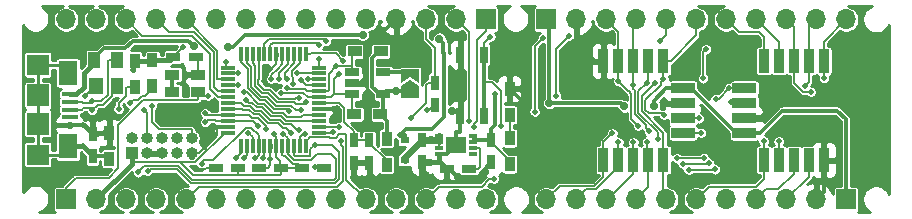
<source format=gtl>
G04 #@! TF.GenerationSoftware,KiCad,Pcbnew,5.1.5*
G04 #@! TF.CreationDate,2020-10-25T05:45:31-04:00*
G04 #@! TF.ProjectId,NanoX,4e616e6f-582e-46b6-9963-61645f706362,rev?*
G04 #@! TF.SameCoordinates,Original*
G04 #@! TF.FileFunction,Copper,L1,Top*
G04 #@! TF.FilePolarity,Positive*
%FSLAX46Y46*%
G04 Gerber Fmt 4.6, Leading zero omitted, Abs format (unit mm)*
G04 Created by KiCad (PCBNEW 5.1.5) date 2020-10-25 05:45:31*
%MOMM*%
%LPD*%
G04 APERTURE LIST*
%ADD10R,1.220000X0.650000*%
%ADD11R,0.750000X0.300000*%
%ADD12R,1.750000X1.450000*%
%ADD13R,0.900000X2.000000*%
%ADD14R,2.000000X0.900000*%
%ADD15O,1.700000X1.700000*%
%ADD16R,1.700000X1.700000*%
%ADD17R,1.200000X1.400000*%
%ADD18R,1.000000X1.400000*%
%ADD19R,1.250000X0.350000*%
%ADD20R,0.350000X1.250000*%
%ADD21R,0.900000X1.200000*%
%ADD22R,1.200000X0.900000*%
%ADD23R,1.200000X0.750000*%
%ADD24C,0.150000*%
%ADD25R,0.700000X1.450000*%
%ADD26O,1.000000X1.000000*%
%ADD27R,1.000000X1.000000*%
%ADD28R,1.350000X0.400000*%
%ADD29R,1.600000X2.100000*%
%ADD30R,1.900000X1.900000*%
%ADD31R,1.900000X1.800000*%
%ADD32R,0.800000X0.600000*%
%ADD33R,0.750000X1.200000*%
%ADD34C,0.500000*%
%ADD35C,0.700000*%
%ADD36C,0.900000*%
%ADD37C,0.300000*%
%ADD38C,0.600000*%
%ADD39C,0.400000*%
%ADD40C,0.200000*%
%ADD41C,0.250000*%
%ADD42C,0.152400*%
%ADD43C,0.254000*%
G04 APERTURE END LIST*
D10*
X134427600Y-90464600D03*
X134427600Y-91414600D03*
X134427600Y-92364600D03*
X137047600Y-92364600D03*
X137047600Y-90464600D03*
D11*
X141755200Y-95871600D03*
X141755200Y-96371600D03*
X141755200Y-96871600D03*
X141755200Y-97371600D03*
X144655200Y-97371600D03*
X144655200Y-96871600D03*
X144655200Y-96371600D03*
X144655200Y-95871600D03*
D12*
X143205200Y-96621600D03*
D13*
X155702000Y-97917000D03*
X156972000Y-97917000D03*
X160782000Y-97917000D03*
X159512000Y-97917000D03*
X158242000Y-97917000D03*
X155702000Y-89535000D03*
X156972000Y-89535000D03*
X160782000Y-89535000D03*
X159512000Y-89535000D03*
X158242000Y-89535000D03*
D14*
X162433000Y-91821000D03*
X162433000Y-95631000D03*
X162433000Y-94361000D03*
X162433000Y-93091000D03*
D15*
X176250600Y-86004400D03*
X173710600Y-86004400D03*
X171170600Y-86004400D03*
X168630600Y-86004400D03*
X166090600Y-86004400D03*
X163550600Y-86004400D03*
X161010600Y-86004400D03*
X158470600Y-86004400D03*
X155930600Y-86004400D03*
X153390600Y-86004400D03*
D16*
X150850600Y-86004400D03*
D13*
X174371000Y-89535000D03*
X173101000Y-89535000D03*
X169291000Y-89535000D03*
X170561000Y-89535000D03*
X171831000Y-89535000D03*
X174371000Y-97917000D03*
X173101000Y-97917000D03*
X169291000Y-97917000D03*
X170561000Y-97917000D03*
X171831000Y-97917000D03*
D14*
X167640000Y-95631000D03*
X167640000Y-91821000D03*
X167640000Y-93091000D03*
X167640000Y-94361000D03*
D16*
X176250600Y-101244400D03*
D15*
X173710600Y-101244400D03*
X171170600Y-101244400D03*
X168630600Y-101244400D03*
X166090600Y-101244400D03*
X163550600Y-101244400D03*
X161010600Y-101244400D03*
X158470600Y-101244400D03*
X155930600Y-101244400D03*
X153390600Y-101244400D03*
X150850600Y-101244400D03*
D17*
X112760000Y-91673000D03*
D18*
X114480000Y-91673000D03*
X114480000Y-89473000D03*
X112580000Y-89473000D03*
D19*
X131622800Y-93089600D03*
X131622800Y-93589600D03*
X131622800Y-94089600D03*
X131622800Y-94589600D03*
X131622800Y-95089600D03*
X131622800Y-95589600D03*
X131622800Y-92589600D03*
X131622800Y-92089600D03*
X131622800Y-91589600D03*
X131622800Y-91089600D03*
X131622800Y-90589600D03*
X131622800Y-90089600D03*
D20*
X127997800Y-88964600D03*
X128497800Y-88964600D03*
X128997800Y-88964600D03*
X129497800Y-88964600D03*
X129997800Y-88964600D03*
X130497800Y-88964600D03*
X127497800Y-88964600D03*
X126997800Y-88964600D03*
X126497800Y-88964600D03*
X125997800Y-88964600D03*
X125497800Y-88964600D03*
X124997800Y-88964600D03*
D19*
X123872800Y-90089600D03*
X123872800Y-90589600D03*
X123872800Y-91089600D03*
X123872800Y-91589600D03*
X123872800Y-92089600D03*
X123872800Y-92589600D03*
X123872800Y-93089600D03*
X123872800Y-93589600D03*
X123872800Y-94089600D03*
X123872800Y-94589600D03*
X123872800Y-95089600D03*
X123872800Y-95589600D03*
D20*
X124997800Y-96714600D03*
X125497800Y-96714600D03*
X125997800Y-96714600D03*
X126497800Y-96714600D03*
X126997800Y-96714600D03*
X127497800Y-96714600D03*
X127997800Y-96714600D03*
X128497800Y-96714600D03*
X128997800Y-96714600D03*
X129497800Y-96714600D03*
X129997800Y-96714600D03*
X130497800Y-96714600D03*
D21*
X117500400Y-91684200D03*
X117500400Y-89484200D03*
D16*
X145770600Y-86004400D03*
D15*
X143230600Y-86004400D03*
X140690600Y-86004400D03*
X138150600Y-86004400D03*
X135610600Y-86004400D03*
X133070600Y-86004400D03*
X130530600Y-86004400D03*
X127990600Y-86004400D03*
X125450600Y-86004400D03*
X122910600Y-86004400D03*
X120370600Y-86004400D03*
X117830600Y-86004400D03*
X115290600Y-86004400D03*
X112750600Y-86004400D03*
X110210600Y-86004400D03*
D22*
X119194400Y-90678000D03*
X121394400Y-90678000D03*
D23*
X119293600Y-89179400D03*
X121193600Y-89179400D03*
X124764800Y-98552000D03*
X122864800Y-98552000D03*
G04 #@! TA.AperFunction,SMDPad,CuDef*
D24*
G36*
X140094400Y-90215000D02*
G01*
X140094400Y-91365000D01*
X139344400Y-90865000D01*
X138594400Y-91365000D01*
X138594400Y-90215000D01*
X140094400Y-90215000D01*
G37*
G04 #@! TD.AperFunction*
G04 #@! TA.AperFunction,SMDPad,CuDef*
G36*
X139344400Y-91165000D02*
G01*
X140094400Y-91665000D01*
X140094400Y-92665000D01*
X138594400Y-92665000D01*
X138594400Y-91665000D01*
X139344400Y-91165000D01*
G37*
G04 #@! TD.AperFunction*
D25*
X143576800Y-88987000D03*
X143576800Y-94147000D03*
X145576800Y-94147000D03*
X145576800Y-88987000D03*
D22*
X119202200Y-92151200D03*
X121402200Y-92151200D03*
X136845400Y-88722200D03*
X134645400Y-88722200D03*
X134594600Y-94056200D03*
X136794600Y-94056200D03*
D21*
X116001800Y-91694000D03*
X116001800Y-89494000D03*
X147751800Y-98262800D03*
X147751800Y-96062800D03*
X113842800Y-95597800D03*
X113842800Y-97797800D03*
X137363200Y-96098000D03*
X137363200Y-98298000D03*
D16*
X110210600Y-101244400D03*
D15*
X112750600Y-101244400D03*
X115290600Y-101244400D03*
X117830600Y-101244400D03*
X120370600Y-101244400D03*
X122910600Y-101244400D03*
X125450600Y-101244400D03*
X127990600Y-101244400D03*
X130530600Y-101244400D03*
X133070600Y-101244400D03*
X135610600Y-101244400D03*
X138150600Y-101244400D03*
X140690600Y-101244400D03*
X143230600Y-101244400D03*
X145770600Y-101244400D03*
D26*
X120827800Y-96062800D03*
X120827800Y-97332800D03*
X119557800Y-96062800D03*
X119557800Y-97332800D03*
X118287800Y-96062800D03*
X118287800Y-97332800D03*
X117017800Y-96062800D03*
X117017800Y-97332800D03*
X115747800Y-96062800D03*
D27*
X115747800Y-97332800D03*
D28*
X110498000Y-93649800D03*
X110498000Y-92999800D03*
X110498000Y-94949800D03*
X110498000Y-94299800D03*
X110498000Y-92349800D03*
D29*
X110373000Y-96749800D03*
X110373000Y-90549800D03*
D30*
X107823000Y-94849800D03*
X107823000Y-92449800D03*
D31*
X107823000Y-97449800D03*
X107823000Y-89849800D03*
D21*
X147751800Y-91889400D03*
X147751800Y-94089400D03*
D32*
X138861800Y-97942400D03*
X138861800Y-96242400D03*
D23*
X130139400Y-98552000D03*
X132039400Y-98552000D03*
X128407200Y-98552000D03*
X126507200Y-98552000D03*
D33*
X134543800Y-96230400D03*
X134543800Y-98130400D03*
X135864600Y-96230000D03*
X135864600Y-98130000D03*
X141401800Y-91368800D03*
X141401800Y-93268800D03*
X146202400Y-96189800D03*
X146202400Y-98089800D03*
D23*
X144333000Y-98653600D03*
X142433000Y-98653600D03*
D33*
X112445800Y-95697000D03*
X112445800Y-97597000D03*
X140360400Y-96194800D03*
X140360400Y-98094800D03*
D34*
X143205200Y-96621600D03*
D35*
X141100000Y-96200000D03*
D34*
X111633000Y-94945200D03*
X126967070Y-91255490D03*
X120294400Y-90957400D03*
X121156242Y-98595725D03*
X127508000Y-97866200D03*
X131318000Y-98494359D03*
X140734113Y-93718710D03*
X133121400Y-93548200D03*
D36*
X140600000Y-99300000D03*
D34*
X135278208Y-91278206D03*
D35*
X136100000Y-99400000D03*
X142850000Y-93741250D03*
X143345419Y-99344484D03*
D34*
X148698624Y-93998376D03*
D35*
X160797120Y-92979120D03*
X169291000Y-94234000D03*
X170281600Y-93268800D03*
X145643600Y-98958400D03*
D34*
X109016800Y-99009200D03*
X119024400Y-93421200D03*
X118313200Y-88442800D03*
X118059200Y-99568000D03*
X165455600Y-95758000D03*
X111785400Y-92532200D03*
X111598600Y-96749800D03*
X120091200Y-88366600D03*
X127584200Y-91051400D03*
X115874800Y-90322400D03*
D35*
X138099800Y-92100759D03*
D34*
X127767065Y-95700864D03*
X146500000Y-92291210D03*
D35*
X151130000Y-93091000D03*
X157480000Y-93379001D03*
X159976311Y-93379001D03*
D34*
X117500400Y-93301201D03*
X115620800Y-93091000D03*
X121689354Y-98223846D03*
X126187200Y-97764600D03*
X139430271Y-94350800D03*
X147049896Y-95002922D03*
X146400000Y-99500000D03*
X146126200Y-87477600D03*
D35*
X121002917Y-88303413D03*
X123877319Y-88304681D03*
D34*
X138506200Y-95775800D03*
D35*
X135302956Y-87318881D03*
X141808200Y-87641090D03*
D34*
X129923787Y-92690011D03*
X156972000Y-91253981D03*
X158637546Y-95006854D03*
X130486347Y-93027081D03*
X158242000Y-91553991D03*
X159535485Y-95480515D03*
X130078571Y-93654237D03*
X159349685Y-91404685D03*
X160307000Y-96113600D03*
X129082800Y-93787123D03*
X160782000Y-91059000D03*
X169265600Y-96316800D03*
X160832800Y-94081600D03*
X133680200Y-89508160D03*
X160057001Y-91369121D03*
X129283103Y-95645147D03*
X159385000Y-96393000D03*
X129903905Y-95361743D03*
X158242000Y-96393000D03*
X132816600Y-95580200D03*
X156972000Y-96393000D03*
X133289932Y-95105200D03*
X156464000Y-95631000D03*
X122250200Y-92456000D03*
X124730986Y-90589599D03*
X125249780Y-92185664D03*
X125445281Y-92805567D03*
X130465165Y-95689599D03*
X133468799Y-96306795D03*
X128234203Y-91051400D03*
X128884206Y-91051400D03*
X128423256Y-92237102D03*
X133311513Y-90597314D03*
X166370000Y-91795600D03*
X165201600Y-92710000D03*
X163982400Y-95605600D03*
X128882876Y-91777482D03*
X133098633Y-89983160D03*
X166522400Y-93014800D03*
X163779200Y-94386400D03*
X129438400Y-91440000D03*
X124585640Y-97713800D03*
X144758878Y-95116676D03*
X125239048Y-97734078D03*
X144326802Y-94600000D03*
X131602091Y-88149810D03*
X132200000Y-87849800D03*
X131622800Y-89357200D03*
X130718601Y-91051400D03*
X130075989Y-91149126D03*
X129768600Y-90576400D03*
X123748800Y-89636600D03*
X124730986Y-91589601D03*
X112420400Y-93701800D03*
X121996200Y-94716600D03*
X126427462Y-95060538D03*
X162410888Y-98236440D03*
X164645221Y-98198821D03*
X173245800Y-92151200D03*
X112420400Y-92947800D03*
X121996200Y-93962600D03*
X127148989Y-95253207D03*
X161932024Y-97757576D03*
X164185600Y-97739200D03*
X172770800Y-91643200D03*
X116763800Y-93660200D03*
X114655600Y-93599000D03*
X116281200Y-98954801D03*
X128586430Y-95670067D03*
X164134800Y-91000600D03*
X164406238Y-88519000D03*
X117097876Y-98882811D03*
X131246515Y-96637637D03*
X152806400Y-87376000D03*
X151680000Y-92456000D03*
X126859263Y-97776998D03*
X162915600Y-98755200D03*
X165150800Y-98704400D03*
X174396400Y-90982800D03*
X125637396Y-95645226D03*
X149870785Y-93816815D03*
X150571200Y-87579200D03*
X160528000Y-87851000D03*
X170535600Y-96316800D03*
D37*
X142955200Y-96871600D02*
X143205200Y-96621600D01*
X143408400Y-96621600D02*
X143576800Y-96453200D01*
X143205200Y-96621600D02*
X143408400Y-96621600D01*
D38*
X138861800Y-97693400D02*
X140360400Y-96194800D01*
X138861800Y-97942400D02*
X138861800Y-97693400D01*
X141729610Y-96194800D02*
X141806000Y-96271190D01*
X141806000Y-96118410D02*
X141729610Y-96194800D01*
X141806000Y-95846200D02*
X141806000Y-96118410D01*
X140360400Y-96194800D02*
X141100000Y-96200000D01*
X141100000Y-96200000D02*
X141729610Y-96194800D01*
D24*
X141755200Y-96871600D02*
X141755200Y-96371600D01*
D37*
X111628400Y-94949800D02*
X111633000Y-94945200D01*
X110498000Y-94949800D02*
X111628400Y-94949800D01*
X112570400Y-95572400D02*
X112445800Y-95697000D01*
D39*
X111694000Y-94945200D02*
X112445800Y-95697000D01*
X111633000Y-94945200D02*
X111694000Y-94945200D01*
X113870600Y-95697000D02*
X113995200Y-95572400D01*
D24*
X127997800Y-89824615D02*
X126967070Y-90855345D01*
X126967070Y-90855345D02*
X126967070Y-91255490D01*
X127997800Y-88964600D02*
X127997800Y-89824615D01*
D37*
X113743600Y-95697000D02*
X113842800Y-95597800D01*
X112445800Y-95697000D02*
X113743600Y-95697000D01*
D24*
X120573800Y-90678000D02*
X120294400Y-90957400D01*
X121394400Y-90678000D02*
X120573800Y-90678000D01*
X121394400Y-89380200D02*
X121193600Y-89179400D01*
X121394400Y-90678000D02*
X121394400Y-89380200D01*
D40*
X127497800Y-98361400D02*
X127307200Y-98552000D01*
D24*
X122864800Y-98552000D02*
X122114800Y-98552000D01*
X122114800Y-98552000D02*
X121967953Y-98698847D01*
X121967953Y-98698847D02*
X121259364Y-98698847D01*
X121259364Y-98698847D02*
X121156242Y-98595725D01*
D40*
X127497800Y-97876400D02*
X127508000Y-97866200D01*
X127497800Y-98361400D02*
X127497800Y-97876400D01*
X127508000Y-96724800D02*
X127497800Y-96714600D01*
X127508000Y-97866200D02*
X127508000Y-96724800D01*
X127307200Y-98552000D02*
X126507200Y-98552000D01*
D24*
X141222525Y-93448075D02*
X141401800Y-93268800D01*
X131981759Y-98494359D02*
X132039400Y-98552000D01*
X131318000Y-98494359D02*
X131981759Y-98494359D01*
X132029200Y-98541800D02*
X132039400Y-98552000D01*
X140951890Y-93718710D02*
X141401800Y-93268800D01*
X140734113Y-93718710D02*
X140951890Y-93718710D01*
X134453000Y-91440000D02*
X134427600Y-91414600D01*
D37*
X133080000Y-93589600D02*
X133121400Y-93548200D01*
X131622800Y-93589600D02*
X133080000Y-93589600D01*
X134452999Y-91439999D02*
X134427600Y-91414600D01*
X143576800Y-88987000D02*
X143576800Y-94147000D01*
D38*
X140360400Y-98094800D02*
X141057400Y-98094800D01*
X140360400Y-99060400D02*
X140600000Y-99300000D01*
X140360400Y-98094800D02*
X140360400Y-99060400D01*
X146202400Y-98089800D02*
X146202400Y-98297600D01*
D37*
X135141814Y-91414600D02*
X135278208Y-91278206D01*
X134427600Y-91414600D02*
X135141814Y-91414600D01*
X135545401Y-91011013D02*
X135545401Y-88204399D01*
X135278208Y-91278206D02*
X135545401Y-91011013D01*
X135864200Y-98130400D02*
X135864600Y-98130000D01*
X134543800Y-98130400D02*
X135864200Y-98130400D01*
X135864600Y-99164600D02*
X136100000Y-99400000D01*
X135864600Y-98130000D02*
X135864600Y-99164600D01*
D24*
X141806000Y-98026600D02*
X142433000Y-98653600D01*
X141806000Y-97346200D02*
X141806000Y-98026600D01*
D37*
X143171050Y-93741250D02*
X143576800Y-94147000D01*
X142850000Y-93741250D02*
X143171050Y-93741250D01*
X143576800Y-94147000D02*
X143576800Y-95575400D01*
X142654535Y-98653600D02*
X143345419Y-99344484D01*
X142433000Y-98653600D02*
X142654535Y-98653600D01*
X143345419Y-99344484D02*
X145257516Y-99344484D01*
X137300601Y-86854399D02*
X138150600Y-86004400D01*
X136895401Y-86854399D02*
X137300601Y-86854399D01*
X135545401Y-88204399D02*
X136895401Y-86854399D01*
X148698624Y-92836224D02*
X147751800Y-91889400D01*
X148698624Y-93998376D02*
X148698624Y-92836224D01*
X154952000Y-89535000D02*
X155702000Y-89535000D01*
X153390600Y-87973600D02*
X154952000Y-89535000D01*
X153390600Y-86004400D02*
X153390600Y-87973600D01*
X174371000Y-100584000D02*
X173710600Y-101244400D01*
X174371000Y-97917000D02*
X174371000Y-100584000D01*
X160909000Y-93091000D02*
X160797120Y-92979120D01*
X162433000Y-93091000D02*
X160909000Y-93091000D01*
X167767000Y-94234000D02*
X167640000Y-94361000D01*
X169291000Y-94234000D02*
X167767000Y-94234000D01*
X169316400Y-94234000D02*
X170281600Y-93268800D01*
X169291000Y-94234000D02*
X169316400Y-94234000D01*
X145257516Y-99344484D02*
X145643600Y-98958400D01*
X145643600Y-98648600D02*
X146202400Y-98089800D01*
X145643600Y-98958400D02*
X145643600Y-98648600D01*
D24*
X120827800Y-97332800D02*
X121476524Y-97332800D01*
X123097800Y-95089600D02*
X123872800Y-95089600D01*
X123022799Y-95164601D02*
X123097800Y-95089600D01*
X123022799Y-95786525D02*
X123022799Y-95164601D01*
X121476524Y-97332800D02*
X123022799Y-95786525D01*
D37*
X143576800Y-95575400D02*
X143226400Y-95575400D01*
X143226400Y-95575400D02*
X143205200Y-95596600D01*
X143205200Y-95596600D02*
X143205200Y-96621600D01*
X142455200Y-97371600D02*
X143205200Y-96621600D01*
D39*
X141755200Y-97921600D02*
X141755200Y-97371600D01*
X141582000Y-98094800D02*
X141755200Y-97921600D01*
X141057400Y-98094800D02*
X141582000Y-98094800D01*
X141755200Y-97975800D02*
X142433000Y-98653600D01*
X141755200Y-97921600D02*
X141755200Y-97975800D01*
D37*
X141755200Y-97371600D02*
X142455200Y-97371600D01*
D41*
X109673000Y-89849800D02*
X110373000Y-90549800D01*
X107823000Y-89849800D02*
X109673000Y-89849800D01*
X107823000Y-89849800D02*
X107823000Y-92449800D01*
X107823000Y-92449800D02*
X107823000Y-94849800D01*
X107823000Y-94849800D02*
X107823000Y-97449800D01*
X109673000Y-97449800D02*
X110373000Y-96749800D01*
X107823000Y-97449800D02*
X109673000Y-97449800D01*
D39*
X111598600Y-96749800D02*
X112445800Y-97597000D01*
X110373000Y-96749800D02*
X111598600Y-96749800D01*
X113819800Y-97597000D02*
X113995200Y-97772400D01*
D24*
X112644600Y-91673000D02*
X111785400Y-92532200D01*
X112760000Y-91673000D02*
X112644600Y-91673000D01*
D37*
X113642000Y-97597000D02*
X113842800Y-97797800D01*
X112445800Y-97597000D02*
X113642000Y-97597000D01*
D24*
X145255201Y-98481399D02*
X145083000Y-98653600D01*
X145255201Y-96946601D02*
X145255201Y-98481399D01*
X145083000Y-98653600D02*
X144333000Y-98653600D01*
X145180200Y-96871600D02*
X145255201Y-96946601D01*
X144655200Y-96871600D02*
X145180200Y-96871600D01*
D37*
X116119000Y-89535000D02*
X116103400Y-89519400D01*
D40*
X127997800Y-97643800D02*
X127997800Y-96714600D01*
X119293600Y-89164200D02*
X120091200Y-88366600D01*
X119293600Y-89179400D02*
X119293600Y-89164200D01*
X128498600Y-88965400D02*
X128497800Y-88964600D01*
X128497800Y-89789600D02*
X128117400Y-90170000D01*
X128497800Y-88964600D02*
X128497800Y-89789600D01*
X128112047Y-90170000D02*
X128117400Y-90170000D01*
X127584200Y-90697847D02*
X128112047Y-90170000D01*
X127584200Y-91051400D02*
X127584200Y-90697847D01*
D39*
X117490600Y-89494000D02*
X117500400Y-89484200D01*
X116001800Y-89494000D02*
X117490600Y-89494000D01*
X118988800Y-89484200D02*
X119293600Y-89179400D01*
X117500400Y-89484200D02*
X118988800Y-89484200D01*
X115874800Y-89621000D02*
X116001800Y-89494000D01*
X115874800Y-90322400D02*
X115874800Y-89621000D01*
X115747800Y-98247200D02*
X115747800Y-97332800D01*
X112750600Y-101244400D02*
X115747800Y-98247200D01*
D40*
X128331000Y-99127000D02*
X128280999Y-99177001D01*
X124714799Y-99177001D02*
X120944801Y-99177001D01*
X115912199Y-98082801D02*
X115747800Y-98247200D01*
X124764800Y-99127000D02*
X124714799Y-99177001D01*
X124764800Y-98552000D02*
X124764800Y-99127000D01*
X128407200Y-99127000D02*
X128407200Y-98552000D01*
X128357199Y-99177001D02*
X128407200Y-99127000D01*
X128280999Y-99177001D02*
X128357199Y-99177001D01*
X130139400Y-98552000D02*
X128407200Y-98552000D01*
X128331000Y-98475800D02*
X128407200Y-98552000D01*
X128331000Y-97977000D02*
X128331000Y-98475800D01*
X129864407Y-98277007D02*
X130139400Y-98552000D01*
X129395573Y-98277007D02*
X129864407Y-98277007D01*
X128497800Y-96714600D02*
X128497800Y-97464602D01*
X128497800Y-97464602D02*
X128622799Y-97589601D01*
X128622799Y-97589601D02*
X128708167Y-97589601D01*
X128708167Y-97589601D02*
X129395573Y-98277007D01*
X119850601Y-98082801D02*
X120944801Y-99177001D01*
X119850601Y-98082801D02*
X115912199Y-98082801D01*
X124814801Y-99177001D02*
X128280999Y-99177001D01*
X124764800Y-99127000D02*
X124814801Y-99177001D01*
X128331000Y-97977000D02*
X127997800Y-97643800D01*
D24*
X136707144Y-93968744D02*
X136794600Y-94056200D01*
D37*
X137311441Y-92100759D02*
X137047600Y-92364600D01*
X138099800Y-92100759D02*
X137311441Y-92100759D01*
X139280159Y-92100759D02*
X139344400Y-92165000D01*
X138099800Y-92100759D02*
X139280159Y-92100759D01*
D24*
X127997800Y-95931599D02*
X127767065Y-95700864D01*
X127997800Y-96714600D02*
X127997800Y-95931599D01*
D37*
X136762600Y-92364600D02*
X137047600Y-92364600D01*
X136137600Y-91739600D02*
X136762600Y-92364600D01*
X136137599Y-89280001D02*
X136137600Y-91739600D01*
X136695400Y-88722200D02*
X136137599Y-89280001D01*
X136845400Y-88722200D02*
X136695400Y-88722200D01*
X137047600Y-93803200D02*
X136794600Y-94056200D01*
X137047600Y-92364600D02*
X137047600Y-93803200D01*
X137363200Y-94624800D02*
X136794600Y-94056200D01*
X137363200Y-96098000D02*
X137363200Y-94624800D01*
X144862400Y-96189800D02*
X144706000Y-96346200D01*
X146202400Y-96189800D02*
X144862400Y-96189800D01*
X144706000Y-95846200D02*
X144706000Y-96346200D01*
X146202400Y-95289800D02*
X146202400Y-96189800D01*
D24*
X147751800Y-97964200D02*
X147751800Y-98262800D01*
X146202400Y-96414800D02*
X147751800Y-97964200D01*
X146202400Y-96189800D02*
X146202400Y-96414800D01*
D37*
X146500000Y-94992200D02*
X146500000Y-92291210D01*
X146202400Y-95289800D02*
X146500000Y-94992200D01*
X151130000Y-86283800D02*
X150850600Y-86004400D01*
X151130000Y-93091000D02*
X151130000Y-86283800D01*
X166963002Y-95631000D02*
X167640000Y-95631000D01*
X163153002Y-91821000D02*
X166963002Y-95631000D01*
X162433000Y-91821000D02*
X163153002Y-91821000D01*
X176250600Y-94462600D02*
X176250600Y-101244400D01*
X161036000Y-91821000D02*
X162433000Y-91821000D01*
X168940000Y-95631000D02*
X170845000Y-93726000D01*
X167640000Y-95631000D02*
X168940000Y-95631000D01*
X170845000Y-93726000D02*
X175514000Y-93726000D01*
X175514000Y-93726000D02*
X176250600Y-94462600D01*
X157191999Y-93091000D02*
X157480000Y-93379001D01*
X151130000Y-93091000D02*
X157191999Y-93091000D01*
X159976311Y-92880689D02*
X159976311Y-93379001D01*
X161036000Y-91821000D02*
X159976311Y-92880689D01*
D24*
X123644002Y-95589600D02*
X121150801Y-98082801D01*
X121150801Y-98082801D02*
X119850601Y-98082801D01*
X123872800Y-95589600D02*
X123644002Y-95589600D01*
D40*
X117500400Y-91834200D02*
X117500400Y-91684200D01*
X116850400Y-92484200D02*
X117500400Y-91834200D01*
X116625366Y-92484200D02*
X116850400Y-92484200D01*
X116268565Y-92841001D02*
X116625366Y-92484200D01*
X115870799Y-92841001D02*
X116268565Y-92841001D01*
X115620800Y-93091000D02*
X115870799Y-92841001D01*
D24*
X120827800Y-95355694D02*
X120772906Y-95300800D01*
X120827800Y-96062800D02*
X120827800Y-95355694D01*
X120772906Y-95300800D02*
X118084600Y-95300800D01*
X117500400Y-94716600D02*
X117500400Y-93301201D01*
X118084600Y-95300800D02*
X117500400Y-94716600D01*
X126497800Y-95802628D02*
X126497800Y-96714600D01*
X125865397Y-95170225D02*
X126497800Y-95802628D01*
X125417175Y-95170225D02*
X125865397Y-95170225D01*
X121640600Y-98228598D02*
X121917199Y-97951999D01*
X121917199Y-97951999D02*
X122635401Y-97951999D01*
X121640600Y-98298000D02*
X121640600Y-98228598D01*
X122635401Y-97951999D02*
X125417175Y-95170225D01*
X126497800Y-97454000D02*
X126187200Y-97764600D01*
X126497800Y-96714600D02*
X126497800Y-97454000D01*
X139430271Y-94350800D02*
X140716000Y-93065071D01*
X140876800Y-91368800D02*
X141401800Y-91368800D01*
X140716000Y-91529600D02*
X140876800Y-91368800D01*
X140716000Y-93065071D02*
X140716000Y-91529600D01*
D37*
X145576800Y-94147000D02*
X145576800Y-91323200D01*
D24*
X141401800Y-91368800D02*
X141401800Y-88901800D01*
X141401800Y-88901800D02*
X141401800Y-88865616D01*
X146234992Y-91323200D02*
X147000000Y-92088208D01*
X145576800Y-91323200D02*
X146234992Y-91323200D01*
D37*
X145576800Y-91323200D02*
X145576800Y-88987000D01*
D24*
X147000000Y-94953026D02*
X147049896Y-95002922D01*
X147000000Y-92088208D02*
X147000000Y-94953026D01*
X141765601Y-100169399D02*
X140690600Y-101244400D01*
X145377048Y-100169399D02*
X141765601Y-100169399D01*
X146046447Y-99500000D02*
X145377048Y-100169399D01*
X146400000Y-99500000D02*
X146046447Y-99500000D01*
X140690600Y-87690290D02*
X140690600Y-86004400D01*
X141401800Y-88401490D02*
X140690600Y-87690290D01*
X141401800Y-88901800D02*
X141401800Y-88401490D01*
X145576800Y-88027000D02*
X146126200Y-87477600D01*
X145576800Y-88987000D02*
X145576800Y-88027000D01*
D40*
X135646600Y-96230400D02*
X135647000Y-96230000D01*
X137185400Y-98087400D02*
X137185400Y-98237400D01*
X135647000Y-96230000D02*
X135647000Y-96549000D01*
D24*
X133769599Y-93493397D02*
X133769599Y-94706199D01*
X133349401Y-93073199D02*
X133769599Y-93493397D01*
X132414201Y-93073199D02*
X133349401Y-93073199D01*
X132397800Y-93089600D02*
X132414201Y-93073199D01*
X131622800Y-93089600D02*
X132397800Y-93089600D01*
X135864200Y-96230400D02*
X135864600Y-96230000D01*
X134543800Y-95480400D02*
X134543800Y-96230400D01*
X133769599Y-94706199D02*
X134543800Y-95480400D01*
X134544200Y-96230000D02*
X134543800Y-96230400D01*
X135864600Y-96230000D02*
X134544200Y-96230000D01*
X137363200Y-97953600D02*
X137363200Y-98298000D01*
X135864600Y-96455000D02*
X137363200Y-97953600D01*
X135864600Y-96230000D02*
X135864600Y-96455000D01*
D39*
X111680000Y-90573000D02*
X112580000Y-89673000D01*
X111680000Y-91722802D02*
X111680000Y-90573000D01*
X112580000Y-89673000D02*
X112580000Y-89473000D01*
X111053002Y-92349800D02*
X111680000Y-91722802D01*
X110498000Y-92349800D02*
X111053002Y-92349800D01*
D37*
X112580000Y-89273000D02*
X112580000Y-89473000D01*
X121002917Y-88303413D02*
X120516103Y-87816599D01*
X120516103Y-87816599D02*
X115876401Y-87816599D01*
X113380001Y-88472999D02*
X112580000Y-89273000D01*
X115220001Y-88472999D02*
X113380001Y-88472999D01*
X115876401Y-87816599D02*
X115220001Y-88472999D01*
D24*
X138861800Y-96131400D02*
X138506200Y-95775800D01*
X138861800Y-96242400D02*
X138861800Y-96131400D01*
D37*
X138859753Y-95775800D02*
X138506200Y-95775800D01*
X138859753Y-96240353D02*
X138861800Y-96242400D01*
X138859753Y-95775800D02*
X138859753Y-96240353D01*
X138987201Y-95294799D02*
X138506200Y-95775800D01*
X142200000Y-94285817D02*
X141191018Y-95294799D01*
X141191018Y-95294799D02*
X138987201Y-95294799D01*
X124372293Y-88304681D02*
X125377174Y-87299800D01*
X142200000Y-88885998D02*
X142200000Y-94285817D01*
X123877319Y-88304681D02*
X124372293Y-88304681D01*
X135283875Y-87299800D02*
X135302956Y-87318881D01*
X125377174Y-87299800D02*
X135283875Y-87299800D01*
X142158199Y-88844197D02*
X142200000Y-88885998D01*
X142158199Y-87991089D02*
X142158199Y-88844197D01*
X141808200Y-87641090D02*
X142158199Y-87991089D01*
D24*
X147751800Y-94089400D02*
X147751800Y-96062800D01*
D37*
X119202200Y-90685800D02*
X119194400Y-90678000D01*
X119202200Y-92151200D02*
X119202200Y-90685800D01*
D24*
X129901695Y-92712103D02*
X129923787Y-92690011D01*
X129570234Y-92690011D02*
X129923787Y-92690011D01*
X129548142Y-92712103D02*
X129570234Y-92690011D01*
X128195255Y-92712103D02*
X129548142Y-92712103D01*
X126956578Y-91948000D02*
X127431152Y-91948000D01*
X127431152Y-91948000D02*
X128195255Y-92712103D01*
X126492069Y-91483491D02*
X126956578Y-91948000D01*
X126492069Y-91027489D02*
X126492069Y-91483491D01*
X126497800Y-91021758D02*
X126492069Y-91027489D01*
X126497800Y-88964600D02*
X126497800Y-91021758D01*
X156972000Y-87045800D02*
X156972000Y-89535000D01*
X155930600Y-86004400D02*
X156972000Y-87045800D01*
X156972000Y-91253981D02*
X156972000Y-89535000D01*
X158057963Y-94427271D02*
X158637546Y-95006854D01*
X156972000Y-91253981D02*
X157808154Y-92090135D01*
X157808154Y-92090135D02*
X157825335Y-92090135D01*
X158057962Y-92322762D02*
X158057963Y-94427271D01*
X157825335Y-92090135D02*
X158057962Y-92322762D01*
X173101000Y-99314000D02*
X173101000Y-97917000D01*
X171170600Y-101244400D02*
X173101000Y-99314000D01*
X130326325Y-93187103D02*
X130486347Y-93027081D01*
X130348416Y-93165012D02*
X130486347Y-93027081D01*
X126197790Y-90897490D02*
X126192059Y-90903221D01*
X129542887Y-93012113D02*
X129695786Y-93165012D01*
X125997800Y-88964600D02*
X125997800Y-89739600D01*
X126192059Y-90903221D02*
X126192059Y-91607759D01*
X129695786Y-93165012D02*
X130348416Y-93165012D01*
X126192059Y-91607759D02*
X126832310Y-92248010D01*
X126832310Y-92248010D02*
X127306884Y-92248010D01*
X126197790Y-89939590D02*
X126197790Y-90897490D01*
X127306884Y-92248010D02*
X128070987Y-93012113D01*
X125997800Y-89739600D02*
X126197790Y-89939590D01*
X128070987Y-93012113D02*
X129542887Y-93012113D01*
X158242000Y-86233000D02*
X158470600Y-86004400D01*
X158242000Y-89535000D02*
X158242000Y-86233000D01*
X158242000Y-91553991D02*
X158242000Y-89535000D01*
X158357972Y-92023516D02*
X158357972Y-94055528D01*
X158242000Y-91907544D02*
X158357972Y-92023516D01*
X158242000Y-91553991D02*
X158242000Y-91907544D01*
X159285486Y-94983042D02*
X158357972Y-94055528D01*
X159285486Y-95230516D02*
X159285486Y-94983042D01*
X159535485Y-95480515D02*
X159285486Y-95230516D01*
X171831000Y-99067000D02*
X171831000Y-97917000D01*
X170503599Y-100394401D02*
X171831000Y-99067000D01*
X169480599Y-100394401D02*
X170503599Y-100394401D01*
X168630600Y-101244400D02*
X169480599Y-100394401D01*
X125497800Y-89669602D02*
X125666013Y-89837815D01*
X125497800Y-88964600D02*
X125497800Y-89669602D01*
X125671737Y-89837815D02*
X125897780Y-90063858D01*
X125666013Y-89837815D02*
X125671737Y-89837815D01*
X125892049Y-90778953D02*
X125892050Y-91732028D01*
X125892050Y-91732028D02*
X126708042Y-92548020D01*
X125897780Y-90773222D02*
X125892049Y-90778953D01*
X125897780Y-90063858D02*
X125897780Y-90773222D01*
X127182616Y-92548020D02*
X127946719Y-93312123D01*
X126708042Y-92548020D02*
X127182616Y-92548020D01*
X129631606Y-93654237D02*
X130078571Y-93654237D01*
X129289493Y-93312124D02*
X129631606Y-93654237D01*
X127946719Y-93312123D02*
X129289493Y-93312124D01*
X159512000Y-91242370D02*
X159349685Y-91404685D01*
X159512000Y-89535000D02*
X159512000Y-91242370D01*
X158657980Y-92096390D02*
X158657981Y-93931259D01*
X159349685Y-91404685D02*
X158657980Y-92096390D01*
X158657981Y-93931259D02*
X160307000Y-95580278D01*
X160307000Y-95580278D02*
X160307000Y-96113600D01*
X125592041Y-91856297D02*
X126583774Y-92848030D01*
X127058348Y-92848030D02*
X127822452Y-93612132D01*
X126583774Y-92848030D02*
X127058348Y-92848030D01*
X128907809Y-93612132D02*
X129082800Y-93787123D01*
X127822452Y-93612132D02*
X128907809Y-93612132D01*
X124997800Y-88964600D02*
X124997800Y-89593880D01*
X125592041Y-90188121D02*
X125592041Y-91856297D01*
X124997800Y-89593880D02*
X125592041Y-90188121D01*
X163550600Y-87366400D02*
X163550600Y-86004400D01*
X161382000Y-89535000D02*
X163550600Y-87366400D01*
X160782000Y-89535000D02*
X161382000Y-89535000D01*
X160782000Y-91059000D02*
X160782000Y-89535000D01*
X160782000Y-91059000D02*
X160532001Y-91308999D01*
X159258000Y-92858993D02*
X159258000Y-93682722D01*
X160532001Y-91584992D02*
X159258000Y-92858993D01*
X160532001Y-91308999D02*
X160532001Y-91584992D01*
X159258000Y-93682722D02*
X159529280Y-93954002D01*
X169265600Y-97891600D02*
X169291000Y-97917000D01*
X169265600Y-96316800D02*
X169265600Y-97891600D01*
X169291000Y-97917000D02*
X169291000Y-99483599D01*
X164625601Y-100169399D02*
X163550600Y-101244400D01*
X168605200Y-100169399D02*
X164625601Y-100169399D01*
X169291000Y-99483599D02*
X168605200Y-100169399D01*
X159529280Y-93954002D02*
X160451202Y-93954002D01*
X160705202Y-93954002D02*
X160832800Y-94081600D01*
X160451202Y-93954002D02*
X160705202Y-93954002D01*
X130497800Y-88964600D02*
X130822800Y-88964600D01*
X130822800Y-88964600D02*
X130905201Y-88882199D01*
X130905201Y-88882199D02*
X133054239Y-88882199D01*
X133054239Y-88882199D02*
X133680200Y-89508160D01*
X160782000Y-101015800D02*
X161010600Y-101244400D01*
X160782000Y-97917000D02*
X160782000Y-101015800D01*
X158957990Y-93806990D02*
X160782000Y-95631000D01*
X160782000Y-95631000D02*
X160782000Y-97917000D01*
X158957990Y-92468132D02*
X158957990Y-93806990D01*
X160057001Y-91369121D02*
X158957990Y-92468132D01*
X125168020Y-93655586D02*
X125694220Y-93655586D01*
X127325380Y-94812172D02*
X128159538Y-94812172D01*
X123872800Y-93589600D02*
X125102034Y-93589600D01*
X125694220Y-93655586D02*
X126086702Y-94048068D01*
X128159538Y-94812172D02*
X128536986Y-95189620D01*
X125102034Y-93589600D02*
X125168020Y-93655586D01*
X126561276Y-94048068D02*
X127325380Y-94812172D01*
X126086702Y-94048068D02*
X126561276Y-94048068D01*
X128827576Y-95189620D02*
X129283103Y-95645147D01*
X128536986Y-95189620D02*
X128827576Y-95189620D01*
X159385000Y-97790000D02*
X159512000Y-97917000D01*
X159385000Y-96393000D02*
X159385000Y-97790000D01*
X159512000Y-100203000D02*
X158470600Y-101244400D01*
X159512000Y-97917000D02*
X159512000Y-100203000D01*
X125026312Y-93089600D02*
X125292288Y-93355576D01*
X123872800Y-93089600D02*
X125026312Y-93089600D01*
X125818488Y-93355576D02*
X126210970Y-93748058D01*
X126210970Y-93748058D02*
X126685544Y-93748058D01*
X125292288Y-93355576D02*
X125818488Y-93355576D01*
X126685544Y-93748058D02*
X127449648Y-94512162D01*
X127449648Y-94512162D02*
X128283806Y-94512162D01*
X128283806Y-94512162D02*
X128661254Y-94889610D01*
X129230568Y-94889610D02*
X129405558Y-95064600D01*
X128661254Y-94889610D02*
X129230568Y-94889610D01*
X129430800Y-95064600D02*
X129844800Y-95478600D01*
X129405558Y-95064600D02*
X129430800Y-95064600D01*
X158242000Y-96393000D02*
X158242000Y-97917000D01*
X156064600Y-101244400D02*
X155930600Y-101244400D01*
X158242000Y-99067000D02*
X156064600Y-101244400D01*
X158242000Y-97917000D02*
X158242000Y-99067000D01*
X132807200Y-95589600D02*
X132816600Y-95580200D01*
X131622800Y-95589600D02*
X132807200Y-95589600D01*
X156972000Y-96393000D02*
X156972000Y-97917000D01*
X154240599Y-100394401D02*
X153390600Y-101244400D01*
X155044599Y-100394401D02*
X154240599Y-100394401D01*
X156972000Y-98467000D02*
X155044599Y-100394401D01*
X156972000Y-97917000D02*
X156972000Y-98467000D01*
X133274332Y-95089600D02*
X133289932Y-95105200D01*
X131622800Y-95089600D02*
X133274332Y-95089600D01*
X155702000Y-97917000D02*
X155702000Y-99312722D01*
X152000609Y-100094391D02*
X150850600Y-101244400D01*
X154920331Y-100094391D02*
X152000609Y-100094391D01*
X155702000Y-99312722D02*
X154920331Y-100094391D01*
X155702000Y-96393000D02*
X155702000Y-97917000D01*
X156464000Y-95631000D02*
X155702000Y-96393000D01*
X123872800Y-90589600D02*
X124730985Y-90589600D01*
X121707000Y-92456000D02*
X121402200Y-92151200D01*
X122250200Y-92456000D02*
X121707000Y-92456000D01*
X124730985Y-90589600D02*
X124730986Y-90589599D01*
X121402200Y-92751200D02*
X121402200Y-92151200D01*
X121327199Y-92826201D02*
X121402200Y-92751200D01*
X114625201Y-94943997D02*
X116742997Y-92826201D01*
X116742997Y-92826201D02*
X121327199Y-92826201D01*
X114625201Y-98597401D02*
X114625201Y-94943997D01*
X114625201Y-98597401D02*
X113807002Y-99415600D01*
X110210600Y-100244400D02*
X110210600Y-101244400D01*
X111039400Y-99415600D02*
X110210600Y-100244400D01*
X113807002Y-99415600D02*
X111039400Y-99415600D01*
X131605400Y-94107000D02*
X131622800Y-94089600D01*
X130268530Y-94089600D02*
X131622800Y-94089600D01*
X130096076Y-94262124D02*
X130268530Y-94089670D01*
X128882324Y-94262124D02*
X130096076Y-94262124D01*
X128532342Y-93912142D02*
X128882324Y-94262124D01*
X130268530Y-94089670D02*
X130268530Y-94089600D01*
X127698184Y-93912142D02*
X128532342Y-93912142D01*
X125249780Y-92185664D02*
X125497130Y-92185664D01*
X125497130Y-92185664D02*
X126459505Y-93148039D01*
X126459505Y-93148039D02*
X126934082Y-93148040D01*
X126934082Y-93148040D02*
X127698184Y-93912142D01*
X128408074Y-94212152D02*
X128785522Y-94589600D01*
X127573916Y-94212152D02*
X128408074Y-94212152D01*
X128785522Y-94589600D02*
X131622800Y-94589600D01*
X126809812Y-93448048D02*
X127573916Y-94212152D01*
X125445281Y-92805567D02*
X125695280Y-93055566D01*
X125942754Y-93055566D02*
X126335238Y-93448048D01*
X125695280Y-93055566D02*
X125942754Y-93055566D01*
X126335238Y-93448048D02*
X126809812Y-93448048D01*
X130247801Y-95689599D02*
X130465165Y-95689599D01*
X129997800Y-95939600D02*
X130247801Y-95689599D01*
X129997800Y-96714600D02*
X129997800Y-95939600D01*
X133643789Y-99655211D02*
X133129601Y-100169399D01*
X121445601Y-100169399D02*
X120370600Y-101244400D01*
X133129601Y-100169399D02*
X121445601Y-100169399D01*
X133643789Y-96835338D02*
X133643789Y-99655211D01*
X133468799Y-96660348D02*
X133643789Y-96835338D01*
X133468799Y-96306795D02*
X133468799Y-96660348D01*
X128234203Y-91051400D02*
X128234203Y-90512829D01*
X128997800Y-89749232D02*
X128997800Y-88964600D01*
X128234203Y-90512829D02*
X128997800Y-89749232D01*
X129497800Y-89739600D02*
X129497800Y-88964600D01*
X128709204Y-90528196D02*
X129497800Y-89739600D01*
X128709204Y-91041004D02*
X128709204Y-90528196D01*
X128719600Y-91051400D02*
X128709204Y-91041004D01*
X128884206Y-91051400D02*
X128719600Y-91051400D01*
X131616200Y-92583000D02*
X131622800Y-92589600D01*
X131622800Y-92589600D02*
X132632200Y-92589600D01*
X132857200Y-92364600D02*
X134427600Y-92364600D01*
X132632200Y-92589600D02*
X132857200Y-92364600D01*
X134427600Y-93889200D02*
X134594600Y-94056200D01*
X134427600Y-92364600D02*
X134427600Y-93889200D01*
X129083117Y-92252483D02*
X129120589Y-92215011D01*
X128654875Y-92252483D02*
X129083117Y-92252483D01*
X128639494Y-92237102D02*
X128654875Y-92252483D01*
X128423256Y-92237102D02*
X128639494Y-92237102D01*
X130847800Y-92589600D02*
X131622800Y-92589600D01*
X130841199Y-92582999D02*
X130847800Y-92589600D01*
X130654919Y-92582999D02*
X130841199Y-92582999D01*
X130286931Y-92215011D02*
X130654919Y-92582999D01*
X129120589Y-92215011D02*
X130286931Y-92215011D01*
X132857200Y-91051627D02*
X133311513Y-90597314D01*
X132857200Y-92364600D02*
X132857200Y-91051627D01*
X167614600Y-91795600D02*
X167640000Y-91821000D01*
X166370000Y-91795600D02*
X167614600Y-91795600D01*
X165455600Y-92710000D02*
X165201600Y-92710000D01*
X166370000Y-91795600D02*
X165455600Y-92710000D01*
X162458400Y-95605600D02*
X162433000Y-95631000D01*
X163982400Y-95605600D02*
X162458400Y-95605600D01*
X131604400Y-92108000D02*
X131622800Y-92089600D01*
X134427600Y-88940000D02*
X134645400Y-88722200D01*
X134427600Y-90464600D02*
X134427600Y-88940000D01*
X129020395Y-91915001D02*
X130411199Y-91915001D01*
X128882876Y-91777482D02*
X129020395Y-91915001D01*
X130585798Y-92089600D02*
X131622800Y-92089600D01*
X130411199Y-91915001D02*
X130585798Y-92089600D01*
X131622800Y-92089600D02*
X132397800Y-92089600D01*
X132397800Y-92089600D02*
X132472801Y-92014599D01*
X132472801Y-92014599D02*
X132472801Y-90608992D01*
X132472801Y-90608992D02*
X133098633Y-89983160D01*
X134421160Y-89983160D02*
X134427600Y-89989600D01*
X134427600Y-89989600D02*
X134427600Y-90464600D01*
X133098633Y-89983160D02*
X134421160Y-89983160D01*
X167563800Y-93014800D02*
X167640000Y-93091000D01*
X166522400Y-93014800D02*
X167563800Y-93014800D01*
X162458400Y-94386400D02*
X162433000Y-94361000D01*
X163779200Y-94386400D02*
X162458400Y-94386400D01*
X129997800Y-89669602D02*
X129997800Y-88964600D01*
X129293599Y-90804401D02*
X129293599Y-90373803D01*
X129293599Y-90373803D02*
X129997800Y-89669602D01*
X129438400Y-90949202D02*
X129293599Y-90804401D01*
X129438400Y-91440000D02*
X129438400Y-90949202D01*
X135610600Y-101244400D02*
X134760601Y-100394401D01*
X130497800Y-96714600D02*
X130497800Y-96679800D01*
X133943799Y-99577599D02*
X135610600Y-101244400D01*
X133919802Y-95749802D02*
X133943799Y-95773799D01*
X133044601Y-96055201D02*
X133350000Y-95749802D01*
X132585999Y-96055201D02*
X133044601Y-96055201D01*
X133943799Y-95773799D02*
X133943799Y-99577599D01*
X130497800Y-96714600D02*
X130497800Y-96359966D01*
X130868165Y-95989601D02*
X132520399Y-95989601D01*
X133350000Y-95749802D02*
X133919802Y-95749802D01*
X130497800Y-96359966D02*
X130868165Y-95989601D01*
X132520399Y-95989601D02*
X132585999Y-96055201D01*
X124997800Y-97301640D02*
X124585640Y-97713800D01*
X124997800Y-96714600D02*
X124997800Y-97301640D01*
X144758878Y-95116676D02*
X144775209Y-95100345D01*
X145770600Y-87004400D02*
X145770600Y-86004400D01*
X145001799Y-87773201D02*
X145770600Y-87004400D01*
X145001799Y-94628005D02*
X145001799Y-87773201D01*
X144758878Y-94870926D02*
X145001799Y-94628005D01*
X144758878Y-95116676D02*
X144758878Y-94870926D01*
X125497800Y-97475326D02*
X125239048Y-97734078D01*
X125497800Y-96714600D02*
X125497800Y-97475326D01*
X144326802Y-87100602D02*
X144326802Y-94600000D01*
X143230600Y-86004400D02*
X144326802Y-87100602D01*
X127497800Y-88189600D02*
X127497800Y-88964600D01*
X127712580Y-87974820D02*
X127497800Y-88189600D01*
X131524458Y-87974820D02*
X127712580Y-87974820D01*
X131524458Y-88072177D02*
X131602091Y-88149810D01*
X131524458Y-87974820D02*
X131524458Y-88072177D01*
X126997800Y-88059600D02*
X126997800Y-88964600D01*
X127382590Y-87674810D02*
X126997800Y-88059600D01*
X132025010Y-87674810D02*
X127382590Y-87674810D01*
X132025010Y-87674810D02*
X132200000Y-87849800D01*
X131625704Y-90086696D02*
X131622800Y-90089600D01*
X131622800Y-90089600D02*
X131622800Y-89357200D01*
X131584600Y-91051400D02*
X131622800Y-91089600D01*
X130718601Y-91051400D02*
X131584600Y-91051400D01*
X131620000Y-91592400D02*
X131622800Y-91589600D01*
X130516463Y-91589600D02*
X131622800Y-91589600D01*
X130075989Y-91149126D02*
X130516463Y-91589600D01*
X131609600Y-90576400D02*
X131622800Y-90589600D01*
X129768600Y-90576400D02*
X131609600Y-90576400D01*
X123097800Y-91089600D02*
X123872800Y-91089600D01*
X123022799Y-91014599D02*
X123097800Y-91089600D01*
X123022799Y-88656599D02*
X123022799Y-91014599D01*
X120370600Y-86004400D02*
X123022799Y-88656599D01*
X118905601Y-87079401D02*
X121021323Y-87079401D01*
X117830600Y-86004400D02*
X118905601Y-87079401D01*
X123097800Y-92089600D02*
X123872800Y-92089600D01*
X122722789Y-91714589D02*
X123097800Y-92089600D01*
X122722789Y-88780867D02*
X122722789Y-91714589D01*
X121021323Y-87079401D02*
X122722789Y-88780867D01*
X120897055Y-87379411D02*
X122422779Y-88905135D01*
X116665611Y-87379411D02*
X120897055Y-87379411D01*
X115290600Y-86004400D02*
X116665611Y-87379411D01*
X123097800Y-92589600D02*
X123872800Y-92589600D01*
X122422780Y-91914580D02*
X123097800Y-92589600D01*
X122422779Y-88905135D02*
X122422780Y-91914580D01*
X123877000Y-90093800D02*
X123872800Y-90089600D01*
X123748800Y-89965600D02*
X123872800Y-90089600D01*
X123748800Y-89636600D02*
X123748800Y-89965600D01*
X123875600Y-91592400D02*
X123872800Y-91589600D01*
X123872801Y-91589601D02*
X123872800Y-91589600D01*
X124730986Y-91589601D02*
X123872801Y-91589601D01*
D42*
X112246600Y-93528000D02*
X112420400Y-93701800D01*
X111632301Y-93528000D02*
X112246600Y-93528000D01*
X110498000Y-93649800D02*
X111510501Y-93649800D01*
X111510501Y-93649800D02*
X111632301Y-93528000D01*
D24*
X114055009Y-92097991D02*
X114480000Y-91673000D01*
X112420400Y-93701800D02*
X112874390Y-93247810D01*
X114055009Y-92515669D02*
X114055009Y-92097991D01*
X112874390Y-93247810D02*
X113322868Y-93247810D01*
X113322868Y-93247810D02*
X114055009Y-92515669D01*
D42*
X122170000Y-94542800D02*
X121996200Y-94716600D01*
X122888499Y-94542800D02*
X122170000Y-94542800D01*
X122935299Y-94589600D02*
X122888499Y-94542800D01*
X123872800Y-94589600D02*
X122935299Y-94589600D01*
D24*
X123872800Y-94589600D02*
X124647800Y-94589600D01*
X124647800Y-94589600D02*
X124706287Y-94648087D01*
X124706287Y-94648087D02*
X126015011Y-94648087D01*
X126015011Y-94648087D02*
X126427462Y-95060538D01*
X171831000Y-86664800D02*
X171170600Y-86004400D01*
X171831000Y-89535000D02*
X171831000Y-86664800D01*
X164607602Y-98236440D02*
X164645221Y-98198821D01*
X162410888Y-98236440D02*
X164607602Y-98236440D01*
X171831000Y-91406402D02*
X171831000Y-89535000D01*
X172575798Y-92151200D02*
X171831000Y-91406402D01*
X173245800Y-92151200D02*
X172575798Y-92151200D01*
D42*
X112246600Y-93121600D02*
X112420400Y-92947800D01*
X110498000Y-92999800D02*
X111510501Y-92999800D01*
X111632301Y-93121600D02*
X112246600Y-93121600D01*
X111510501Y-92999800D02*
X111632301Y-93121600D01*
D24*
X113830000Y-89473000D02*
X114480000Y-89473000D01*
X113754999Y-92391401D02*
X113754999Y-89548001D01*
X113754999Y-89548001D02*
X113830000Y-89473000D01*
X113198600Y-92947800D02*
X113754999Y-92391401D01*
X112420400Y-92947800D02*
X113198600Y-92947800D01*
D42*
X122888499Y-94136400D02*
X122170000Y-94136400D01*
X122170000Y-94136400D02*
X121996200Y-93962600D01*
X122935299Y-94089600D02*
X122888499Y-94136400D01*
X123872800Y-94089600D02*
X122935299Y-94089600D01*
D24*
X125703956Y-94089600D02*
X125962434Y-94348078D01*
X123872800Y-94089600D02*
X125703956Y-94089600D01*
X125962434Y-94348078D02*
X126437008Y-94348078D01*
X127148989Y-95060059D02*
X127148989Y-95253207D01*
X126437008Y-94348078D02*
X127148989Y-95060059D01*
X173101000Y-86614000D02*
X173710600Y-86004400D01*
X173101000Y-89535000D02*
X173101000Y-86614000D01*
X164167224Y-97757576D02*
X164185600Y-97739200D01*
X161932024Y-97757576D02*
X164167224Y-97757576D01*
X173101000Y-91313000D02*
X173101000Y-89535000D01*
X172770800Y-91643200D02*
X173101000Y-91313000D01*
D40*
X114655600Y-93599000D02*
X114655600Y-93091000D01*
X114655600Y-93091000D02*
X115265200Y-92481400D01*
X115351800Y-91694000D02*
X116001800Y-91694000D01*
X115265200Y-91780600D02*
X115351800Y-91694000D01*
X115265200Y-92481400D02*
X115265200Y-91780600D01*
D24*
X117017800Y-93914200D02*
X116763800Y-93660200D01*
X117017800Y-96062800D02*
X117017800Y-93914200D01*
X119715979Y-98407811D02*
X116828190Y-98407811D01*
X116828190Y-98407811D02*
X116281200Y-98954801D01*
X131454801Y-97416599D02*
X132620999Y-97416599D01*
X128997800Y-97419602D02*
X129530197Y-97951999D01*
X129530197Y-97951999D02*
X130919401Y-97951999D01*
X133019800Y-99430644D02*
X132881065Y-99569379D01*
X128997800Y-96714600D02*
X128997800Y-97419602D01*
X130919401Y-97951999D02*
X131454801Y-97416599D01*
X132620999Y-97416599D02*
X133019800Y-97815400D01*
X120877547Y-99569379D02*
X119715979Y-98407811D01*
X133019800Y-97815400D02*
X133019800Y-99430644D01*
X132881065Y-99569379D02*
X120877547Y-99569379D01*
X128805963Y-95889600D02*
X128586430Y-95670067D01*
X128997800Y-96081437D02*
X128586430Y-95670067D01*
X128997800Y-96714600D02*
X128997800Y-96081437D01*
X170561000Y-87934800D02*
X168630600Y-86004400D01*
X170561000Y-89535000D02*
X170561000Y-87934800D01*
X164134800Y-88790438D02*
X164406238Y-88519000D01*
X164134800Y-91000600D02*
X164134800Y-88790438D01*
X129497800Y-96714600D02*
X129497800Y-97489600D01*
X129572801Y-97564601D02*
X130852801Y-97564601D01*
X129497800Y-97489600D02*
X129572801Y-97564601D01*
X130852801Y-97564601D02*
X130897801Y-97519601D01*
X133324600Y-99550122D02*
X133324600Y-97251602D01*
X133005333Y-99869389D02*
X133324600Y-99550122D01*
X117272866Y-98707821D02*
X119586621Y-98707821D01*
X119586621Y-98707821D02*
X120748188Y-99869388D01*
X117097876Y-98882811D02*
X117272866Y-98707821D01*
X120748188Y-99869388D02*
X133005333Y-99869389D01*
X130897801Y-96986351D02*
X131246515Y-96637637D01*
X130897801Y-97519601D02*
X130897801Y-96986351D01*
X132710635Y-96637637D02*
X131246515Y-96637637D01*
X133324600Y-97251602D02*
X132710635Y-96637637D01*
X169291000Y-89535000D02*
X169291000Y-87503000D01*
X167165601Y-87079401D02*
X166090600Y-86004400D01*
X168867401Y-87079401D02*
X167165601Y-87079401D01*
X169291000Y-87503000D02*
X168867401Y-87079401D01*
X151680000Y-88502400D02*
X152806400Y-87376000D01*
X151680000Y-92456000D02*
X151680000Y-88502400D01*
X126997800Y-97638461D02*
X126859263Y-97776998D01*
X126997800Y-96714600D02*
X126997800Y-97638461D01*
X174371000Y-87884000D02*
X176250600Y-86004400D01*
X174371000Y-89535000D02*
X174371000Y-87884000D01*
X165100000Y-98755200D02*
X165150800Y-98704400D01*
X162915600Y-98755200D02*
X165100000Y-98755200D01*
X174396400Y-89560400D02*
X174371000Y-89535000D01*
X174396400Y-90982800D02*
X174396400Y-89560400D01*
X125997800Y-96005630D02*
X125637396Y-95645226D01*
X125997800Y-96714600D02*
X125997800Y-96005630D01*
X149870785Y-88279615D02*
X150571200Y-87579200D01*
X149870785Y-93816815D02*
X149870785Y-88279615D01*
X161010600Y-87368400D02*
X161010600Y-86004400D01*
X160528000Y-87851000D02*
X161010600Y-87368400D01*
X170535600Y-97891600D02*
X170561000Y-97917000D01*
X170535600Y-96316800D02*
X170535600Y-97891600D01*
D37*
X139094000Y-90464600D02*
X139344400Y-90715000D01*
X137047600Y-90464600D02*
X139094000Y-90464600D01*
D43*
G36*
X114961866Y-84920710D02*
G01*
X114756765Y-85005666D01*
X114572179Y-85129002D01*
X114415202Y-85285979D01*
X114291866Y-85470565D01*
X114206910Y-85675666D01*
X114163600Y-85893400D01*
X114163600Y-86115400D01*
X114206910Y-86333134D01*
X114291866Y-86538235D01*
X114415202Y-86722821D01*
X114572179Y-86879798D01*
X114756765Y-87003134D01*
X114961866Y-87088090D01*
X115179600Y-87131400D01*
X115401600Y-87131400D01*
X115619334Y-87088090D01*
X115801169Y-87012771D01*
X116177996Y-87389599D01*
X115897368Y-87389599D01*
X115876401Y-87387534D01*
X115855434Y-87389599D01*
X115855423Y-87389599D01*
X115792694Y-87395777D01*
X115712205Y-87420194D01*
X115700767Y-87426308D01*
X115638024Y-87459843D01*
X115589300Y-87499831D01*
X115589296Y-87499835D01*
X115573006Y-87513204D01*
X115559637Y-87529494D01*
X115043133Y-88045999D01*
X113400965Y-88045999D01*
X113380000Y-88043934D01*
X113359035Y-88045999D01*
X113359023Y-88045999D01*
X113296294Y-88052177D01*
X113215805Y-88076594D01*
X113191718Y-88089469D01*
X113141624Y-88116244D01*
X113092899Y-88156231D01*
X113092890Y-88156240D01*
X113076606Y-88169604D01*
X113063242Y-88185888D01*
X112754471Y-88494660D01*
X112080000Y-88494660D01*
X112025699Y-88500008D01*
X111973484Y-88515847D01*
X111925363Y-88541569D01*
X111883184Y-88576184D01*
X111848569Y-88618363D01*
X111822847Y-88666484D01*
X111807008Y-88718699D01*
X111801660Y-88773000D01*
X111801660Y-89776760D01*
X111451340Y-90127081D01*
X111451340Y-89499800D01*
X111445992Y-89445499D01*
X111430153Y-89393284D01*
X111404431Y-89345163D01*
X111369816Y-89302984D01*
X111327637Y-89268369D01*
X111279516Y-89242647D01*
X111227301Y-89226808D01*
X111173000Y-89221460D01*
X109573000Y-89221460D01*
X109518699Y-89226808D01*
X109466484Y-89242647D01*
X109418363Y-89268369D01*
X109376184Y-89302984D01*
X109341569Y-89345163D01*
X109315847Y-89393284D01*
X109300008Y-89445499D01*
X109299781Y-89447800D01*
X109051340Y-89447800D01*
X109051340Y-88949800D01*
X109045992Y-88895499D01*
X109030153Y-88843284D01*
X109004431Y-88795163D01*
X108969816Y-88752984D01*
X108927637Y-88718369D01*
X108879516Y-88692647D01*
X108827301Y-88676808D01*
X108773000Y-88671460D01*
X106873000Y-88671460D01*
X106818699Y-88676808D01*
X106766484Y-88692647D01*
X106718363Y-88718369D01*
X106676184Y-88752984D01*
X106641569Y-88795163D01*
X106615847Y-88843284D01*
X106600008Y-88895499D01*
X106594660Y-88949800D01*
X106594660Y-90749800D01*
X106600008Y-90804101D01*
X106615847Y-90856316D01*
X106641569Y-90904437D01*
X106676184Y-90946616D01*
X106718363Y-90981231D01*
X106766484Y-91006953D01*
X106818699Y-91022792D01*
X106873000Y-91028140D01*
X107421000Y-91028140D01*
X107421001Y-91221460D01*
X106873000Y-91221460D01*
X106818699Y-91226808D01*
X106766484Y-91242647D01*
X106718363Y-91268369D01*
X106676184Y-91302984D01*
X106641569Y-91345163D01*
X106615847Y-91393284D01*
X106600008Y-91445499D01*
X106594660Y-91499800D01*
X106594660Y-93399800D01*
X106600008Y-93454101D01*
X106615847Y-93506316D01*
X106641569Y-93554437D01*
X106676184Y-93596616D01*
X106718363Y-93631231D01*
X106753102Y-93649800D01*
X106718363Y-93668369D01*
X106676184Y-93702984D01*
X106641569Y-93745163D01*
X106615847Y-93793284D01*
X106600008Y-93845499D01*
X106594660Y-93899800D01*
X106594660Y-95799800D01*
X106600008Y-95854101D01*
X106615847Y-95906316D01*
X106641569Y-95954437D01*
X106676184Y-95996616D01*
X106718363Y-96031231D01*
X106766484Y-96056953D01*
X106818699Y-96072792D01*
X106873000Y-96078140D01*
X107421000Y-96078140D01*
X107421001Y-96271460D01*
X106873000Y-96271460D01*
X106818699Y-96276808D01*
X106766484Y-96292647D01*
X106718363Y-96318369D01*
X106676184Y-96352984D01*
X106641569Y-96395163D01*
X106615847Y-96443284D01*
X106600008Y-96495499D01*
X106594660Y-96549800D01*
X106594660Y-98349800D01*
X106600008Y-98404101D01*
X106615847Y-98456316D01*
X106641569Y-98504437D01*
X106676184Y-98546616D01*
X106718363Y-98581231D01*
X106766484Y-98606953D01*
X106818699Y-98622792D01*
X106873000Y-98628140D01*
X108773000Y-98628140D01*
X108827301Y-98622792D01*
X108879516Y-98606953D01*
X108927637Y-98581231D01*
X108969816Y-98546616D01*
X109004431Y-98504437D01*
X109030153Y-98456316D01*
X109045992Y-98404101D01*
X109051340Y-98349800D01*
X109051340Y-97851800D01*
X109299781Y-97851800D01*
X109300008Y-97854101D01*
X109315847Y-97906316D01*
X109341569Y-97954437D01*
X109376184Y-97996616D01*
X109418363Y-98031231D01*
X109466484Y-98056953D01*
X109518699Y-98072792D01*
X109573000Y-98078140D01*
X111173000Y-98078140D01*
X111227301Y-98072792D01*
X111279516Y-98056953D01*
X111327637Y-98031231D01*
X111369816Y-97996616D01*
X111404431Y-97954437D01*
X111430153Y-97906316D01*
X111445992Y-97854101D01*
X111451340Y-97799800D01*
X111451340Y-97277119D01*
X111792460Y-97618240D01*
X111792460Y-98197000D01*
X111797808Y-98251301D01*
X111813647Y-98303516D01*
X111839369Y-98351637D01*
X111873984Y-98393816D01*
X111916163Y-98428431D01*
X111964284Y-98454153D01*
X112016499Y-98469992D01*
X112070800Y-98475340D01*
X112820800Y-98475340D01*
X112875101Y-98469992D01*
X112927316Y-98454153D01*
X112975437Y-98428431D01*
X113017616Y-98393816D01*
X113052231Y-98351637D01*
X113077953Y-98303516D01*
X113093792Y-98251301D01*
X113099140Y-98197000D01*
X113099140Y-98024000D01*
X113114460Y-98024000D01*
X113114460Y-98397800D01*
X113119808Y-98452101D01*
X113135647Y-98504316D01*
X113161369Y-98552437D01*
X113195984Y-98594616D01*
X113238163Y-98629231D01*
X113286284Y-98654953D01*
X113338499Y-98670792D01*
X113392800Y-98676140D01*
X114048659Y-98676140D01*
X113661200Y-99063600D01*
X111056688Y-99063600D01*
X111039399Y-99061897D01*
X111022110Y-99063600D01*
X111022108Y-99063600D01*
X110970396Y-99068693D01*
X110904044Y-99088821D01*
X110879190Y-99102106D01*
X110842892Y-99121507D01*
X110819159Y-99140985D01*
X110789294Y-99165494D01*
X110778271Y-99178926D01*
X109973928Y-99983270D01*
X109960494Y-99994295D01*
X109949472Y-100007726D01*
X109916507Y-100047893D01*
X109905950Y-100067644D01*
X109883821Y-100109045D01*
X109881693Y-100116060D01*
X109360600Y-100116060D01*
X109306299Y-100121408D01*
X109254084Y-100137247D01*
X109205963Y-100162969D01*
X109163784Y-100197584D01*
X109129169Y-100239763D01*
X109103447Y-100287884D01*
X109087608Y-100340099D01*
X109082260Y-100394400D01*
X109082260Y-102094400D01*
X109087608Y-102148701D01*
X109103447Y-102200916D01*
X109129169Y-102249037D01*
X109163784Y-102291216D01*
X109205963Y-102325831D01*
X109228116Y-102337672D01*
X107897351Y-102338451D01*
X107963118Y-102325369D01*
X108177319Y-102236644D01*
X108370094Y-102107836D01*
X108534036Y-101943894D01*
X108662844Y-101751119D01*
X108751569Y-101536918D01*
X108796800Y-101309524D01*
X108796800Y-101077676D01*
X108751569Y-100850282D01*
X108662844Y-100636081D01*
X108534036Y-100443306D01*
X108370094Y-100279364D01*
X108177319Y-100150556D01*
X107963118Y-100061831D01*
X107735724Y-100016600D01*
X107503876Y-100016600D01*
X107276482Y-100061831D01*
X107062281Y-100150556D01*
X106869506Y-100279364D01*
X106705564Y-100443306D01*
X106576756Y-100636081D01*
X106575600Y-100638872D01*
X106575600Y-86508328D01*
X106576756Y-86511119D01*
X106705564Y-86703894D01*
X106869506Y-86867836D01*
X107062281Y-86996644D01*
X107276482Y-87085369D01*
X107503876Y-87130600D01*
X107735724Y-87130600D01*
X107963118Y-87085369D01*
X108177319Y-86996644D01*
X108370094Y-86867836D01*
X108534036Y-86703894D01*
X108662844Y-86511119D01*
X108751569Y-86296918D01*
X108796800Y-86069524D01*
X108796800Y-85837676D01*
X108751569Y-85610282D01*
X108662844Y-85396081D01*
X108534036Y-85203306D01*
X108370094Y-85039364D01*
X108177319Y-84910556D01*
X108171881Y-84908304D01*
X109949466Y-84907263D01*
X109881866Y-84920710D01*
X109676765Y-85005666D01*
X109492179Y-85129002D01*
X109335202Y-85285979D01*
X109211866Y-85470565D01*
X109126910Y-85675666D01*
X109083600Y-85893400D01*
X109083600Y-86115400D01*
X109126910Y-86333134D01*
X109211866Y-86538235D01*
X109335202Y-86722821D01*
X109492179Y-86879798D01*
X109676765Y-87003134D01*
X109881866Y-87088090D01*
X110099600Y-87131400D01*
X110321600Y-87131400D01*
X110539334Y-87088090D01*
X110744435Y-87003134D01*
X110929021Y-86879798D01*
X111085998Y-86722821D01*
X111209334Y-86538235D01*
X111294290Y-86333134D01*
X111337600Y-86115400D01*
X111337600Y-85893400D01*
X111294290Y-85675666D01*
X111209334Y-85470565D01*
X111085998Y-85285979D01*
X110929021Y-85129002D01*
X110744435Y-85005666D01*
X110539334Y-84920710D01*
X110470202Y-84906959D01*
X112496960Y-84905773D01*
X112421866Y-84920710D01*
X112216765Y-85005666D01*
X112032179Y-85129002D01*
X111875202Y-85285979D01*
X111751866Y-85470565D01*
X111666910Y-85675666D01*
X111623600Y-85893400D01*
X111623600Y-86115400D01*
X111666910Y-86333134D01*
X111751866Y-86538235D01*
X111875202Y-86722821D01*
X112032179Y-86879798D01*
X112216765Y-87003134D01*
X112421866Y-87088090D01*
X112639600Y-87131400D01*
X112861600Y-87131400D01*
X113079334Y-87088090D01*
X113284435Y-87003134D01*
X113469021Y-86879798D01*
X113625998Y-86722821D01*
X113749334Y-86538235D01*
X113834290Y-86333134D01*
X113877600Y-86115400D01*
X113877600Y-85893400D01*
X113834290Y-85675666D01*
X113749334Y-85470565D01*
X113625998Y-85285979D01*
X113469021Y-85129002D01*
X113284435Y-85005666D01*
X113079334Y-84920710D01*
X113002752Y-84905477D01*
X115044454Y-84904282D01*
X114961866Y-84920710D01*
G37*
X114961866Y-84920710D02*
X114756765Y-85005666D01*
X114572179Y-85129002D01*
X114415202Y-85285979D01*
X114291866Y-85470565D01*
X114206910Y-85675666D01*
X114163600Y-85893400D01*
X114163600Y-86115400D01*
X114206910Y-86333134D01*
X114291866Y-86538235D01*
X114415202Y-86722821D01*
X114572179Y-86879798D01*
X114756765Y-87003134D01*
X114961866Y-87088090D01*
X115179600Y-87131400D01*
X115401600Y-87131400D01*
X115619334Y-87088090D01*
X115801169Y-87012771D01*
X116177996Y-87389599D01*
X115897368Y-87389599D01*
X115876401Y-87387534D01*
X115855434Y-87389599D01*
X115855423Y-87389599D01*
X115792694Y-87395777D01*
X115712205Y-87420194D01*
X115700767Y-87426308D01*
X115638024Y-87459843D01*
X115589300Y-87499831D01*
X115589296Y-87499835D01*
X115573006Y-87513204D01*
X115559637Y-87529494D01*
X115043133Y-88045999D01*
X113400965Y-88045999D01*
X113380000Y-88043934D01*
X113359035Y-88045999D01*
X113359023Y-88045999D01*
X113296294Y-88052177D01*
X113215805Y-88076594D01*
X113191718Y-88089469D01*
X113141624Y-88116244D01*
X113092899Y-88156231D01*
X113092890Y-88156240D01*
X113076606Y-88169604D01*
X113063242Y-88185888D01*
X112754471Y-88494660D01*
X112080000Y-88494660D01*
X112025699Y-88500008D01*
X111973484Y-88515847D01*
X111925363Y-88541569D01*
X111883184Y-88576184D01*
X111848569Y-88618363D01*
X111822847Y-88666484D01*
X111807008Y-88718699D01*
X111801660Y-88773000D01*
X111801660Y-89776760D01*
X111451340Y-90127081D01*
X111451340Y-89499800D01*
X111445992Y-89445499D01*
X111430153Y-89393284D01*
X111404431Y-89345163D01*
X111369816Y-89302984D01*
X111327637Y-89268369D01*
X111279516Y-89242647D01*
X111227301Y-89226808D01*
X111173000Y-89221460D01*
X109573000Y-89221460D01*
X109518699Y-89226808D01*
X109466484Y-89242647D01*
X109418363Y-89268369D01*
X109376184Y-89302984D01*
X109341569Y-89345163D01*
X109315847Y-89393284D01*
X109300008Y-89445499D01*
X109299781Y-89447800D01*
X109051340Y-89447800D01*
X109051340Y-88949800D01*
X109045992Y-88895499D01*
X109030153Y-88843284D01*
X109004431Y-88795163D01*
X108969816Y-88752984D01*
X108927637Y-88718369D01*
X108879516Y-88692647D01*
X108827301Y-88676808D01*
X108773000Y-88671460D01*
X106873000Y-88671460D01*
X106818699Y-88676808D01*
X106766484Y-88692647D01*
X106718363Y-88718369D01*
X106676184Y-88752984D01*
X106641569Y-88795163D01*
X106615847Y-88843284D01*
X106600008Y-88895499D01*
X106594660Y-88949800D01*
X106594660Y-90749800D01*
X106600008Y-90804101D01*
X106615847Y-90856316D01*
X106641569Y-90904437D01*
X106676184Y-90946616D01*
X106718363Y-90981231D01*
X106766484Y-91006953D01*
X106818699Y-91022792D01*
X106873000Y-91028140D01*
X107421000Y-91028140D01*
X107421001Y-91221460D01*
X106873000Y-91221460D01*
X106818699Y-91226808D01*
X106766484Y-91242647D01*
X106718363Y-91268369D01*
X106676184Y-91302984D01*
X106641569Y-91345163D01*
X106615847Y-91393284D01*
X106600008Y-91445499D01*
X106594660Y-91499800D01*
X106594660Y-93399800D01*
X106600008Y-93454101D01*
X106615847Y-93506316D01*
X106641569Y-93554437D01*
X106676184Y-93596616D01*
X106718363Y-93631231D01*
X106753102Y-93649800D01*
X106718363Y-93668369D01*
X106676184Y-93702984D01*
X106641569Y-93745163D01*
X106615847Y-93793284D01*
X106600008Y-93845499D01*
X106594660Y-93899800D01*
X106594660Y-95799800D01*
X106600008Y-95854101D01*
X106615847Y-95906316D01*
X106641569Y-95954437D01*
X106676184Y-95996616D01*
X106718363Y-96031231D01*
X106766484Y-96056953D01*
X106818699Y-96072792D01*
X106873000Y-96078140D01*
X107421000Y-96078140D01*
X107421001Y-96271460D01*
X106873000Y-96271460D01*
X106818699Y-96276808D01*
X106766484Y-96292647D01*
X106718363Y-96318369D01*
X106676184Y-96352984D01*
X106641569Y-96395163D01*
X106615847Y-96443284D01*
X106600008Y-96495499D01*
X106594660Y-96549800D01*
X106594660Y-98349800D01*
X106600008Y-98404101D01*
X106615847Y-98456316D01*
X106641569Y-98504437D01*
X106676184Y-98546616D01*
X106718363Y-98581231D01*
X106766484Y-98606953D01*
X106818699Y-98622792D01*
X106873000Y-98628140D01*
X108773000Y-98628140D01*
X108827301Y-98622792D01*
X108879516Y-98606953D01*
X108927637Y-98581231D01*
X108969816Y-98546616D01*
X109004431Y-98504437D01*
X109030153Y-98456316D01*
X109045992Y-98404101D01*
X109051340Y-98349800D01*
X109051340Y-97851800D01*
X109299781Y-97851800D01*
X109300008Y-97854101D01*
X109315847Y-97906316D01*
X109341569Y-97954437D01*
X109376184Y-97996616D01*
X109418363Y-98031231D01*
X109466484Y-98056953D01*
X109518699Y-98072792D01*
X109573000Y-98078140D01*
X111173000Y-98078140D01*
X111227301Y-98072792D01*
X111279516Y-98056953D01*
X111327637Y-98031231D01*
X111369816Y-97996616D01*
X111404431Y-97954437D01*
X111430153Y-97906316D01*
X111445992Y-97854101D01*
X111451340Y-97799800D01*
X111451340Y-97277119D01*
X111792460Y-97618240D01*
X111792460Y-98197000D01*
X111797808Y-98251301D01*
X111813647Y-98303516D01*
X111839369Y-98351637D01*
X111873984Y-98393816D01*
X111916163Y-98428431D01*
X111964284Y-98454153D01*
X112016499Y-98469992D01*
X112070800Y-98475340D01*
X112820800Y-98475340D01*
X112875101Y-98469992D01*
X112927316Y-98454153D01*
X112975437Y-98428431D01*
X113017616Y-98393816D01*
X113052231Y-98351637D01*
X113077953Y-98303516D01*
X113093792Y-98251301D01*
X113099140Y-98197000D01*
X113099140Y-98024000D01*
X113114460Y-98024000D01*
X113114460Y-98397800D01*
X113119808Y-98452101D01*
X113135647Y-98504316D01*
X113161369Y-98552437D01*
X113195984Y-98594616D01*
X113238163Y-98629231D01*
X113286284Y-98654953D01*
X113338499Y-98670792D01*
X113392800Y-98676140D01*
X114048659Y-98676140D01*
X113661200Y-99063600D01*
X111056688Y-99063600D01*
X111039399Y-99061897D01*
X111022110Y-99063600D01*
X111022108Y-99063600D01*
X110970396Y-99068693D01*
X110904044Y-99088821D01*
X110879190Y-99102106D01*
X110842892Y-99121507D01*
X110819159Y-99140985D01*
X110789294Y-99165494D01*
X110778271Y-99178926D01*
X109973928Y-99983270D01*
X109960494Y-99994295D01*
X109949472Y-100007726D01*
X109916507Y-100047893D01*
X109905950Y-100067644D01*
X109883821Y-100109045D01*
X109881693Y-100116060D01*
X109360600Y-100116060D01*
X109306299Y-100121408D01*
X109254084Y-100137247D01*
X109205963Y-100162969D01*
X109163784Y-100197584D01*
X109129169Y-100239763D01*
X109103447Y-100287884D01*
X109087608Y-100340099D01*
X109082260Y-100394400D01*
X109082260Y-102094400D01*
X109087608Y-102148701D01*
X109103447Y-102200916D01*
X109129169Y-102249037D01*
X109163784Y-102291216D01*
X109205963Y-102325831D01*
X109228116Y-102337672D01*
X107897351Y-102338451D01*
X107963118Y-102325369D01*
X108177319Y-102236644D01*
X108370094Y-102107836D01*
X108534036Y-101943894D01*
X108662844Y-101751119D01*
X108751569Y-101536918D01*
X108796800Y-101309524D01*
X108796800Y-101077676D01*
X108751569Y-100850282D01*
X108662844Y-100636081D01*
X108534036Y-100443306D01*
X108370094Y-100279364D01*
X108177319Y-100150556D01*
X107963118Y-100061831D01*
X107735724Y-100016600D01*
X107503876Y-100016600D01*
X107276482Y-100061831D01*
X107062281Y-100150556D01*
X106869506Y-100279364D01*
X106705564Y-100443306D01*
X106576756Y-100636081D01*
X106575600Y-100638872D01*
X106575600Y-86508328D01*
X106576756Y-86511119D01*
X106705564Y-86703894D01*
X106869506Y-86867836D01*
X107062281Y-86996644D01*
X107276482Y-87085369D01*
X107503876Y-87130600D01*
X107735724Y-87130600D01*
X107963118Y-87085369D01*
X108177319Y-86996644D01*
X108370094Y-86867836D01*
X108534036Y-86703894D01*
X108662844Y-86511119D01*
X108751569Y-86296918D01*
X108796800Y-86069524D01*
X108796800Y-85837676D01*
X108751569Y-85610282D01*
X108662844Y-85396081D01*
X108534036Y-85203306D01*
X108370094Y-85039364D01*
X108177319Y-84910556D01*
X108171881Y-84908304D01*
X109949466Y-84907263D01*
X109881866Y-84920710D01*
X109676765Y-85005666D01*
X109492179Y-85129002D01*
X109335202Y-85285979D01*
X109211866Y-85470565D01*
X109126910Y-85675666D01*
X109083600Y-85893400D01*
X109083600Y-86115400D01*
X109126910Y-86333134D01*
X109211866Y-86538235D01*
X109335202Y-86722821D01*
X109492179Y-86879798D01*
X109676765Y-87003134D01*
X109881866Y-87088090D01*
X110099600Y-87131400D01*
X110321600Y-87131400D01*
X110539334Y-87088090D01*
X110744435Y-87003134D01*
X110929021Y-86879798D01*
X111085998Y-86722821D01*
X111209334Y-86538235D01*
X111294290Y-86333134D01*
X111337600Y-86115400D01*
X111337600Y-85893400D01*
X111294290Y-85675666D01*
X111209334Y-85470565D01*
X111085998Y-85285979D01*
X110929021Y-85129002D01*
X110744435Y-85005666D01*
X110539334Y-84920710D01*
X110470202Y-84906959D01*
X112496960Y-84905773D01*
X112421866Y-84920710D01*
X112216765Y-85005666D01*
X112032179Y-85129002D01*
X111875202Y-85285979D01*
X111751866Y-85470565D01*
X111666910Y-85675666D01*
X111623600Y-85893400D01*
X111623600Y-86115400D01*
X111666910Y-86333134D01*
X111751866Y-86538235D01*
X111875202Y-86722821D01*
X112032179Y-86879798D01*
X112216765Y-87003134D01*
X112421866Y-87088090D01*
X112639600Y-87131400D01*
X112861600Y-87131400D01*
X113079334Y-87088090D01*
X113284435Y-87003134D01*
X113469021Y-86879798D01*
X113625998Y-86722821D01*
X113749334Y-86538235D01*
X113834290Y-86333134D01*
X113877600Y-86115400D01*
X113877600Y-85893400D01*
X113834290Y-85675666D01*
X113749334Y-85470565D01*
X113625998Y-85285979D01*
X113469021Y-85129002D01*
X113284435Y-85005666D01*
X113079334Y-84920710D01*
X113002752Y-84905477D01*
X115044454Y-84904282D01*
X114961866Y-84920710D01*
G36*
X115754200Y-99006706D02*
G01*
X115774452Y-99108521D01*
X115814179Y-99204429D01*
X115871852Y-99290744D01*
X115945257Y-99364149D01*
X116031572Y-99421822D01*
X116127480Y-99461549D01*
X116229295Y-99481801D01*
X116333105Y-99481801D01*
X116434920Y-99461549D01*
X116530828Y-99421822D01*
X116617143Y-99364149D01*
X116690548Y-99290744D01*
X116718574Y-99248800D01*
X116761933Y-99292159D01*
X116848248Y-99349832D01*
X116944156Y-99389559D01*
X117045971Y-99409811D01*
X117149781Y-99409811D01*
X117251596Y-99389559D01*
X117347504Y-99349832D01*
X117433819Y-99292159D01*
X117507224Y-99218754D01*
X117564897Y-99132439D01*
X117594977Y-99059821D01*
X119440819Y-99059821D01*
X120487067Y-100106071D01*
X120498082Y-100119493D01*
X120499989Y-100121058D01*
X120481600Y-100117400D01*
X120259600Y-100117400D01*
X120041866Y-100160710D01*
X119836765Y-100245666D01*
X119652179Y-100369002D01*
X119495202Y-100525979D01*
X119371866Y-100710565D01*
X119286910Y-100915666D01*
X119243600Y-101133400D01*
X119243600Y-101355400D01*
X119286910Y-101573134D01*
X119371866Y-101778235D01*
X119495202Y-101962821D01*
X119652179Y-102119798D01*
X119836765Y-102243134D01*
X120041866Y-102328090D01*
X120058201Y-102331339D01*
X118137352Y-102332462D01*
X118159334Y-102328090D01*
X118364435Y-102243134D01*
X118549021Y-102119798D01*
X118705998Y-101962821D01*
X118829334Y-101778235D01*
X118914290Y-101573134D01*
X118957600Y-101355400D01*
X118957600Y-101133400D01*
X118914290Y-100915666D01*
X118829334Y-100710565D01*
X118705998Y-100525979D01*
X118549021Y-100369002D01*
X118364435Y-100245666D01*
X118159334Y-100160710D01*
X117941600Y-100117400D01*
X117719600Y-100117400D01*
X117501866Y-100160710D01*
X117296765Y-100245666D01*
X117112179Y-100369002D01*
X116955202Y-100525979D01*
X116831866Y-100710565D01*
X116746910Y-100915666D01*
X116703600Y-101133400D01*
X116703600Y-101355400D01*
X116746910Y-101573134D01*
X116831866Y-101778235D01*
X116955202Y-101962821D01*
X117112179Y-102119798D01*
X117296765Y-102243134D01*
X117501866Y-102328090D01*
X117525646Y-102332820D01*
X115589863Y-102333952D01*
X115619334Y-102328090D01*
X115824435Y-102243134D01*
X116009021Y-102119798D01*
X116165998Y-101962821D01*
X116289334Y-101778235D01*
X116374290Y-101573134D01*
X116417600Y-101355400D01*
X116417600Y-101133400D01*
X116374290Y-100915666D01*
X116289334Y-100710565D01*
X116165998Y-100525979D01*
X116009021Y-100369002D01*
X115824435Y-100245666D01*
X115619334Y-100160710D01*
X115401600Y-100117400D01*
X115179600Y-100117400D01*
X114961866Y-100160710D01*
X114756765Y-100245666D01*
X114572179Y-100369002D01*
X114415202Y-100525979D01*
X114291866Y-100710565D01*
X114206910Y-100915666D01*
X114163600Y-101133400D01*
X114163600Y-101355400D01*
X114206910Y-101573134D01*
X114291866Y-101778235D01*
X114415202Y-101962821D01*
X114572179Y-102119798D01*
X114756765Y-102243134D01*
X114961866Y-102328090D01*
X114993092Y-102334301D01*
X113042373Y-102335442D01*
X113079334Y-102328090D01*
X113284435Y-102243134D01*
X113469021Y-102119798D01*
X113625998Y-101962821D01*
X113749334Y-101778235D01*
X113834290Y-101573134D01*
X113877600Y-101355400D01*
X113877600Y-101133400D01*
X113834290Y-100915666D01*
X113810748Y-100858831D01*
X115754200Y-98915380D01*
X115754200Y-99006706D01*
G37*
X115754200Y-99006706D02*
X115774452Y-99108521D01*
X115814179Y-99204429D01*
X115871852Y-99290744D01*
X115945257Y-99364149D01*
X116031572Y-99421822D01*
X116127480Y-99461549D01*
X116229295Y-99481801D01*
X116333105Y-99481801D01*
X116434920Y-99461549D01*
X116530828Y-99421822D01*
X116617143Y-99364149D01*
X116690548Y-99290744D01*
X116718574Y-99248800D01*
X116761933Y-99292159D01*
X116848248Y-99349832D01*
X116944156Y-99389559D01*
X117045971Y-99409811D01*
X117149781Y-99409811D01*
X117251596Y-99389559D01*
X117347504Y-99349832D01*
X117433819Y-99292159D01*
X117507224Y-99218754D01*
X117564897Y-99132439D01*
X117594977Y-99059821D01*
X119440819Y-99059821D01*
X120487067Y-100106071D01*
X120498082Y-100119493D01*
X120499989Y-100121058D01*
X120481600Y-100117400D01*
X120259600Y-100117400D01*
X120041866Y-100160710D01*
X119836765Y-100245666D01*
X119652179Y-100369002D01*
X119495202Y-100525979D01*
X119371866Y-100710565D01*
X119286910Y-100915666D01*
X119243600Y-101133400D01*
X119243600Y-101355400D01*
X119286910Y-101573134D01*
X119371866Y-101778235D01*
X119495202Y-101962821D01*
X119652179Y-102119798D01*
X119836765Y-102243134D01*
X120041866Y-102328090D01*
X120058201Y-102331339D01*
X118137352Y-102332462D01*
X118159334Y-102328090D01*
X118364435Y-102243134D01*
X118549021Y-102119798D01*
X118705998Y-101962821D01*
X118829334Y-101778235D01*
X118914290Y-101573134D01*
X118957600Y-101355400D01*
X118957600Y-101133400D01*
X118914290Y-100915666D01*
X118829334Y-100710565D01*
X118705998Y-100525979D01*
X118549021Y-100369002D01*
X118364435Y-100245666D01*
X118159334Y-100160710D01*
X117941600Y-100117400D01*
X117719600Y-100117400D01*
X117501866Y-100160710D01*
X117296765Y-100245666D01*
X117112179Y-100369002D01*
X116955202Y-100525979D01*
X116831866Y-100710565D01*
X116746910Y-100915666D01*
X116703600Y-101133400D01*
X116703600Y-101355400D01*
X116746910Y-101573134D01*
X116831866Y-101778235D01*
X116955202Y-101962821D01*
X117112179Y-102119798D01*
X117296765Y-102243134D01*
X117501866Y-102328090D01*
X117525646Y-102332820D01*
X115589863Y-102333952D01*
X115619334Y-102328090D01*
X115824435Y-102243134D01*
X116009021Y-102119798D01*
X116165998Y-101962821D01*
X116289334Y-101778235D01*
X116374290Y-101573134D01*
X116417600Y-101355400D01*
X116417600Y-101133400D01*
X116374290Y-100915666D01*
X116289334Y-100710565D01*
X116165998Y-100525979D01*
X116009021Y-100369002D01*
X115824435Y-100245666D01*
X115619334Y-100160710D01*
X115401600Y-100117400D01*
X115179600Y-100117400D01*
X114961866Y-100160710D01*
X114756765Y-100245666D01*
X114572179Y-100369002D01*
X114415202Y-100525979D01*
X114291866Y-100710565D01*
X114206910Y-100915666D01*
X114163600Y-101133400D01*
X114163600Y-101355400D01*
X114206910Y-101573134D01*
X114291866Y-101778235D01*
X114415202Y-101962821D01*
X114572179Y-102119798D01*
X114756765Y-102243134D01*
X114961866Y-102328090D01*
X114993092Y-102334301D01*
X113042373Y-102335442D01*
X113079334Y-102328090D01*
X113284435Y-102243134D01*
X113469021Y-102119798D01*
X113625998Y-101962821D01*
X113749334Y-101778235D01*
X113834290Y-101573134D01*
X113877600Y-101355400D01*
X113877600Y-101133400D01*
X113834290Y-100915666D01*
X113810748Y-100858831D01*
X115754200Y-98915380D01*
X115754200Y-99006706D01*
G36*
X138096852Y-96111743D02*
G01*
X138170257Y-96185148D01*
X138183460Y-96193970D01*
X138183460Y-96542400D01*
X138188808Y-96596701D01*
X138204647Y-96648916D01*
X138230369Y-96697037D01*
X138264984Y-96739216D01*
X138307163Y-96773831D01*
X138355284Y-96799553D01*
X138407499Y-96815392D01*
X138461800Y-96820740D01*
X138918459Y-96820740D01*
X138473834Y-97265365D01*
X138451827Y-97283426D01*
X138433766Y-97305433D01*
X138433763Y-97305436D01*
X138414545Y-97328854D01*
X138379722Y-97371285D01*
X138375544Y-97379101D01*
X138355284Y-97385247D01*
X138307163Y-97410969D01*
X138264984Y-97445584D01*
X138230369Y-97487763D01*
X138204647Y-97535884D01*
X138188808Y-97588099D01*
X138183460Y-97642400D01*
X138183460Y-98242400D01*
X138188808Y-98296701D01*
X138204647Y-98348916D01*
X138230369Y-98397037D01*
X138264984Y-98439216D01*
X138307163Y-98473831D01*
X138355284Y-98499553D01*
X138407499Y-98515392D01*
X138461800Y-98520740D01*
X138847068Y-98520740D01*
X138861800Y-98522191D01*
X138876532Y-98520740D01*
X139261800Y-98520740D01*
X139316101Y-98515392D01*
X139349180Y-98505358D01*
X139347328Y-98694800D01*
X139359588Y-98819282D01*
X139395898Y-98938980D01*
X139454863Y-99049294D01*
X139534215Y-99145985D01*
X139630906Y-99225337D01*
X139741220Y-99284302D01*
X139860918Y-99320612D01*
X139985400Y-99332872D01*
X140074650Y-99329800D01*
X140233400Y-99171050D01*
X140233400Y-98221800D01*
X140213400Y-98221800D01*
X140213400Y-97967800D01*
X140233400Y-97967800D01*
X140233400Y-97947800D01*
X140487400Y-97947800D01*
X140487400Y-97967800D01*
X140507400Y-97967800D01*
X140507400Y-98221800D01*
X140487400Y-98221800D01*
X140487400Y-99171050D01*
X140646150Y-99329800D01*
X140735400Y-99332872D01*
X140859882Y-99320612D01*
X140979580Y-99284302D01*
X141089894Y-99225337D01*
X141186585Y-99145985D01*
X141204356Y-99124331D01*
X141207188Y-99153082D01*
X141243498Y-99272780D01*
X141302463Y-99383094D01*
X141381815Y-99479785D01*
X141478506Y-99559137D01*
X141588820Y-99618102D01*
X141708518Y-99654412D01*
X141833000Y-99666672D01*
X142147250Y-99663600D01*
X142306000Y-99504850D01*
X142306000Y-98780600D01*
X142286000Y-98780600D01*
X142286000Y-98526600D01*
X142306000Y-98526600D01*
X142306000Y-98506600D01*
X142560000Y-98506600D01*
X142560000Y-98526600D01*
X142580000Y-98526600D01*
X142580000Y-98780600D01*
X142560000Y-98780600D01*
X142560000Y-99504850D01*
X142718750Y-99663600D01*
X143033000Y-99666672D01*
X143157482Y-99654412D01*
X143277180Y-99618102D01*
X143387494Y-99559137D01*
X143484185Y-99479785D01*
X143563537Y-99383094D01*
X143617994Y-99281215D01*
X143626484Y-99285753D01*
X143678699Y-99301592D01*
X143733000Y-99306940D01*
X144933000Y-99306940D01*
X144987301Y-99301592D01*
X145039516Y-99285753D01*
X145087637Y-99260031D01*
X145129816Y-99225416D01*
X145164431Y-99183237D01*
X145190153Y-99135116D01*
X145205992Y-99082901D01*
X145211340Y-99028600D01*
X145211340Y-98982507D01*
X145218356Y-98980379D01*
X145252845Y-98961944D01*
X145296863Y-99044294D01*
X145376215Y-99140985D01*
X145472906Y-99220337D01*
X145583220Y-99279302D01*
X145702918Y-99315612D01*
X145730332Y-99318312D01*
X145231246Y-99817399D01*
X143635212Y-99817399D01*
X143587490Y-99802924D01*
X143560061Y-99817399D01*
X142901139Y-99817399D01*
X142873710Y-99802924D01*
X142825988Y-99817399D01*
X141782890Y-99817399D01*
X141765601Y-99815696D01*
X141748312Y-99817399D01*
X141748309Y-99817399D01*
X141696597Y-99822492D01*
X141630245Y-99842620D01*
X141605037Y-99856094D01*
X141569093Y-99875306D01*
X141548891Y-99891886D01*
X141515495Y-99919293D01*
X141504472Y-99932725D01*
X141201169Y-100236029D01*
X141019334Y-100160710D01*
X140801600Y-100117400D01*
X140579600Y-100117400D01*
X140361866Y-100160710D01*
X140156765Y-100245666D01*
X139972179Y-100369002D01*
X139815202Y-100525979D01*
X139691866Y-100710565D01*
X139606910Y-100915666D01*
X139563600Y-101133400D01*
X139563600Y-101355400D01*
X139606910Y-101573134D01*
X139691866Y-101778235D01*
X139815202Y-101962821D01*
X139972179Y-102119798D01*
X140156765Y-102243134D01*
X140341075Y-102319478D01*
X138497522Y-102320556D01*
X138684435Y-102243134D01*
X138869021Y-102119798D01*
X139025998Y-101962821D01*
X139149334Y-101778235D01*
X139234290Y-101573134D01*
X139277600Y-101355400D01*
X139277600Y-101133400D01*
X139234290Y-100915666D01*
X139149334Y-100710565D01*
X139025998Y-100525979D01*
X138869021Y-100369002D01*
X138684435Y-100245666D01*
X138479334Y-100160710D01*
X138261600Y-100117400D01*
X138039600Y-100117400D01*
X137821866Y-100160710D01*
X137616765Y-100245666D01*
X137432179Y-100369002D01*
X137275202Y-100525979D01*
X137151866Y-100710565D01*
X137066910Y-100915666D01*
X137023600Y-101133400D01*
X137023600Y-101355400D01*
X137066910Y-101573134D01*
X137151866Y-101778235D01*
X137275202Y-101962821D01*
X137432179Y-102119798D01*
X137616765Y-102243134D01*
X137804656Y-102320961D01*
X135953931Y-102322044D01*
X136144435Y-102243134D01*
X136329021Y-102119798D01*
X136485998Y-101962821D01*
X136609334Y-101778235D01*
X136694290Y-101573134D01*
X136737600Y-101355400D01*
X136737600Y-101133400D01*
X136694290Y-100915666D01*
X136609334Y-100710565D01*
X136485998Y-100525979D01*
X136329021Y-100369002D01*
X136144435Y-100245666D01*
X135939334Y-100160710D01*
X135721600Y-100117400D01*
X135499600Y-100117400D01*
X135281866Y-100160710D01*
X135100031Y-100236029D01*
X134295799Y-99431797D01*
X134295799Y-99327651D01*
X134416800Y-99206650D01*
X134416800Y-98257400D01*
X134670800Y-98257400D01*
X134670800Y-99206650D01*
X134829550Y-99365400D01*
X134918800Y-99368472D01*
X135043282Y-99356212D01*
X135162980Y-99319902D01*
X135204574Y-99297669D01*
X135245420Y-99319502D01*
X135365118Y-99355812D01*
X135489600Y-99368072D01*
X135578850Y-99365000D01*
X135737600Y-99206250D01*
X135737600Y-98257000D01*
X135013350Y-98257000D01*
X135012950Y-98257400D01*
X134670800Y-98257400D01*
X134416800Y-98257400D01*
X134396800Y-98257400D01*
X134396800Y-98003400D01*
X134416800Y-98003400D01*
X134416800Y-97983400D01*
X134670800Y-97983400D01*
X134670800Y-98003400D01*
X135395050Y-98003400D01*
X135395450Y-98003000D01*
X135737600Y-98003000D01*
X135737600Y-97983000D01*
X135991600Y-97983000D01*
X135991600Y-98003000D01*
X136011600Y-98003000D01*
X136011600Y-98257000D01*
X135991600Y-98257000D01*
X135991600Y-99206250D01*
X136150350Y-99365000D01*
X136239600Y-99368072D01*
X136364082Y-99355812D01*
X136483780Y-99319502D01*
X136594094Y-99260537D01*
X136690785Y-99181185D01*
X136743442Y-99117022D01*
X136758563Y-99129431D01*
X136806684Y-99155153D01*
X136858899Y-99170992D01*
X136913200Y-99176340D01*
X137813200Y-99176340D01*
X137867501Y-99170992D01*
X137919716Y-99155153D01*
X137967837Y-99129431D01*
X138010016Y-99094816D01*
X138044631Y-99052637D01*
X138070353Y-99004516D01*
X138086192Y-98952301D01*
X138091540Y-98898000D01*
X138091540Y-97698000D01*
X138086192Y-97643699D01*
X138070353Y-97591484D01*
X138044631Y-97543363D01*
X138010016Y-97501184D01*
X137967837Y-97466569D01*
X137919716Y-97440847D01*
X137867501Y-97425008D01*
X137813200Y-97419660D01*
X137327063Y-97419660D01*
X136880524Y-96973122D01*
X136913200Y-96976340D01*
X137813200Y-96976340D01*
X137867501Y-96970992D01*
X137919716Y-96955153D01*
X137967837Y-96929431D01*
X138010016Y-96894816D01*
X138044631Y-96852637D01*
X138070353Y-96804516D01*
X138086192Y-96752301D01*
X138091540Y-96698000D01*
X138091540Y-96103793D01*
X138096852Y-96111743D01*
G37*
X138096852Y-96111743D02*
X138170257Y-96185148D01*
X138183460Y-96193970D01*
X138183460Y-96542400D01*
X138188808Y-96596701D01*
X138204647Y-96648916D01*
X138230369Y-96697037D01*
X138264984Y-96739216D01*
X138307163Y-96773831D01*
X138355284Y-96799553D01*
X138407499Y-96815392D01*
X138461800Y-96820740D01*
X138918459Y-96820740D01*
X138473834Y-97265365D01*
X138451827Y-97283426D01*
X138433766Y-97305433D01*
X138433763Y-97305436D01*
X138414545Y-97328854D01*
X138379722Y-97371285D01*
X138375544Y-97379101D01*
X138355284Y-97385247D01*
X138307163Y-97410969D01*
X138264984Y-97445584D01*
X138230369Y-97487763D01*
X138204647Y-97535884D01*
X138188808Y-97588099D01*
X138183460Y-97642400D01*
X138183460Y-98242400D01*
X138188808Y-98296701D01*
X138204647Y-98348916D01*
X138230369Y-98397037D01*
X138264984Y-98439216D01*
X138307163Y-98473831D01*
X138355284Y-98499553D01*
X138407499Y-98515392D01*
X138461800Y-98520740D01*
X138847068Y-98520740D01*
X138861800Y-98522191D01*
X138876532Y-98520740D01*
X139261800Y-98520740D01*
X139316101Y-98515392D01*
X139349180Y-98505358D01*
X139347328Y-98694800D01*
X139359588Y-98819282D01*
X139395898Y-98938980D01*
X139454863Y-99049294D01*
X139534215Y-99145985D01*
X139630906Y-99225337D01*
X139741220Y-99284302D01*
X139860918Y-99320612D01*
X139985400Y-99332872D01*
X140074650Y-99329800D01*
X140233400Y-99171050D01*
X140233400Y-98221800D01*
X140213400Y-98221800D01*
X140213400Y-97967800D01*
X140233400Y-97967800D01*
X140233400Y-97947800D01*
X140487400Y-97947800D01*
X140487400Y-97967800D01*
X140507400Y-97967800D01*
X140507400Y-98221800D01*
X140487400Y-98221800D01*
X140487400Y-99171050D01*
X140646150Y-99329800D01*
X140735400Y-99332872D01*
X140859882Y-99320612D01*
X140979580Y-99284302D01*
X141089894Y-99225337D01*
X141186585Y-99145985D01*
X141204356Y-99124331D01*
X141207188Y-99153082D01*
X141243498Y-99272780D01*
X141302463Y-99383094D01*
X141381815Y-99479785D01*
X141478506Y-99559137D01*
X141588820Y-99618102D01*
X141708518Y-99654412D01*
X141833000Y-99666672D01*
X142147250Y-99663600D01*
X142306000Y-99504850D01*
X142306000Y-98780600D01*
X142286000Y-98780600D01*
X142286000Y-98526600D01*
X142306000Y-98526600D01*
X142306000Y-98506600D01*
X142560000Y-98506600D01*
X142560000Y-98526600D01*
X142580000Y-98526600D01*
X142580000Y-98780600D01*
X142560000Y-98780600D01*
X142560000Y-99504850D01*
X142718750Y-99663600D01*
X143033000Y-99666672D01*
X143157482Y-99654412D01*
X143277180Y-99618102D01*
X143387494Y-99559137D01*
X143484185Y-99479785D01*
X143563537Y-99383094D01*
X143617994Y-99281215D01*
X143626484Y-99285753D01*
X143678699Y-99301592D01*
X143733000Y-99306940D01*
X144933000Y-99306940D01*
X144987301Y-99301592D01*
X145039516Y-99285753D01*
X145087637Y-99260031D01*
X145129816Y-99225416D01*
X145164431Y-99183237D01*
X145190153Y-99135116D01*
X145205992Y-99082901D01*
X145211340Y-99028600D01*
X145211340Y-98982507D01*
X145218356Y-98980379D01*
X145252845Y-98961944D01*
X145296863Y-99044294D01*
X145376215Y-99140985D01*
X145472906Y-99220337D01*
X145583220Y-99279302D01*
X145702918Y-99315612D01*
X145730332Y-99318312D01*
X145231246Y-99817399D01*
X143635212Y-99817399D01*
X143587490Y-99802924D01*
X143560061Y-99817399D01*
X142901139Y-99817399D01*
X142873710Y-99802924D01*
X142825988Y-99817399D01*
X141782890Y-99817399D01*
X141765601Y-99815696D01*
X141748312Y-99817399D01*
X141748309Y-99817399D01*
X141696597Y-99822492D01*
X141630245Y-99842620D01*
X141605037Y-99856094D01*
X141569093Y-99875306D01*
X141548891Y-99891886D01*
X141515495Y-99919293D01*
X141504472Y-99932725D01*
X141201169Y-100236029D01*
X141019334Y-100160710D01*
X140801600Y-100117400D01*
X140579600Y-100117400D01*
X140361866Y-100160710D01*
X140156765Y-100245666D01*
X139972179Y-100369002D01*
X139815202Y-100525979D01*
X139691866Y-100710565D01*
X139606910Y-100915666D01*
X139563600Y-101133400D01*
X139563600Y-101355400D01*
X139606910Y-101573134D01*
X139691866Y-101778235D01*
X139815202Y-101962821D01*
X139972179Y-102119798D01*
X140156765Y-102243134D01*
X140341075Y-102319478D01*
X138497522Y-102320556D01*
X138684435Y-102243134D01*
X138869021Y-102119798D01*
X139025998Y-101962821D01*
X139149334Y-101778235D01*
X139234290Y-101573134D01*
X139277600Y-101355400D01*
X139277600Y-101133400D01*
X139234290Y-100915666D01*
X139149334Y-100710565D01*
X139025998Y-100525979D01*
X138869021Y-100369002D01*
X138684435Y-100245666D01*
X138479334Y-100160710D01*
X138261600Y-100117400D01*
X138039600Y-100117400D01*
X137821866Y-100160710D01*
X137616765Y-100245666D01*
X137432179Y-100369002D01*
X137275202Y-100525979D01*
X137151866Y-100710565D01*
X137066910Y-100915666D01*
X137023600Y-101133400D01*
X137023600Y-101355400D01*
X137066910Y-101573134D01*
X137151866Y-101778235D01*
X137275202Y-101962821D01*
X137432179Y-102119798D01*
X137616765Y-102243134D01*
X137804656Y-102320961D01*
X135953931Y-102322044D01*
X136144435Y-102243134D01*
X136329021Y-102119798D01*
X136485998Y-101962821D01*
X136609334Y-101778235D01*
X136694290Y-101573134D01*
X136737600Y-101355400D01*
X136737600Y-101133400D01*
X136694290Y-100915666D01*
X136609334Y-100710565D01*
X136485998Y-100525979D01*
X136329021Y-100369002D01*
X136144435Y-100245666D01*
X135939334Y-100160710D01*
X135721600Y-100117400D01*
X135499600Y-100117400D01*
X135281866Y-100160710D01*
X135100031Y-100236029D01*
X134295799Y-99431797D01*
X134295799Y-99327651D01*
X134416800Y-99206650D01*
X134416800Y-98257400D01*
X134670800Y-98257400D01*
X134670800Y-99206650D01*
X134829550Y-99365400D01*
X134918800Y-99368472D01*
X135043282Y-99356212D01*
X135162980Y-99319902D01*
X135204574Y-99297669D01*
X135245420Y-99319502D01*
X135365118Y-99355812D01*
X135489600Y-99368072D01*
X135578850Y-99365000D01*
X135737600Y-99206250D01*
X135737600Y-98257000D01*
X135013350Y-98257000D01*
X135012950Y-98257400D01*
X134670800Y-98257400D01*
X134416800Y-98257400D01*
X134396800Y-98257400D01*
X134396800Y-98003400D01*
X134416800Y-98003400D01*
X134416800Y-97983400D01*
X134670800Y-97983400D01*
X134670800Y-98003400D01*
X135395050Y-98003400D01*
X135395450Y-98003000D01*
X135737600Y-98003000D01*
X135737600Y-97983000D01*
X135991600Y-97983000D01*
X135991600Y-98003000D01*
X136011600Y-98003000D01*
X136011600Y-98257000D01*
X135991600Y-98257000D01*
X135991600Y-99206250D01*
X136150350Y-99365000D01*
X136239600Y-99368072D01*
X136364082Y-99355812D01*
X136483780Y-99319502D01*
X136594094Y-99260537D01*
X136690785Y-99181185D01*
X136743442Y-99117022D01*
X136758563Y-99129431D01*
X136806684Y-99155153D01*
X136858899Y-99170992D01*
X136913200Y-99176340D01*
X137813200Y-99176340D01*
X137867501Y-99170992D01*
X137919716Y-99155153D01*
X137967837Y-99129431D01*
X138010016Y-99094816D01*
X138044631Y-99052637D01*
X138070353Y-99004516D01*
X138086192Y-98952301D01*
X138091540Y-98898000D01*
X138091540Y-97698000D01*
X138086192Y-97643699D01*
X138070353Y-97591484D01*
X138044631Y-97543363D01*
X138010016Y-97501184D01*
X137967837Y-97466569D01*
X137919716Y-97440847D01*
X137867501Y-97425008D01*
X137813200Y-97419660D01*
X137327063Y-97419660D01*
X136880524Y-96973122D01*
X136913200Y-96976340D01*
X137813200Y-96976340D01*
X137867501Y-96970992D01*
X137919716Y-96955153D01*
X137967837Y-96929431D01*
X138010016Y-96894816D01*
X138044631Y-96852637D01*
X138070353Y-96804516D01*
X138086192Y-96752301D01*
X138091540Y-96698000D01*
X138091540Y-96103793D01*
X138096852Y-96111743D01*
G36*
X149894084Y-84897247D02*
G01*
X149845963Y-84922969D01*
X149803784Y-84957584D01*
X149769169Y-84999763D01*
X149743447Y-85047884D01*
X149727608Y-85100099D01*
X149722260Y-85154400D01*
X149722260Y-86854400D01*
X149727608Y-86908701D01*
X149743447Y-86960916D01*
X149769169Y-87009037D01*
X149803784Y-87051216D01*
X149845963Y-87085831D01*
X149894084Y-87111553D01*
X149946299Y-87127392D01*
X150000600Y-87132740D01*
X150290800Y-87132740D01*
X150235257Y-87169852D01*
X150161852Y-87243257D01*
X150104179Y-87329572D01*
X150064452Y-87425480D01*
X150044200Y-87527295D01*
X150044200Y-87608397D01*
X149634113Y-88018485D01*
X149620680Y-88029509D01*
X149607147Y-88045999D01*
X149576692Y-88083108D01*
X149546024Y-88140485D01*
X149544007Y-88144259D01*
X149524763Y-88207699D01*
X149523879Y-88210612D01*
X149517082Y-88279615D01*
X149518786Y-88296914D01*
X149518785Y-93423524D01*
X149461437Y-93480872D01*
X149403764Y-93567187D01*
X149364037Y-93663095D01*
X149343785Y-93764910D01*
X149343785Y-93868720D01*
X149364037Y-93970535D01*
X149403764Y-94066443D01*
X149461437Y-94152758D01*
X149534842Y-94226163D01*
X149621157Y-94283836D01*
X149717065Y-94323563D01*
X149818880Y-94343815D01*
X149922690Y-94343815D01*
X150024505Y-94323563D01*
X150120413Y-94283836D01*
X150206728Y-94226163D01*
X150280133Y-94152758D01*
X150337806Y-94066443D01*
X150377533Y-93970535D01*
X150397785Y-93868720D01*
X150397785Y-93764910D01*
X150377533Y-93663095D01*
X150337806Y-93567187D01*
X150280133Y-93480872D01*
X150222785Y-93423524D01*
X150222785Y-88425417D01*
X150542003Y-88106200D01*
X150623105Y-88106200D01*
X150703001Y-88090308D01*
X150703000Y-92631288D01*
X150642977Y-92691311D01*
X150574360Y-92794004D01*
X150527095Y-92908111D01*
X150503000Y-93029246D01*
X150503000Y-93152754D01*
X150527095Y-93273889D01*
X150574360Y-93387996D01*
X150642977Y-93490689D01*
X150730311Y-93578023D01*
X150833004Y-93646640D01*
X150947111Y-93693905D01*
X151068246Y-93718000D01*
X151191754Y-93718000D01*
X151312889Y-93693905D01*
X151426996Y-93646640D01*
X151529689Y-93578023D01*
X151589712Y-93518000D01*
X156868365Y-93518000D01*
X156877095Y-93561890D01*
X156924360Y-93675997D01*
X156992977Y-93778690D01*
X157080311Y-93866024D01*
X157183004Y-93934641D01*
X157297111Y-93981906D01*
X157418246Y-94006001D01*
X157541754Y-94006001D01*
X157662889Y-93981906D01*
X157705964Y-93964064D01*
X157705964Y-94409972D01*
X157704260Y-94427271D01*
X157709161Y-94477021D01*
X157711057Y-94496275D01*
X157725171Y-94542801D01*
X157731185Y-94562627D01*
X157763870Y-94623778D01*
X157785107Y-94649655D01*
X157807858Y-94677377D01*
X157821291Y-94688401D01*
X158110546Y-94977657D01*
X158110546Y-95058759D01*
X158130798Y-95160574D01*
X158170525Y-95256482D01*
X158228198Y-95342797D01*
X158301603Y-95416202D01*
X158387918Y-95473875D01*
X158483826Y-95513602D01*
X158585641Y-95533854D01*
X158689451Y-95533854D01*
X158791266Y-95513602D01*
X158887174Y-95473875D01*
X158973489Y-95416202D01*
X158981387Y-95408304D01*
X158991393Y-95427023D01*
X159008485Y-95447849D01*
X159008485Y-95532420D01*
X159028737Y-95634235D01*
X159068464Y-95730143D01*
X159126137Y-95816458D01*
X159199542Y-95889863D01*
X159208352Y-95895749D01*
X159135372Y-95925979D01*
X159049057Y-95983652D01*
X158975652Y-96057057D01*
X158917979Y-96143372D01*
X158878252Y-96239280D01*
X158858000Y-96341095D01*
X158858000Y-96444905D01*
X158878252Y-96546720D01*
X158917979Y-96642628D01*
X158936326Y-96670087D01*
X158907363Y-96685569D01*
X158877000Y-96710487D01*
X158846637Y-96685569D01*
X158798516Y-96659847D01*
X158746301Y-96644008D01*
X158709933Y-96640426D01*
X158748748Y-96546720D01*
X158769000Y-96444905D01*
X158769000Y-96341095D01*
X158748748Y-96239280D01*
X158709021Y-96143372D01*
X158651348Y-96057057D01*
X158577943Y-95983652D01*
X158491628Y-95925979D01*
X158395720Y-95886252D01*
X158293905Y-95866000D01*
X158190095Y-95866000D01*
X158088280Y-95886252D01*
X157992372Y-95925979D01*
X157906057Y-95983652D01*
X157832652Y-96057057D01*
X157774979Y-96143372D01*
X157735252Y-96239280D01*
X157715000Y-96341095D01*
X157715000Y-96444905D01*
X157735252Y-96546720D01*
X157774067Y-96640426D01*
X157737699Y-96644008D01*
X157685484Y-96659847D01*
X157637363Y-96685569D01*
X157607000Y-96710487D01*
X157576637Y-96685569D01*
X157528516Y-96659847D01*
X157476301Y-96644008D01*
X157439933Y-96640426D01*
X157478748Y-96546720D01*
X157499000Y-96444905D01*
X157499000Y-96341095D01*
X157478748Y-96239280D01*
X157439021Y-96143372D01*
X157381348Y-96057057D01*
X157307943Y-95983652D01*
X157221628Y-95925979D01*
X157125720Y-95886252D01*
X157023905Y-95866000D01*
X156937080Y-95866000D01*
X156970748Y-95784720D01*
X156991000Y-95682905D01*
X156991000Y-95579095D01*
X156970748Y-95477280D01*
X156931021Y-95381372D01*
X156873348Y-95295057D01*
X156799943Y-95221652D01*
X156713628Y-95163979D01*
X156617720Y-95124252D01*
X156515905Y-95104000D01*
X156412095Y-95104000D01*
X156310280Y-95124252D01*
X156214372Y-95163979D01*
X156128057Y-95221652D01*
X156054652Y-95295057D01*
X155996979Y-95381372D01*
X155957252Y-95477280D01*
X155937000Y-95579095D01*
X155937000Y-95660197D01*
X155465328Y-96131870D01*
X155451894Y-96142895D01*
X155430145Y-96169397D01*
X155407907Y-96196493D01*
X155393846Y-96222800D01*
X155375221Y-96257645D01*
X155355093Y-96323997D01*
X155350018Y-96375530D01*
X155348297Y-96393000D01*
X155350000Y-96410289D01*
X155350000Y-96638660D01*
X155252000Y-96638660D01*
X155197699Y-96644008D01*
X155145484Y-96659847D01*
X155097363Y-96685569D01*
X155055184Y-96720184D01*
X155020569Y-96762363D01*
X154994847Y-96810484D01*
X154979008Y-96862699D01*
X154973660Y-96917000D01*
X154973660Y-98917000D01*
X154979008Y-98971301D01*
X154994847Y-99023516D01*
X155020569Y-99071637D01*
X155055184Y-99113816D01*
X155097363Y-99148431D01*
X155145484Y-99174153D01*
X155197699Y-99189992D01*
X155252000Y-99195340D01*
X155321579Y-99195340D01*
X154774529Y-99742391D01*
X152017897Y-99742391D01*
X152000608Y-99740688D01*
X151983319Y-99742391D01*
X151983317Y-99742391D01*
X151931605Y-99747484D01*
X151865253Y-99767612D01*
X151853104Y-99774106D01*
X151804101Y-99800298D01*
X151791819Y-99810378D01*
X151750503Y-99844285D01*
X151739480Y-99857717D01*
X151361169Y-100236029D01*
X151179334Y-100160710D01*
X150961600Y-100117400D01*
X150739600Y-100117400D01*
X150521866Y-100160710D01*
X150316765Y-100245666D01*
X150132179Y-100369002D01*
X149975202Y-100525979D01*
X149851866Y-100710565D01*
X149766910Y-100915666D01*
X149723600Y-101133400D01*
X149723600Y-101355400D01*
X149766910Y-101573134D01*
X149851866Y-101778235D01*
X149975202Y-101962821D01*
X150132179Y-102119798D01*
X150316765Y-102243134D01*
X150487850Y-102314000D01*
X149722337Y-102314000D01*
X149722255Y-102313992D01*
X149708575Y-102314000D01*
X149692767Y-102314000D01*
X149692673Y-102314009D01*
X148802728Y-102314530D01*
X148868119Y-102287444D01*
X149060894Y-102158636D01*
X149224836Y-101994694D01*
X149353644Y-101801919D01*
X149442369Y-101587718D01*
X149487600Y-101360324D01*
X149487600Y-101128476D01*
X149442369Y-100901082D01*
X149353644Y-100686881D01*
X149224836Y-100494106D01*
X149060894Y-100330164D01*
X148868119Y-100201356D01*
X148653918Y-100112631D01*
X148426524Y-100067400D01*
X148194676Y-100067400D01*
X147967282Y-100112631D01*
X147753081Y-100201356D01*
X147560306Y-100330164D01*
X147396364Y-100494106D01*
X147267556Y-100686881D01*
X147178831Y-100901082D01*
X147133600Y-101128476D01*
X147133600Y-101360324D01*
X147178831Y-101587718D01*
X147267556Y-101801919D01*
X147396364Y-101994694D01*
X147560306Y-102158636D01*
X147753081Y-102287444D01*
X147819859Y-102315104D01*
X146128295Y-102316094D01*
X146304435Y-102243134D01*
X146489021Y-102119798D01*
X146645998Y-101962821D01*
X146769334Y-101778235D01*
X146854290Y-101573134D01*
X146897600Y-101355400D01*
X146897600Y-101133400D01*
X146854290Y-100915666D01*
X146769334Y-100710565D01*
X146645998Y-100525979D01*
X146489021Y-100369002D01*
X146304435Y-100245666D01*
X146099334Y-100160710D01*
X145919342Y-100124907D01*
X146106526Y-99937724D01*
X146150372Y-99967021D01*
X146246280Y-100006748D01*
X146348095Y-100027000D01*
X146451905Y-100027000D01*
X146553720Y-100006748D01*
X146649628Y-99967021D01*
X146735943Y-99909348D01*
X146809348Y-99835943D01*
X146867021Y-99749628D01*
X146906748Y-99653720D01*
X146927000Y-99551905D01*
X146927000Y-99448095D01*
X146906748Y-99346280D01*
X146868595Y-99254172D01*
X146931894Y-99220337D01*
X147028585Y-99140985D01*
X147100173Y-99053754D01*
X147104984Y-99059616D01*
X147147163Y-99094231D01*
X147195284Y-99119953D01*
X147247499Y-99135792D01*
X147301800Y-99141140D01*
X148201800Y-99141140D01*
X148256101Y-99135792D01*
X148308316Y-99119953D01*
X148356437Y-99094231D01*
X148398616Y-99059616D01*
X148433231Y-99017437D01*
X148458953Y-98969316D01*
X148474792Y-98917101D01*
X148480140Y-98862800D01*
X148480140Y-97662800D01*
X148474792Y-97608499D01*
X148458953Y-97556284D01*
X148433231Y-97508163D01*
X148398616Y-97465984D01*
X148356437Y-97431369D01*
X148308316Y-97405647D01*
X148256101Y-97389808D01*
X148201800Y-97384460D01*
X147669863Y-97384460D01*
X147209741Y-96924338D01*
X147247499Y-96935792D01*
X147301800Y-96941140D01*
X148201800Y-96941140D01*
X148256101Y-96935792D01*
X148308316Y-96919953D01*
X148356437Y-96894231D01*
X148398616Y-96859616D01*
X148433231Y-96817437D01*
X148458953Y-96769316D01*
X148474792Y-96717101D01*
X148480140Y-96662800D01*
X148480140Y-95462800D01*
X148474792Y-95408499D01*
X148458953Y-95356284D01*
X148433231Y-95308163D01*
X148398616Y-95265984D01*
X148356437Y-95231369D01*
X148308316Y-95205647D01*
X148256101Y-95189808D01*
X148201800Y-95184460D01*
X148103800Y-95184460D01*
X148103800Y-94967740D01*
X148201800Y-94967740D01*
X148256101Y-94962392D01*
X148308316Y-94946553D01*
X148356437Y-94920831D01*
X148398616Y-94886216D01*
X148433231Y-94844037D01*
X148458953Y-94795916D01*
X148474792Y-94743701D01*
X148480140Y-94689400D01*
X148480140Y-93489400D01*
X148474792Y-93435099D01*
X148458953Y-93382884D01*
X148433231Y-93334763D01*
X148398616Y-93292584D01*
X148356437Y-93257969D01*
X148308316Y-93232247D01*
X148256101Y-93216408D01*
X148201800Y-93211060D01*
X147352000Y-93211060D01*
X147352000Y-93126533D01*
X147466050Y-93124400D01*
X147624800Y-92965650D01*
X147624800Y-92016400D01*
X147878800Y-92016400D01*
X147878800Y-92965650D01*
X148037550Y-93124400D01*
X148201800Y-93127472D01*
X148326282Y-93115212D01*
X148445980Y-93078902D01*
X148556294Y-93019937D01*
X148652985Y-92940585D01*
X148732337Y-92843894D01*
X148791302Y-92733580D01*
X148827612Y-92613882D01*
X148839872Y-92489400D01*
X148836800Y-92175150D01*
X148678050Y-92016400D01*
X147878800Y-92016400D01*
X147624800Y-92016400D01*
X147604800Y-92016400D01*
X147604800Y-91762400D01*
X147624800Y-91762400D01*
X147624800Y-90813150D01*
X147878800Y-90813150D01*
X147878800Y-91762400D01*
X148678050Y-91762400D01*
X148836800Y-91603650D01*
X148839872Y-91289400D01*
X148827612Y-91164918D01*
X148791302Y-91045220D01*
X148732337Y-90934906D01*
X148652985Y-90838215D01*
X148556294Y-90758863D01*
X148445980Y-90699898D01*
X148326282Y-90663588D01*
X148201800Y-90651328D01*
X148037550Y-90654400D01*
X147878800Y-90813150D01*
X147624800Y-90813150D01*
X147466050Y-90654400D01*
X147301800Y-90651328D01*
X147177318Y-90663588D01*
X147057620Y-90699898D01*
X146947306Y-90758863D01*
X146850615Y-90838215D01*
X146771263Y-90934906D01*
X146712298Y-91045220D01*
X146675988Y-91164918D01*
X146666890Y-91257295D01*
X146496127Y-91086532D01*
X146485098Y-91073094D01*
X146431499Y-91029107D01*
X146370348Y-90996421D01*
X146303996Y-90976293D01*
X146252284Y-90971200D01*
X146252281Y-90971200D01*
X146234992Y-90969497D01*
X146217703Y-90971200D01*
X146003800Y-90971200D01*
X146003800Y-89978106D01*
X146033316Y-89969153D01*
X146081437Y-89943431D01*
X146123616Y-89908816D01*
X146158231Y-89866637D01*
X146183953Y-89818516D01*
X146199792Y-89766301D01*
X146205140Y-89712000D01*
X146205140Y-88262000D01*
X146199792Y-88207699D01*
X146183953Y-88155484D01*
X146158231Y-88107363D01*
X146123616Y-88065184D01*
X146081437Y-88030569D01*
X146074657Y-88026945D01*
X146097002Y-88004600D01*
X146178105Y-88004600D01*
X146279920Y-87984348D01*
X146375828Y-87944621D01*
X146462143Y-87886948D01*
X146535548Y-87813543D01*
X146593221Y-87727228D01*
X146632948Y-87631320D01*
X146653200Y-87529505D01*
X146653200Y-87425695D01*
X146632948Y-87323880D01*
X146593221Y-87227972D01*
X146535548Y-87141657D01*
X146526631Y-87132740D01*
X146620600Y-87132740D01*
X146674901Y-87127392D01*
X146727116Y-87111553D01*
X146775237Y-87085831D01*
X146817416Y-87051216D01*
X146852031Y-87009037D01*
X146877753Y-86960916D01*
X146893592Y-86908701D01*
X146898940Y-86854400D01*
X146898940Y-85154400D01*
X146893592Y-85100099D01*
X146877753Y-85047884D01*
X146852031Y-84999763D01*
X146817416Y-84957584D01*
X146775237Y-84922969D01*
X146727116Y-84897247D01*
X146689267Y-84885766D01*
X147763647Y-84885137D01*
X147702281Y-84910556D01*
X147509506Y-85039364D01*
X147345564Y-85203306D01*
X147216756Y-85396081D01*
X147128031Y-85610282D01*
X147082800Y-85837676D01*
X147082800Y-86069524D01*
X147128031Y-86296918D01*
X147216756Y-86511119D01*
X147345564Y-86703894D01*
X147509506Y-86867836D01*
X147702281Y-86996644D01*
X147916482Y-87085369D01*
X148143876Y-87130600D01*
X148375724Y-87130600D01*
X148603118Y-87085369D01*
X148817319Y-86996644D01*
X149010094Y-86867836D01*
X149174036Y-86703894D01*
X149302844Y-86511119D01*
X149391569Y-86296918D01*
X149436800Y-86069524D01*
X149436800Y-85837676D01*
X149391569Y-85610282D01*
X149302844Y-85396081D01*
X149174036Y-85203306D01*
X149010094Y-85039364D01*
X148817319Y-84910556D01*
X148754553Y-84884557D01*
X149707228Y-84884000D01*
X149937754Y-84884000D01*
X149894084Y-84897247D01*
G37*
X149894084Y-84897247D02*
X149845963Y-84922969D01*
X149803784Y-84957584D01*
X149769169Y-84999763D01*
X149743447Y-85047884D01*
X149727608Y-85100099D01*
X149722260Y-85154400D01*
X149722260Y-86854400D01*
X149727608Y-86908701D01*
X149743447Y-86960916D01*
X149769169Y-87009037D01*
X149803784Y-87051216D01*
X149845963Y-87085831D01*
X149894084Y-87111553D01*
X149946299Y-87127392D01*
X150000600Y-87132740D01*
X150290800Y-87132740D01*
X150235257Y-87169852D01*
X150161852Y-87243257D01*
X150104179Y-87329572D01*
X150064452Y-87425480D01*
X150044200Y-87527295D01*
X150044200Y-87608397D01*
X149634113Y-88018485D01*
X149620680Y-88029509D01*
X149607147Y-88045999D01*
X149576692Y-88083108D01*
X149546024Y-88140485D01*
X149544007Y-88144259D01*
X149524763Y-88207699D01*
X149523879Y-88210612D01*
X149517082Y-88279615D01*
X149518786Y-88296914D01*
X149518785Y-93423524D01*
X149461437Y-93480872D01*
X149403764Y-93567187D01*
X149364037Y-93663095D01*
X149343785Y-93764910D01*
X149343785Y-93868720D01*
X149364037Y-93970535D01*
X149403764Y-94066443D01*
X149461437Y-94152758D01*
X149534842Y-94226163D01*
X149621157Y-94283836D01*
X149717065Y-94323563D01*
X149818880Y-94343815D01*
X149922690Y-94343815D01*
X150024505Y-94323563D01*
X150120413Y-94283836D01*
X150206728Y-94226163D01*
X150280133Y-94152758D01*
X150337806Y-94066443D01*
X150377533Y-93970535D01*
X150397785Y-93868720D01*
X150397785Y-93764910D01*
X150377533Y-93663095D01*
X150337806Y-93567187D01*
X150280133Y-93480872D01*
X150222785Y-93423524D01*
X150222785Y-88425417D01*
X150542003Y-88106200D01*
X150623105Y-88106200D01*
X150703001Y-88090308D01*
X150703000Y-92631288D01*
X150642977Y-92691311D01*
X150574360Y-92794004D01*
X150527095Y-92908111D01*
X150503000Y-93029246D01*
X150503000Y-93152754D01*
X150527095Y-93273889D01*
X150574360Y-93387996D01*
X150642977Y-93490689D01*
X150730311Y-93578023D01*
X150833004Y-93646640D01*
X150947111Y-93693905D01*
X151068246Y-93718000D01*
X151191754Y-93718000D01*
X151312889Y-93693905D01*
X151426996Y-93646640D01*
X151529689Y-93578023D01*
X151589712Y-93518000D01*
X156868365Y-93518000D01*
X156877095Y-93561890D01*
X156924360Y-93675997D01*
X156992977Y-93778690D01*
X157080311Y-93866024D01*
X157183004Y-93934641D01*
X157297111Y-93981906D01*
X157418246Y-94006001D01*
X157541754Y-94006001D01*
X157662889Y-93981906D01*
X157705964Y-93964064D01*
X157705964Y-94409972D01*
X157704260Y-94427271D01*
X157709161Y-94477021D01*
X157711057Y-94496275D01*
X157725171Y-94542801D01*
X157731185Y-94562627D01*
X157763870Y-94623778D01*
X157785107Y-94649655D01*
X157807858Y-94677377D01*
X157821291Y-94688401D01*
X158110546Y-94977657D01*
X158110546Y-95058759D01*
X158130798Y-95160574D01*
X158170525Y-95256482D01*
X158228198Y-95342797D01*
X158301603Y-95416202D01*
X158387918Y-95473875D01*
X158483826Y-95513602D01*
X158585641Y-95533854D01*
X158689451Y-95533854D01*
X158791266Y-95513602D01*
X158887174Y-95473875D01*
X158973489Y-95416202D01*
X158981387Y-95408304D01*
X158991393Y-95427023D01*
X159008485Y-95447849D01*
X159008485Y-95532420D01*
X159028737Y-95634235D01*
X159068464Y-95730143D01*
X159126137Y-95816458D01*
X159199542Y-95889863D01*
X159208352Y-95895749D01*
X159135372Y-95925979D01*
X159049057Y-95983652D01*
X158975652Y-96057057D01*
X158917979Y-96143372D01*
X158878252Y-96239280D01*
X158858000Y-96341095D01*
X158858000Y-96444905D01*
X158878252Y-96546720D01*
X158917979Y-96642628D01*
X158936326Y-96670087D01*
X158907363Y-96685569D01*
X158877000Y-96710487D01*
X158846637Y-96685569D01*
X158798516Y-96659847D01*
X158746301Y-96644008D01*
X158709933Y-96640426D01*
X158748748Y-96546720D01*
X158769000Y-96444905D01*
X158769000Y-96341095D01*
X158748748Y-96239280D01*
X158709021Y-96143372D01*
X158651348Y-96057057D01*
X158577943Y-95983652D01*
X158491628Y-95925979D01*
X158395720Y-95886252D01*
X158293905Y-95866000D01*
X158190095Y-95866000D01*
X158088280Y-95886252D01*
X157992372Y-95925979D01*
X157906057Y-95983652D01*
X157832652Y-96057057D01*
X157774979Y-96143372D01*
X157735252Y-96239280D01*
X157715000Y-96341095D01*
X157715000Y-96444905D01*
X157735252Y-96546720D01*
X157774067Y-96640426D01*
X157737699Y-96644008D01*
X157685484Y-96659847D01*
X157637363Y-96685569D01*
X157607000Y-96710487D01*
X157576637Y-96685569D01*
X157528516Y-96659847D01*
X157476301Y-96644008D01*
X157439933Y-96640426D01*
X157478748Y-96546720D01*
X157499000Y-96444905D01*
X157499000Y-96341095D01*
X157478748Y-96239280D01*
X157439021Y-96143372D01*
X157381348Y-96057057D01*
X157307943Y-95983652D01*
X157221628Y-95925979D01*
X157125720Y-95886252D01*
X157023905Y-95866000D01*
X156937080Y-95866000D01*
X156970748Y-95784720D01*
X156991000Y-95682905D01*
X156991000Y-95579095D01*
X156970748Y-95477280D01*
X156931021Y-95381372D01*
X156873348Y-95295057D01*
X156799943Y-95221652D01*
X156713628Y-95163979D01*
X156617720Y-95124252D01*
X156515905Y-95104000D01*
X156412095Y-95104000D01*
X156310280Y-95124252D01*
X156214372Y-95163979D01*
X156128057Y-95221652D01*
X156054652Y-95295057D01*
X155996979Y-95381372D01*
X155957252Y-95477280D01*
X155937000Y-95579095D01*
X155937000Y-95660197D01*
X155465328Y-96131870D01*
X155451894Y-96142895D01*
X155430145Y-96169397D01*
X155407907Y-96196493D01*
X155393846Y-96222800D01*
X155375221Y-96257645D01*
X155355093Y-96323997D01*
X155350018Y-96375530D01*
X155348297Y-96393000D01*
X155350000Y-96410289D01*
X155350000Y-96638660D01*
X155252000Y-96638660D01*
X155197699Y-96644008D01*
X155145484Y-96659847D01*
X155097363Y-96685569D01*
X155055184Y-96720184D01*
X155020569Y-96762363D01*
X154994847Y-96810484D01*
X154979008Y-96862699D01*
X154973660Y-96917000D01*
X154973660Y-98917000D01*
X154979008Y-98971301D01*
X154994847Y-99023516D01*
X155020569Y-99071637D01*
X155055184Y-99113816D01*
X155097363Y-99148431D01*
X155145484Y-99174153D01*
X155197699Y-99189992D01*
X155252000Y-99195340D01*
X155321579Y-99195340D01*
X154774529Y-99742391D01*
X152017897Y-99742391D01*
X152000608Y-99740688D01*
X151983319Y-99742391D01*
X151983317Y-99742391D01*
X151931605Y-99747484D01*
X151865253Y-99767612D01*
X151853104Y-99774106D01*
X151804101Y-99800298D01*
X151791819Y-99810378D01*
X151750503Y-99844285D01*
X151739480Y-99857717D01*
X151361169Y-100236029D01*
X151179334Y-100160710D01*
X150961600Y-100117400D01*
X150739600Y-100117400D01*
X150521866Y-100160710D01*
X150316765Y-100245666D01*
X150132179Y-100369002D01*
X149975202Y-100525979D01*
X149851866Y-100710565D01*
X149766910Y-100915666D01*
X149723600Y-101133400D01*
X149723600Y-101355400D01*
X149766910Y-101573134D01*
X149851866Y-101778235D01*
X149975202Y-101962821D01*
X150132179Y-102119798D01*
X150316765Y-102243134D01*
X150487850Y-102314000D01*
X149722337Y-102314000D01*
X149722255Y-102313992D01*
X149708575Y-102314000D01*
X149692767Y-102314000D01*
X149692673Y-102314009D01*
X148802728Y-102314530D01*
X148868119Y-102287444D01*
X149060894Y-102158636D01*
X149224836Y-101994694D01*
X149353644Y-101801919D01*
X149442369Y-101587718D01*
X149487600Y-101360324D01*
X149487600Y-101128476D01*
X149442369Y-100901082D01*
X149353644Y-100686881D01*
X149224836Y-100494106D01*
X149060894Y-100330164D01*
X148868119Y-100201356D01*
X148653918Y-100112631D01*
X148426524Y-100067400D01*
X148194676Y-100067400D01*
X147967282Y-100112631D01*
X147753081Y-100201356D01*
X147560306Y-100330164D01*
X147396364Y-100494106D01*
X147267556Y-100686881D01*
X147178831Y-100901082D01*
X147133600Y-101128476D01*
X147133600Y-101360324D01*
X147178831Y-101587718D01*
X147267556Y-101801919D01*
X147396364Y-101994694D01*
X147560306Y-102158636D01*
X147753081Y-102287444D01*
X147819859Y-102315104D01*
X146128295Y-102316094D01*
X146304435Y-102243134D01*
X146489021Y-102119798D01*
X146645998Y-101962821D01*
X146769334Y-101778235D01*
X146854290Y-101573134D01*
X146897600Y-101355400D01*
X146897600Y-101133400D01*
X146854290Y-100915666D01*
X146769334Y-100710565D01*
X146645998Y-100525979D01*
X146489021Y-100369002D01*
X146304435Y-100245666D01*
X146099334Y-100160710D01*
X145919342Y-100124907D01*
X146106526Y-99937724D01*
X146150372Y-99967021D01*
X146246280Y-100006748D01*
X146348095Y-100027000D01*
X146451905Y-100027000D01*
X146553720Y-100006748D01*
X146649628Y-99967021D01*
X146735943Y-99909348D01*
X146809348Y-99835943D01*
X146867021Y-99749628D01*
X146906748Y-99653720D01*
X146927000Y-99551905D01*
X146927000Y-99448095D01*
X146906748Y-99346280D01*
X146868595Y-99254172D01*
X146931894Y-99220337D01*
X147028585Y-99140985D01*
X147100173Y-99053754D01*
X147104984Y-99059616D01*
X147147163Y-99094231D01*
X147195284Y-99119953D01*
X147247499Y-99135792D01*
X147301800Y-99141140D01*
X148201800Y-99141140D01*
X148256101Y-99135792D01*
X148308316Y-99119953D01*
X148356437Y-99094231D01*
X148398616Y-99059616D01*
X148433231Y-99017437D01*
X148458953Y-98969316D01*
X148474792Y-98917101D01*
X148480140Y-98862800D01*
X148480140Y-97662800D01*
X148474792Y-97608499D01*
X148458953Y-97556284D01*
X148433231Y-97508163D01*
X148398616Y-97465984D01*
X148356437Y-97431369D01*
X148308316Y-97405647D01*
X148256101Y-97389808D01*
X148201800Y-97384460D01*
X147669863Y-97384460D01*
X147209741Y-96924338D01*
X147247499Y-96935792D01*
X147301800Y-96941140D01*
X148201800Y-96941140D01*
X148256101Y-96935792D01*
X148308316Y-96919953D01*
X148356437Y-96894231D01*
X148398616Y-96859616D01*
X148433231Y-96817437D01*
X148458953Y-96769316D01*
X148474792Y-96717101D01*
X148480140Y-96662800D01*
X148480140Y-95462800D01*
X148474792Y-95408499D01*
X148458953Y-95356284D01*
X148433231Y-95308163D01*
X148398616Y-95265984D01*
X148356437Y-95231369D01*
X148308316Y-95205647D01*
X148256101Y-95189808D01*
X148201800Y-95184460D01*
X148103800Y-95184460D01*
X148103800Y-94967740D01*
X148201800Y-94967740D01*
X148256101Y-94962392D01*
X148308316Y-94946553D01*
X148356437Y-94920831D01*
X148398616Y-94886216D01*
X148433231Y-94844037D01*
X148458953Y-94795916D01*
X148474792Y-94743701D01*
X148480140Y-94689400D01*
X148480140Y-93489400D01*
X148474792Y-93435099D01*
X148458953Y-93382884D01*
X148433231Y-93334763D01*
X148398616Y-93292584D01*
X148356437Y-93257969D01*
X148308316Y-93232247D01*
X148256101Y-93216408D01*
X148201800Y-93211060D01*
X147352000Y-93211060D01*
X147352000Y-93126533D01*
X147466050Y-93124400D01*
X147624800Y-92965650D01*
X147624800Y-92016400D01*
X147878800Y-92016400D01*
X147878800Y-92965650D01*
X148037550Y-93124400D01*
X148201800Y-93127472D01*
X148326282Y-93115212D01*
X148445980Y-93078902D01*
X148556294Y-93019937D01*
X148652985Y-92940585D01*
X148732337Y-92843894D01*
X148791302Y-92733580D01*
X148827612Y-92613882D01*
X148839872Y-92489400D01*
X148836800Y-92175150D01*
X148678050Y-92016400D01*
X147878800Y-92016400D01*
X147624800Y-92016400D01*
X147604800Y-92016400D01*
X147604800Y-91762400D01*
X147624800Y-91762400D01*
X147624800Y-90813150D01*
X147878800Y-90813150D01*
X147878800Y-91762400D01*
X148678050Y-91762400D01*
X148836800Y-91603650D01*
X148839872Y-91289400D01*
X148827612Y-91164918D01*
X148791302Y-91045220D01*
X148732337Y-90934906D01*
X148652985Y-90838215D01*
X148556294Y-90758863D01*
X148445980Y-90699898D01*
X148326282Y-90663588D01*
X148201800Y-90651328D01*
X148037550Y-90654400D01*
X147878800Y-90813150D01*
X147624800Y-90813150D01*
X147466050Y-90654400D01*
X147301800Y-90651328D01*
X147177318Y-90663588D01*
X147057620Y-90699898D01*
X146947306Y-90758863D01*
X146850615Y-90838215D01*
X146771263Y-90934906D01*
X146712298Y-91045220D01*
X146675988Y-91164918D01*
X146666890Y-91257295D01*
X146496127Y-91086532D01*
X146485098Y-91073094D01*
X146431499Y-91029107D01*
X146370348Y-90996421D01*
X146303996Y-90976293D01*
X146252284Y-90971200D01*
X146252281Y-90971200D01*
X146234992Y-90969497D01*
X146217703Y-90971200D01*
X146003800Y-90971200D01*
X146003800Y-89978106D01*
X146033316Y-89969153D01*
X146081437Y-89943431D01*
X146123616Y-89908816D01*
X146158231Y-89866637D01*
X146183953Y-89818516D01*
X146199792Y-89766301D01*
X146205140Y-89712000D01*
X146205140Y-88262000D01*
X146199792Y-88207699D01*
X146183953Y-88155484D01*
X146158231Y-88107363D01*
X146123616Y-88065184D01*
X146081437Y-88030569D01*
X146074657Y-88026945D01*
X146097002Y-88004600D01*
X146178105Y-88004600D01*
X146279920Y-87984348D01*
X146375828Y-87944621D01*
X146462143Y-87886948D01*
X146535548Y-87813543D01*
X146593221Y-87727228D01*
X146632948Y-87631320D01*
X146653200Y-87529505D01*
X146653200Y-87425695D01*
X146632948Y-87323880D01*
X146593221Y-87227972D01*
X146535548Y-87141657D01*
X146526631Y-87132740D01*
X146620600Y-87132740D01*
X146674901Y-87127392D01*
X146727116Y-87111553D01*
X146775237Y-87085831D01*
X146817416Y-87051216D01*
X146852031Y-87009037D01*
X146877753Y-86960916D01*
X146893592Y-86908701D01*
X146898940Y-86854400D01*
X146898940Y-85154400D01*
X146893592Y-85100099D01*
X146877753Y-85047884D01*
X146852031Y-84999763D01*
X146817416Y-84957584D01*
X146775237Y-84922969D01*
X146727116Y-84897247D01*
X146689267Y-84885766D01*
X147763647Y-84885137D01*
X147702281Y-84910556D01*
X147509506Y-85039364D01*
X147345564Y-85203306D01*
X147216756Y-85396081D01*
X147128031Y-85610282D01*
X147082800Y-85837676D01*
X147082800Y-86069524D01*
X147128031Y-86296918D01*
X147216756Y-86511119D01*
X147345564Y-86703894D01*
X147509506Y-86867836D01*
X147702281Y-86996644D01*
X147916482Y-87085369D01*
X148143876Y-87130600D01*
X148375724Y-87130600D01*
X148603118Y-87085369D01*
X148817319Y-86996644D01*
X149010094Y-86867836D01*
X149174036Y-86703894D01*
X149302844Y-86511119D01*
X149391569Y-86296918D01*
X149436800Y-86069524D01*
X149436800Y-85837676D01*
X149391569Y-85610282D01*
X149302844Y-85396081D01*
X149174036Y-85203306D01*
X149010094Y-85039364D01*
X148817319Y-84910556D01*
X148754553Y-84884557D01*
X149707228Y-84884000D01*
X149937754Y-84884000D01*
X149894084Y-84897247D01*
G36*
X166361660Y-95633527D02*
G01*
X166361660Y-96081000D01*
X166367008Y-96135301D01*
X166382847Y-96187516D01*
X166408569Y-96235637D01*
X166443184Y-96277816D01*
X166485363Y-96312431D01*
X166533484Y-96338153D01*
X166585699Y-96353992D01*
X166640000Y-96359340D01*
X168640000Y-96359340D01*
X168694301Y-96353992D01*
X168738600Y-96340554D01*
X168738600Y-96368705D01*
X168758852Y-96470520D01*
X168798579Y-96566428D01*
X168846842Y-96638660D01*
X168841000Y-96638660D01*
X168786699Y-96644008D01*
X168734484Y-96659847D01*
X168686363Y-96685569D01*
X168644184Y-96720184D01*
X168609569Y-96762363D01*
X168583847Y-96810484D01*
X168568008Y-96862699D01*
X168562660Y-96917000D01*
X168562660Y-98917000D01*
X168568008Y-98971301D01*
X168583847Y-99023516D01*
X168609569Y-99071637D01*
X168644184Y-99113816D01*
X168686363Y-99148431D01*
X168734484Y-99174153D01*
X168786699Y-99189992D01*
X168841000Y-99195340D01*
X168939001Y-99195340D01*
X168939001Y-99337794D01*
X168459398Y-99817399D01*
X164642890Y-99817399D01*
X164625601Y-99815696D01*
X164608312Y-99817399D01*
X164608309Y-99817399D01*
X164556597Y-99822492D01*
X164490245Y-99842620D01*
X164465037Y-99856094D01*
X164429093Y-99875306D01*
X164408891Y-99891886D01*
X164375495Y-99919293D01*
X164364472Y-99932725D01*
X164061169Y-100236029D01*
X163879334Y-100160710D01*
X163661600Y-100117400D01*
X163439600Y-100117400D01*
X163221866Y-100160710D01*
X163016765Y-100245666D01*
X162832179Y-100369002D01*
X162675202Y-100525979D01*
X162551866Y-100710565D01*
X162466910Y-100915666D01*
X162423600Y-101133400D01*
X162423600Y-101355400D01*
X162466910Y-101573134D01*
X162551866Y-101778235D01*
X162675202Y-101962821D01*
X162832179Y-102119798D01*
X163016765Y-102243134D01*
X163187850Y-102314000D01*
X161373350Y-102314000D01*
X161544435Y-102243134D01*
X161729021Y-102119798D01*
X161885998Y-101962821D01*
X162009334Y-101778235D01*
X162094290Y-101573134D01*
X162137600Y-101355400D01*
X162137600Y-101133400D01*
X162094290Y-100915666D01*
X162009334Y-100710565D01*
X161885998Y-100525979D01*
X161729021Y-100369002D01*
X161544435Y-100245666D01*
X161339334Y-100160710D01*
X161134000Y-100119867D01*
X161134000Y-99195340D01*
X161232000Y-99195340D01*
X161286301Y-99189992D01*
X161338516Y-99174153D01*
X161386637Y-99148431D01*
X161428816Y-99113816D01*
X161463431Y-99071637D01*
X161489153Y-99023516D01*
X161504992Y-98971301D01*
X161510340Y-98917000D01*
X161510340Y-98075057D01*
X161522676Y-98093519D01*
X161596081Y-98166924D01*
X161682396Y-98224597D01*
X161778304Y-98264324D01*
X161880119Y-98284576D01*
X161883888Y-98284576D01*
X161883888Y-98288345D01*
X161904140Y-98390160D01*
X161943867Y-98486068D01*
X162001540Y-98572383D01*
X162074945Y-98645788D01*
X162161260Y-98703461D01*
X162257168Y-98743188D01*
X162358983Y-98763440D01*
X162388600Y-98763440D01*
X162388600Y-98807105D01*
X162408852Y-98908920D01*
X162448579Y-99004828D01*
X162506252Y-99091143D01*
X162579657Y-99164548D01*
X162665972Y-99222221D01*
X162761880Y-99261948D01*
X162863695Y-99282200D01*
X162967505Y-99282200D01*
X163069320Y-99261948D01*
X163165228Y-99222221D01*
X163251543Y-99164548D01*
X163308891Y-99107200D01*
X164808309Y-99107200D01*
X164814857Y-99113748D01*
X164901172Y-99171421D01*
X164997080Y-99211148D01*
X165098895Y-99231400D01*
X165202705Y-99231400D01*
X165304520Y-99211148D01*
X165400428Y-99171421D01*
X165486743Y-99113748D01*
X165560148Y-99040343D01*
X165617821Y-98954028D01*
X165657548Y-98858120D01*
X165677800Y-98756305D01*
X165677800Y-98652495D01*
X165657548Y-98550680D01*
X165617821Y-98454772D01*
X165560148Y-98368457D01*
X165486743Y-98295052D01*
X165400428Y-98237379D01*
X165304520Y-98197652D01*
X165202705Y-98177400D01*
X165172221Y-98177400D01*
X165172221Y-98146916D01*
X165151969Y-98045101D01*
X165112242Y-97949193D01*
X165054569Y-97862878D01*
X164981164Y-97789473D01*
X164894849Y-97731800D01*
X164798941Y-97692073D01*
X164710033Y-97674388D01*
X164692348Y-97585480D01*
X164652621Y-97489572D01*
X164594948Y-97403257D01*
X164521543Y-97329852D01*
X164435228Y-97272179D01*
X164339320Y-97232452D01*
X164237505Y-97212200D01*
X164133695Y-97212200D01*
X164031880Y-97232452D01*
X163935972Y-97272179D01*
X163849657Y-97329852D01*
X163776252Y-97403257D01*
X163774703Y-97405576D01*
X162325315Y-97405576D01*
X162267967Y-97348228D01*
X162181652Y-97290555D01*
X162085744Y-97250828D01*
X161983929Y-97230576D01*
X161880119Y-97230576D01*
X161778304Y-97250828D01*
X161682396Y-97290555D01*
X161596081Y-97348228D01*
X161522676Y-97421633D01*
X161510340Y-97440095D01*
X161510340Y-96917000D01*
X161504992Y-96862699D01*
X161489153Y-96810484D01*
X161463431Y-96762363D01*
X161428816Y-96720184D01*
X161386637Y-96685569D01*
X161338516Y-96659847D01*
X161286301Y-96644008D01*
X161232000Y-96638660D01*
X161134000Y-96638660D01*
X161134000Y-95648289D01*
X161135703Y-95631000D01*
X161134000Y-95613708D01*
X161128907Y-95561996D01*
X161113156Y-95510072D01*
X161108779Y-95495643D01*
X161076093Y-95434493D01*
X161043129Y-95394325D01*
X161043121Y-95394317D01*
X161032105Y-95380894D01*
X161018683Y-95369879D01*
X159954805Y-94306002D01*
X160355330Y-94306002D01*
X160365779Y-94331228D01*
X160423452Y-94417543D01*
X160496857Y-94490948D01*
X160583172Y-94548621D01*
X160679080Y-94588348D01*
X160780895Y-94608600D01*
X160884705Y-94608600D01*
X160986520Y-94588348D01*
X161082428Y-94548621D01*
X161154660Y-94500358D01*
X161154660Y-94811000D01*
X161160008Y-94865301D01*
X161175847Y-94917516D01*
X161201569Y-94965637D01*
X161226487Y-94996000D01*
X161201569Y-95026363D01*
X161175847Y-95074484D01*
X161160008Y-95126699D01*
X161154660Y-95181000D01*
X161154660Y-96081000D01*
X161160008Y-96135301D01*
X161175847Y-96187516D01*
X161201569Y-96235637D01*
X161236184Y-96277816D01*
X161278363Y-96312431D01*
X161326484Y-96338153D01*
X161378699Y-96353992D01*
X161433000Y-96359340D01*
X163433000Y-96359340D01*
X163487301Y-96353992D01*
X163539516Y-96338153D01*
X163587637Y-96312431D01*
X163629816Y-96277816D01*
X163664431Y-96235637D01*
X163690153Y-96187516D01*
X163705992Y-96135301D01*
X163711340Y-96081000D01*
X163711340Y-96058301D01*
X163732772Y-96072621D01*
X163828680Y-96112348D01*
X163930495Y-96132600D01*
X164034305Y-96132600D01*
X164136120Y-96112348D01*
X164232028Y-96072621D01*
X164318343Y-96014948D01*
X164391748Y-95941543D01*
X164449421Y-95855228D01*
X164489148Y-95759320D01*
X164509400Y-95657505D01*
X164509400Y-95553695D01*
X164489148Y-95451880D01*
X164449421Y-95355972D01*
X164391748Y-95269657D01*
X164318343Y-95196252D01*
X164232028Y-95138579D01*
X164136120Y-95098852D01*
X164034305Y-95078600D01*
X163930495Y-95078600D01*
X163828680Y-95098852D01*
X163732772Y-95138579D01*
X163708743Y-95154634D01*
X163705992Y-95126699D01*
X163690153Y-95074484D01*
X163664431Y-95026363D01*
X163639513Y-94996000D01*
X163664431Y-94965637D01*
X163690153Y-94917516D01*
X163693444Y-94906667D01*
X163727295Y-94913400D01*
X163831105Y-94913400D01*
X163932920Y-94893148D01*
X164028828Y-94853421D01*
X164115143Y-94795748D01*
X164188548Y-94722343D01*
X164246221Y-94636028D01*
X164285948Y-94540120D01*
X164306200Y-94438305D01*
X164306200Y-94334495D01*
X164285948Y-94232680D01*
X164246221Y-94136772D01*
X164188548Y-94050457D01*
X164115143Y-93977052D01*
X164028828Y-93919379D01*
X163964920Y-93892907D01*
X164022502Y-93785180D01*
X164058812Y-93665482D01*
X164071072Y-93541000D01*
X164068000Y-93376750D01*
X163909252Y-93218002D01*
X163946136Y-93218002D01*
X166361660Y-95633527D01*
G37*
X166361660Y-95633527D02*
X166361660Y-96081000D01*
X166367008Y-96135301D01*
X166382847Y-96187516D01*
X166408569Y-96235637D01*
X166443184Y-96277816D01*
X166485363Y-96312431D01*
X166533484Y-96338153D01*
X166585699Y-96353992D01*
X166640000Y-96359340D01*
X168640000Y-96359340D01*
X168694301Y-96353992D01*
X168738600Y-96340554D01*
X168738600Y-96368705D01*
X168758852Y-96470520D01*
X168798579Y-96566428D01*
X168846842Y-96638660D01*
X168841000Y-96638660D01*
X168786699Y-96644008D01*
X168734484Y-96659847D01*
X168686363Y-96685569D01*
X168644184Y-96720184D01*
X168609569Y-96762363D01*
X168583847Y-96810484D01*
X168568008Y-96862699D01*
X168562660Y-96917000D01*
X168562660Y-98917000D01*
X168568008Y-98971301D01*
X168583847Y-99023516D01*
X168609569Y-99071637D01*
X168644184Y-99113816D01*
X168686363Y-99148431D01*
X168734484Y-99174153D01*
X168786699Y-99189992D01*
X168841000Y-99195340D01*
X168939001Y-99195340D01*
X168939001Y-99337794D01*
X168459398Y-99817399D01*
X164642890Y-99817399D01*
X164625601Y-99815696D01*
X164608312Y-99817399D01*
X164608309Y-99817399D01*
X164556597Y-99822492D01*
X164490245Y-99842620D01*
X164465037Y-99856094D01*
X164429093Y-99875306D01*
X164408891Y-99891886D01*
X164375495Y-99919293D01*
X164364472Y-99932725D01*
X164061169Y-100236029D01*
X163879334Y-100160710D01*
X163661600Y-100117400D01*
X163439600Y-100117400D01*
X163221866Y-100160710D01*
X163016765Y-100245666D01*
X162832179Y-100369002D01*
X162675202Y-100525979D01*
X162551866Y-100710565D01*
X162466910Y-100915666D01*
X162423600Y-101133400D01*
X162423600Y-101355400D01*
X162466910Y-101573134D01*
X162551866Y-101778235D01*
X162675202Y-101962821D01*
X162832179Y-102119798D01*
X163016765Y-102243134D01*
X163187850Y-102314000D01*
X161373350Y-102314000D01*
X161544435Y-102243134D01*
X161729021Y-102119798D01*
X161885998Y-101962821D01*
X162009334Y-101778235D01*
X162094290Y-101573134D01*
X162137600Y-101355400D01*
X162137600Y-101133400D01*
X162094290Y-100915666D01*
X162009334Y-100710565D01*
X161885998Y-100525979D01*
X161729021Y-100369002D01*
X161544435Y-100245666D01*
X161339334Y-100160710D01*
X161134000Y-100119867D01*
X161134000Y-99195340D01*
X161232000Y-99195340D01*
X161286301Y-99189992D01*
X161338516Y-99174153D01*
X161386637Y-99148431D01*
X161428816Y-99113816D01*
X161463431Y-99071637D01*
X161489153Y-99023516D01*
X161504992Y-98971301D01*
X161510340Y-98917000D01*
X161510340Y-98075057D01*
X161522676Y-98093519D01*
X161596081Y-98166924D01*
X161682396Y-98224597D01*
X161778304Y-98264324D01*
X161880119Y-98284576D01*
X161883888Y-98284576D01*
X161883888Y-98288345D01*
X161904140Y-98390160D01*
X161943867Y-98486068D01*
X162001540Y-98572383D01*
X162074945Y-98645788D01*
X162161260Y-98703461D01*
X162257168Y-98743188D01*
X162358983Y-98763440D01*
X162388600Y-98763440D01*
X162388600Y-98807105D01*
X162408852Y-98908920D01*
X162448579Y-99004828D01*
X162506252Y-99091143D01*
X162579657Y-99164548D01*
X162665972Y-99222221D01*
X162761880Y-99261948D01*
X162863695Y-99282200D01*
X162967505Y-99282200D01*
X163069320Y-99261948D01*
X163165228Y-99222221D01*
X163251543Y-99164548D01*
X163308891Y-99107200D01*
X164808309Y-99107200D01*
X164814857Y-99113748D01*
X164901172Y-99171421D01*
X164997080Y-99211148D01*
X165098895Y-99231400D01*
X165202705Y-99231400D01*
X165304520Y-99211148D01*
X165400428Y-99171421D01*
X165486743Y-99113748D01*
X165560148Y-99040343D01*
X165617821Y-98954028D01*
X165657548Y-98858120D01*
X165677800Y-98756305D01*
X165677800Y-98652495D01*
X165657548Y-98550680D01*
X165617821Y-98454772D01*
X165560148Y-98368457D01*
X165486743Y-98295052D01*
X165400428Y-98237379D01*
X165304520Y-98197652D01*
X165202705Y-98177400D01*
X165172221Y-98177400D01*
X165172221Y-98146916D01*
X165151969Y-98045101D01*
X165112242Y-97949193D01*
X165054569Y-97862878D01*
X164981164Y-97789473D01*
X164894849Y-97731800D01*
X164798941Y-97692073D01*
X164710033Y-97674388D01*
X164692348Y-97585480D01*
X164652621Y-97489572D01*
X164594948Y-97403257D01*
X164521543Y-97329852D01*
X164435228Y-97272179D01*
X164339320Y-97232452D01*
X164237505Y-97212200D01*
X164133695Y-97212200D01*
X164031880Y-97232452D01*
X163935972Y-97272179D01*
X163849657Y-97329852D01*
X163776252Y-97403257D01*
X163774703Y-97405576D01*
X162325315Y-97405576D01*
X162267967Y-97348228D01*
X162181652Y-97290555D01*
X162085744Y-97250828D01*
X161983929Y-97230576D01*
X161880119Y-97230576D01*
X161778304Y-97250828D01*
X161682396Y-97290555D01*
X161596081Y-97348228D01*
X161522676Y-97421633D01*
X161510340Y-97440095D01*
X161510340Y-96917000D01*
X161504992Y-96862699D01*
X161489153Y-96810484D01*
X161463431Y-96762363D01*
X161428816Y-96720184D01*
X161386637Y-96685569D01*
X161338516Y-96659847D01*
X161286301Y-96644008D01*
X161232000Y-96638660D01*
X161134000Y-96638660D01*
X161134000Y-95648289D01*
X161135703Y-95631000D01*
X161134000Y-95613708D01*
X161128907Y-95561996D01*
X161113156Y-95510072D01*
X161108779Y-95495643D01*
X161076093Y-95434493D01*
X161043129Y-95394325D01*
X161043121Y-95394317D01*
X161032105Y-95380894D01*
X161018683Y-95369879D01*
X159954805Y-94306002D01*
X160355330Y-94306002D01*
X160365779Y-94331228D01*
X160423452Y-94417543D01*
X160496857Y-94490948D01*
X160583172Y-94548621D01*
X160679080Y-94588348D01*
X160780895Y-94608600D01*
X160884705Y-94608600D01*
X160986520Y-94588348D01*
X161082428Y-94548621D01*
X161154660Y-94500358D01*
X161154660Y-94811000D01*
X161160008Y-94865301D01*
X161175847Y-94917516D01*
X161201569Y-94965637D01*
X161226487Y-94996000D01*
X161201569Y-95026363D01*
X161175847Y-95074484D01*
X161160008Y-95126699D01*
X161154660Y-95181000D01*
X161154660Y-96081000D01*
X161160008Y-96135301D01*
X161175847Y-96187516D01*
X161201569Y-96235637D01*
X161236184Y-96277816D01*
X161278363Y-96312431D01*
X161326484Y-96338153D01*
X161378699Y-96353992D01*
X161433000Y-96359340D01*
X163433000Y-96359340D01*
X163487301Y-96353992D01*
X163539516Y-96338153D01*
X163587637Y-96312431D01*
X163629816Y-96277816D01*
X163664431Y-96235637D01*
X163690153Y-96187516D01*
X163705992Y-96135301D01*
X163711340Y-96081000D01*
X163711340Y-96058301D01*
X163732772Y-96072621D01*
X163828680Y-96112348D01*
X163930495Y-96132600D01*
X164034305Y-96132600D01*
X164136120Y-96112348D01*
X164232028Y-96072621D01*
X164318343Y-96014948D01*
X164391748Y-95941543D01*
X164449421Y-95855228D01*
X164489148Y-95759320D01*
X164509400Y-95657505D01*
X164509400Y-95553695D01*
X164489148Y-95451880D01*
X164449421Y-95355972D01*
X164391748Y-95269657D01*
X164318343Y-95196252D01*
X164232028Y-95138579D01*
X164136120Y-95098852D01*
X164034305Y-95078600D01*
X163930495Y-95078600D01*
X163828680Y-95098852D01*
X163732772Y-95138579D01*
X163708743Y-95154634D01*
X163705992Y-95126699D01*
X163690153Y-95074484D01*
X163664431Y-95026363D01*
X163639513Y-94996000D01*
X163664431Y-94965637D01*
X163690153Y-94917516D01*
X163693444Y-94906667D01*
X163727295Y-94913400D01*
X163831105Y-94913400D01*
X163932920Y-94893148D01*
X164028828Y-94853421D01*
X164115143Y-94795748D01*
X164188548Y-94722343D01*
X164246221Y-94636028D01*
X164285948Y-94540120D01*
X164306200Y-94438305D01*
X164306200Y-94334495D01*
X164285948Y-94232680D01*
X164246221Y-94136772D01*
X164188548Y-94050457D01*
X164115143Y-93977052D01*
X164028828Y-93919379D01*
X163964920Y-93892907D01*
X164022502Y-93785180D01*
X164058812Y-93665482D01*
X164071072Y-93541000D01*
X164068000Y-93376750D01*
X163909252Y-93218002D01*
X163946136Y-93218002D01*
X166361660Y-95633527D01*
G36*
X165761866Y-84920710D02*
G01*
X165556765Y-85005666D01*
X165372179Y-85129002D01*
X165215202Y-85285979D01*
X165091866Y-85470565D01*
X165006910Y-85675666D01*
X164963600Y-85893400D01*
X164963600Y-86115400D01*
X165006910Y-86333134D01*
X165091866Y-86538235D01*
X165215202Y-86722821D01*
X165372179Y-86879798D01*
X165556765Y-87003134D01*
X165761866Y-87088090D01*
X165979600Y-87131400D01*
X166201600Y-87131400D01*
X166419334Y-87088090D01*
X166601169Y-87012771D01*
X166904471Y-87316074D01*
X166915495Y-87329507D01*
X166933270Y-87344094D01*
X166969093Y-87373494D01*
X166995361Y-87387534D01*
X167030245Y-87406180D01*
X167096597Y-87426308D01*
X167148309Y-87431401D01*
X167148312Y-87431401D01*
X167165601Y-87433104D01*
X167182890Y-87431401D01*
X168721599Y-87431401D01*
X168939001Y-87648804D01*
X168939001Y-88256660D01*
X168841000Y-88256660D01*
X168786699Y-88262008D01*
X168734484Y-88277847D01*
X168686363Y-88303569D01*
X168644184Y-88338184D01*
X168609569Y-88380363D01*
X168583847Y-88428484D01*
X168568008Y-88480699D01*
X168562660Y-88535000D01*
X168562660Y-90535000D01*
X168568008Y-90589301D01*
X168583847Y-90641516D01*
X168609569Y-90689637D01*
X168644184Y-90731816D01*
X168686363Y-90766431D01*
X168734484Y-90792153D01*
X168786699Y-90807992D01*
X168841000Y-90813340D01*
X169741000Y-90813340D01*
X169795301Y-90807992D01*
X169847516Y-90792153D01*
X169895637Y-90766431D01*
X169926000Y-90741513D01*
X169956363Y-90766431D01*
X170004484Y-90792153D01*
X170056699Y-90807992D01*
X170111000Y-90813340D01*
X171011000Y-90813340D01*
X171065301Y-90807992D01*
X171117516Y-90792153D01*
X171165637Y-90766431D01*
X171196000Y-90741513D01*
X171226363Y-90766431D01*
X171274484Y-90792153D01*
X171326699Y-90807992D01*
X171381000Y-90813340D01*
X171479000Y-90813340D01*
X171479000Y-91389113D01*
X171477297Y-91406402D01*
X171479000Y-91423691D01*
X171479000Y-91423693D01*
X171484093Y-91475405D01*
X171504221Y-91541757D01*
X171518299Y-91568095D01*
X171536907Y-91602909D01*
X171554621Y-91624493D01*
X171580894Y-91656507D01*
X171594328Y-91667532D01*
X172314668Y-92387873D01*
X172325692Y-92401306D01*
X172344711Y-92416914D01*
X172379290Y-92445293D01*
X172411976Y-92462764D01*
X172440442Y-92477979D01*
X172506794Y-92498107D01*
X172558506Y-92503200D01*
X172558516Y-92503200D01*
X172575797Y-92504902D01*
X172593078Y-92503200D01*
X172852509Y-92503200D01*
X172909857Y-92560548D01*
X172996172Y-92618221D01*
X173092080Y-92657948D01*
X173193895Y-92678200D01*
X173297705Y-92678200D01*
X173399520Y-92657948D01*
X173495428Y-92618221D01*
X173581743Y-92560548D01*
X173655148Y-92487143D01*
X173712821Y-92400828D01*
X173752548Y-92304920D01*
X173772800Y-92203105D01*
X173772800Y-92099295D01*
X173752548Y-91997480D01*
X173712821Y-91901572D01*
X173655148Y-91815257D01*
X173581743Y-91741852D01*
X173495428Y-91684179D01*
X173399520Y-91644452D01*
X173297800Y-91624219D01*
X173297800Y-91614003D01*
X173337677Y-91574126D01*
X173351105Y-91563106D01*
X173362128Y-91549675D01*
X173395093Y-91509508D01*
X173414201Y-91473759D01*
X173427779Y-91448356D01*
X173447907Y-91382004D01*
X173453000Y-91330292D01*
X173453000Y-91330290D01*
X173454703Y-91313001D01*
X173453000Y-91295712D01*
X173453000Y-90813340D01*
X173551000Y-90813340D01*
X173605301Y-90807992D01*
X173657516Y-90792153D01*
X173705637Y-90766431D01*
X173736000Y-90741513D01*
X173766363Y-90766431D01*
X173814484Y-90792153D01*
X173866699Y-90807992D01*
X173897145Y-90810991D01*
X173889652Y-90829080D01*
X173869400Y-90930895D01*
X173869400Y-91034705D01*
X173889652Y-91136520D01*
X173929379Y-91232428D01*
X173987052Y-91318743D01*
X174060457Y-91392148D01*
X174146772Y-91449821D01*
X174242680Y-91489548D01*
X174344495Y-91509800D01*
X174448305Y-91509800D01*
X174550120Y-91489548D01*
X174646028Y-91449821D01*
X174732343Y-91392148D01*
X174805748Y-91318743D01*
X174863421Y-91232428D01*
X174903148Y-91136520D01*
X174923400Y-91034705D01*
X174923400Y-90930895D01*
X174903148Y-90829080D01*
X174892280Y-90802842D01*
X174927516Y-90792153D01*
X174975637Y-90766431D01*
X175017816Y-90731816D01*
X175052431Y-90689637D01*
X175078153Y-90641516D01*
X175093992Y-90589301D01*
X175099340Y-90535000D01*
X175099340Y-88535000D01*
X175093992Y-88480699D01*
X175078153Y-88428484D01*
X175052431Y-88380363D01*
X175017816Y-88338184D01*
X174975637Y-88303569D01*
X174927516Y-88277847D01*
X174875301Y-88262008D01*
X174821000Y-88256660D01*
X174723000Y-88256660D01*
X174723000Y-88029802D01*
X175740032Y-87012771D01*
X175921866Y-87088090D01*
X176139600Y-87131400D01*
X176361600Y-87131400D01*
X176579334Y-87088090D01*
X176784435Y-87003134D01*
X176969021Y-86879798D01*
X177125998Y-86722821D01*
X177249334Y-86538235D01*
X177334290Y-86333134D01*
X177377600Y-86115400D01*
X177377600Y-85893400D01*
X177334290Y-85675666D01*
X177249334Y-85470565D01*
X177125998Y-85285979D01*
X176969021Y-85129002D01*
X176784435Y-85005666D01*
X176579334Y-84920710D01*
X176394780Y-84884000D01*
X178419835Y-84884000D01*
X178233081Y-84961356D01*
X178040306Y-85090164D01*
X177876364Y-85254106D01*
X177747556Y-85446881D01*
X177658831Y-85661082D01*
X177613600Y-85888476D01*
X177613600Y-86120324D01*
X177658831Y-86347718D01*
X177747556Y-86561919D01*
X177876364Y-86754694D01*
X178040306Y-86918636D01*
X178233081Y-87047444D01*
X178447282Y-87136169D01*
X178674676Y-87181400D01*
X178906524Y-87181400D01*
X179133918Y-87136169D01*
X179348119Y-87047444D01*
X179540894Y-86918636D01*
X179704836Y-86754694D01*
X179833644Y-86561919D01*
X179860201Y-86497805D01*
X179860200Y-100750993D01*
X179833644Y-100686881D01*
X179704836Y-100494106D01*
X179540894Y-100330164D01*
X179348119Y-100201356D01*
X179133918Y-100112631D01*
X178906524Y-100067400D01*
X178674676Y-100067400D01*
X178447282Y-100112631D01*
X178233081Y-100201356D01*
X178040306Y-100330164D01*
X177876364Y-100494106D01*
X177747556Y-100686881D01*
X177658831Y-100901082D01*
X177613600Y-101128476D01*
X177613600Y-101360324D01*
X177658831Y-101587718D01*
X177747556Y-101801919D01*
X177876364Y-101994694D01*
X178040306Y-102158636D01*
X178233081Y-102287444D01*
X178297193Y-102314000D01*
X177269653Y-102314000D01*
X177297416Y-102291216D01*
X177332031Y-102249037D01*
X177357753Y-102200916D01*
X177373592Y-102148701D01*
X177378940Y-102094400D01*
X177378940Y-100394400D01*
X177373592Y-100340099D01*
X177357753Y-100287884D01*
X177332031Y-100239763D01*
X177297416Y-100197584D01*
X177255237Y-100162969D01*
X177207116Y-100137247D01*
X177154901Y-100121408D01*
X177100600Y-100116060D01*
X176677600Y-100116060D01*
X176677600Y-94483567D01*
X176679665Y-94462600D01*
X176677600Y-94441633D01*
X176677600Y-94441622D01*
X176671422Y-94378893D01*
X176647005Y-94298404D01*
X176629602Y-94265845D01*
X176607356Y-94224223D01*
X176567368Y-94175499D01*
X176567364Y-94175495D01*
X176553995Y-94159205D01*
X176537706Y-94145837D01*
X175830768Y-93438900D01*
X175817395Y-93422605D01*
X175752376Y-93369245D01*
X175678196Y-93329595D01*
X175597707Y-93305178D01*
X175534978Y-93299000D01*
X175534967Y-93299000D01*
X175514000Y-93296935D01*
X175493033Y-93299000D01*
X170865967Y-93299000D01*
X170845000Y-93296935D01*
X170824033Y-93299000D01*
X170824022Y-93299000D01*
X170761293Y-93305178D01*
X170680804Y-93329595D01*
X170652833Y-93344546D01*
X170606623Y-93369245D01*
X170557899Y-93409232D01*
X170557895Y-93409236D01*
X170541605Y-93422605D01*
X170528236Y-93438895D01*
X169275833Y-94691298D01*
X169275000Y-94646750D01*
X169116250Y-94488000D01*
X167767000Y-94488000D01*
X167767000Y-94508000D01*
X167513000Y-94508000D01*
X167513000Y-94488000D01*
X167493000Y-94488000D01*
X167493000Y-94234000D01*
X167513000Y-94234000D01*
X167513000Y-94214000D01*
X167767000Y-94214000D01*
X167767000Y-94234000D01*
X169116250Y-94234000D01*
X169275000Y-94075250D01*
X169278072Y-93911000D01*
X169265812Y-93786518D01*
X169229502Y-93666820D01*
X169170537Y-93556506D01*
X169091185Y-93459815D01*
X168994494Y-93380463D01*
X168918340Y-93339757D01*
X168918340Y-92641000D01*
X168912992Y-92586699D01*
X168897153Y-92534484D01*
X168871431Y-92486363D01*
X168846513Y-92456000D01*
X168871431Y-92425637D01*
X168897153Y-92377516D01*
X168912992Y-92325301D01*
X168918340Y-92271000D01*
X168918340Y-91371000D01*
X168912992Y-91316699D01*
X168897153Y-91264484D01*
X168871431Y-91216363D01*
X168836816Y-91174184D01*
X168794637Y-91139569D01*
X168746516Y-91113847D01*
X168694301Y-91098008D01*
X168640000Y-91092660D01*
X166640000Y-91092660D01*
X166585699Y-91098008D01*
X166533484Y-91113847D01*
X166485363Y-91139569D01*
X166443184Y-91174184D01*
X166408569Y-91216363D01*
X166382847Y-91264484D01*
X166381598Y-91268600D01*
X166318095Y-91268600D01*
X166216280Y-91288852D01*
X166120372Y-91328579D01*
X166034057Y-91386252D01*
X165960652Y-91459657D01*
X165902979Y-91545972D01*
X165863252Y-91641880D01*
X165843000Y-91743695D01*
X165843000Y-91824797D01*
X165432554Y-92235244D01*
X165355320Y-92203252D01*
X165253505Y-92183000D01*
X165149695Y-92183000D01*
X165047880Y-92203252D01*
X164951972Y-92242979D01*
X164865657Y-92300652D01*
X164792252Y-92374057D01*
X164734579Y-92460372D01*
X164694852Y-92556280D01*
X164674600Y-92658095D01*
X164674600Y-92738730D01*
X163711340Y-91775470D01*
X163711340Y-91371000D01*
X163705992Y-91316699D01*
X163700836Y-91299702D01*
X163725452Y-91336543D01*
X163798857Y-91409948D01*
X163885172Y-91467621D01*
X163981080Y-91507348D01*
X164082895Y-91527600D01*
X164186705Y-91527600D01*
X164288520Y-91507348D01*
X164384428Y-91467621D01*
X164470743Y-91409948D01*
X164544148Y-91336543D01*
X164601821Y-91250228D01*
X164641548Y-91154320D01*
X164661800Y-91052505D01*
X164661800Y-90948695D01*
X164641548Y-90846880D01*
X164601821Y-90750972D01*
X164544148Y-90664657D01*
X164486800Y-90607309D01*
X164486800Y-89040300D01*
X164559958Y-89025748D01*
X164655866Y-88986021D01*
X164742181Y-88928348D01*
X164815586Y-88854943D01*
X164873259Y-88768628D01*
X164912986Y-88672720D01*
X164933238Y-88570905D01*
X164933238Y-88467095D01*
X164912986Y-88365280D01*
X164873259Y-88269372D01*
X164815586Y-88183057D01*
X164742181Y-88109652D01*
X164655866Y-88051979D01*
X164559958Y-88012252D01*
X164458143Y-87992000D01*
X164354333Y-87992000D01*
X164252518Y-88012252D01*
X164156610Y-88051979D01*
X164070295Y-88109652D01*
X163996890Y-88183057D01*
X163939217Y-88269372D01*
X163899490Y-88365280D01*
X163879238Y-88467095D01*
X163879238Y-88546981D01*
X163869245Y-88559158D01*
X163840707Y-88593931D01*
X163810865Y-88649763D01*
X163808022Y-88655082D01*
X163790000Y-88714494D01*
X163787894Y-88721435D01*
X163781097Y-88790438D01*
X163782801Y-88807737D01*
X163782800Y-90607309D01*
X163725452Y-90664657D01*
X163667779Y-90750972D01*
X163628052Y-90846880D01*
X163607800Y-90948695D01*
X163607800Y-91052505D01*
X163628052Y-91154320D01*
X163642868Y-91190088D01*
X163629816Y-91174184D01*
X163587637Y-91139569D01*
X163539516Y-91113847D01*
X163487301Y-91098008D01*
X163433000Y-91092660D01*
X161433000Y-91092660D01*
X161378699Y-91098008D01*
X161326484Y-91113847D01*
X161306265Y-91124655D01*
X161309000Y-91110905D01*
X161309000Y-91007095D01*
X161288748Y-90905280D01*
X161249933Y-90811574D01*
X161286301Y-90807992D01*
X161338516Y-90792153D01*
X161386637Y-90766431D01*
X161428816Y-90731816D01*
X161463431Y-90689637D01*
X161489153Y-90641516D01*
X161504992Y-90589301D01*
X161510340Y-90535000D01*
X161510340Y-89863907D01*
X161517356Y-89861779D01*
X161578507Y-89829093D01*
X161632106Y-89785106D01*
X161643135Y-89771667D01*
X163787277Y-87627526D01*
X163800705Y-87616506D01*
X163811726Y-87603077D01*
X163811729Y-87603074D01*
X163844693Y-87562907D01*
X163877379Y-87501757D01*
X163884493Y-87478304D01*
X163897507Y-87435404D01*
X163902600Y-87383692D01*
X163902600Y-87383689D01*
X163904303Y-87366400D01*
X163902600Y-87349111D01*
X163902600Y-87078453D01*
X164084435Y-87003134D01*
X164269021Y-86879798D01*
X164425998Y-86722821D01*
X164549334Y-86538235D01*
X164634290Y-86333134D01*
X164677600Y-86115400D01*
X164677600Y-85893400D01*
X164634290Y-85675666D01*
X164549334Y-85470565D01*
X164425998Y-85285979D01*
X164269021Y-85129002D01*
X164084435Y-85005666D01*
X163879334Y-84920710D01*
X163694780Y-84884000D01*
X165946420Y-84884000D01*
X165761866Y-84920710D01*
G37*
X165761866Y-84920710D02*
X165556765Y-85005666D01*
X165372179Y-85129002D01*
X165215202Y-85285979D01*
X165091866Y-85470565D01*
X165006910Y-85675666D01*
X164963600Y-85893400D01*
X164963600Y-86115400D01*
X165006910Y-86333134D01*
X165091866Y-86538235D01*
X165215202Y-86722821D01*
X165372179Y-86879798D01*
X165556765Y-87003134D01*
X165761866Y-87088090D01*
X165979600Y-87131400D01*
X166201600Y-87131400D01*
X166419334Y-87088090D01*
X166601169Y-87012771D01*
X166904471Y-87316074D01*
X166915495Y-87329507D01*
X166933270Y-87344094D01*
X166969093Y-87373494D01*
X166995361Y-87387534D01*
X167030245Y-87406180D01*
X167096597Y-87426308D01*
X167148309Y-87431401D01*
X167148312Y-87431401D01*
X167165601Y-87433104D01*
X167182890Y-87431401D01*
X168721599Y-87431401D01*
X168939001Y-87648804D01*
X168939001Y-88256660D01*
X168841000Y-88256660D01*
X168786699Y-88262008D01*
X168734484Y-88277847D01*
X168686363Y-88303569D01*
X168644184Y-88338184D01*
X168609569Y-88380363D01*
X168583847Y-88428484D01*
X168568008Y-88480699D01*
X168562660Y-88535000D01*
X168562660Y-90535000D01*
X168568008Y-90589301D01*
X168583847Y-90641516D01*
X168609569Y-90689637D01*
X168644184Y-90731816D01*
X168686363Y-90766431D01*
X168734484Y-90792153D01*
X168786699Y-90807992D01*
X168841000Y-90813340D01*
X169741000Y-90813340D01*
X169795301Y-90807992D01*
X169847516Y-90792153D01*
X169895637Y-90766431D01*
X169926000Y-90741513D01*
X169956363Y-90766431D01*
X170004484Y-90792153D01*
X170056699Y-90807992D01*
X170111000Y-90813340D01*
X171011000Y-90813340D01*
X171065301Y-90807992D01*
X171117516Y-90792153D01*
X171165637Y-90766431D01*
X171196000Y-90741513D01*
X171226363Y-90766431D01*
X171274484Y-90792153D01*
X171326699Y-90807992D01*
X171381000Y-90813340D01*
X171479000Y-90813340D01*
X171479000Y-91389113D01*
X171477297Y-91406402D01*
X171479000Y-91423691D01*
X171479000Y-91423693D01*
X171484093Y-91475405D01*
X171504221Y-91541757D01*
X171518299Y-91568095D01*
X171536907Y-91602909D01*
X171554621Y-91624493D01*
X171580894Y-91656507D01*
X171594328Y-91667532D01*
X172314668Y-92387873D01*
X172325692Y-92401306D01*
X172344711Y-92416914D01*
X172379290Y-92445293D01*
X172411976Y-92462764D01*
X172440442Y-92477979D01*
X172506794Y-92498107D01*
X172558506Y-92503200D01*
X172558516Y-92503200D01*
X172575797Y-92504902D01*
X172593078Y-92503200D01*
X172852509Y-92503200D01*
X172909857Y-92560548D01*
X172996172Y-92618221D01*
X173092080Y-92657948D01*
X173193895Y-92678200D01*
X173297705Y-92678200D01*
X173399520Y-92657948D01*
X173495428Y-92618221D01*
X173581743Y-92560548D01*
X173655148Y-92487143D01*
X173712821Y-92400828D01*
X173752548Y-92304920D01*
X173772800Y-92203105D01*
X173772800Y-92099295D01*
X173752548Y-91997480D01*
X173712821Y-91901572D01*
X173655148Y-91815257D01*
X173581743Y-91741852D01*
X173495428Y-91684179D01*
X173399520Y-91644452D01*
X173297800Y-91624219D01*
X173297800Y-91614003D01*
X173337677Y-91574126D01*
X173351105Y-91563106D01*
X173362128Y-91549675D01*
X173395093Y-91509508D01*
X173414201Y-91473759D01*
X173427779Y-91448356D01*
X173447907Y-91382004D01*
X173453000Y-91330292D01*
X173453000Y-91330290D01*
X173454703Y-91313001D01*
X173453000Y-91295712D01*
X173453000Y-90813340D01*
X173551000Y-90813340D01*
X173605301Y-90807992D01*
X173657516Y-90792153D01*
X173705637Y-90766431D01*
X173736000Y-90741513D01*
X173766363Y-90766431D01*
X173814484Y-90792153D01*
X173866699Y-90807992D01*
X173897145Y-90810991D01*
X173889652Y-90829080D01*
X173869400Y-90930895D01*
X173869400Y-91034705D01*
X173889652Y-91136520D01*
X173929379Y-91232428D01*
X173987052Y-91318743D01*
X174060457Y-91392148D01*
X174146772Y-91449821D01*
X174242680Y-91489548D01*
X174344495Y-91509800D01*
X174448305Y-91509800D01*
X174550120Y-91489548D01*
X174646028Y-91449821D01*
X174732343Y-91392148D01*
X174805748Y-91318743D01*
X174863421Y-91232428D01*
X174903148Y-91136520D01*
X174923400Y-91034705D01*
X174923400Y-90930895D01*
X174903148Y-90829080D01*
X174892280Y-90802842D01*
X174927516Y-90792153D01*
X174975637Y-90766431D01*
X175017816Y-90731816D01*
X175052431Y-90689637D01*
X175078153Y-90641516D01*
X175093992Y-90589301D01*
X175099340Y-90535000D01*
X175099340Y-88535000D01*
X175093992Y-88480699D01*
X175078153Y-88428484D01*
X175052431Y-88380363D01*
X175017816Y-88338184D01*
X174975637Y-88303569D01*
X174927516Y-88277847D01*
X174875301Y-88262008D01*
X174821000Y-88256660D01*
X174723000Y-88256660D01*
X174723000Y-88029802D01*
X175740032Y-87012771D01*
X175921866Y-87088090D01*
X176139600Y-87131400D01*
X176361600Y-87131400D01*
X176579334Y-87088090D01*
X176784435Y-87003134D01*
X176969021Y-86879798D01*
X177125998Y-86722821D01*
X177249334Y-86538235D01*
X177334290Y-86333134D01*
X177377600Y-86115400D01*
X177377600Y-85893400D01*
X177334290Y-85675666D01*
X177249334Y-85470565D01*
X177125998Y-85285979D01*
X176969021Y-85129002D01*
X176784435Y-85005666D01*
X176579334Y-84920710D01*
X176394780Y-84884000D01*
X178419835Y-84884000D01*
X178233081Y-84961356D01*
X178040306Y-85090164D01*
X177876364Y-85254106D01*
X177747556Y-85446881D01*
X177658831Y-85661082D01*
X177613600Y-85888476D01*
X177613600Y-86120324D01*
X177658831Y-86347718D01*
X177747556Y-86561919D01*
X177876364Y-86754694D01*
X178040306Y-86918636D01*
X178233081Y-87047444D01*
X178447282Y-87136169D01*
X178674676Y-87181400D01*
X178906524Y-87181400D01*
X179133918Y-87136169D01*
X179348119Y-87047444D01*
X179540894Y-86918636D01*
X179704836Y-86754694D01*
X179833644Y-86561919D01*
X179860201Y-86497805D01*
X179860200Y-100750993D01*
X179833644Y-100686881D01*
X179704836Y-100494106D01*
X179540894Y-100330164D01*
X179348119Y-100201356D01*
X179133918Y-100112631D01*
X178906524Y-100067400D01*
X178674676Y-100067400D01*
X178447282Y-100112631D01*
X178233081Y-100201356D01*
X178040306Y-100330164D01*
X177876364Y-100494106D01*
X177747556Y-100686881D01*
X177658831Y-100901082D01*
X177613600Y-101128476D01*
X177613600Y-101360324D01*
X177658831Y-101587718D01*
X177747556Y-101801919D01*
X177876364Y-101994694D01*
X178040306Y-102158636D01*
X178233081Y-102287444D01*
X178297193Y-102314000D01*
X177269653Y-102314000D01*
X177297416Y-102291216D01*
X177332031Y-102249037D01*
X177357753Y-102200916D01*
X177373592Y-102148701D01*
X177378940Y-102094400D01*
X177378940Y-100394400D01*
X177373592Y-100340099D01*
X177357753Y-100287884D01*
X177332031Y-100239763D01*
X177297416Y-100197584D01*
X177255237Y-100162969D01*
X177207116Y-100137247D01*
X177154901Y-100121408D01*
X177100600Y-100116060D01*
X176677600Y-100116060D01*
X176677600Y-94483567D01*
X176679665Y-94462600D01*
X176677600Y-94441633D01*
X176677600Y-94441622D01*
X176671422Y-94378893D01*
X176647005Y-94298404D01*
X176629602Y-94265845D01*
X176607356Y-94224223D01*
X176567368Y-94175499D01*
X176567364Y-94175495D01*
X176553995Y-94159205D01*
X176537706Y-94145837D01*
X175830768Y-93438900D01*
X175817395Y-93422605D01*
X175752376Y-93369245D01*
X175678196Y-93329595D01*
X175597707Y-93305178D01*
X175534978Y-93299000D01*
X175534967Y-93299000D01*
X175514000Y-93296935D01*
X175493033Y-93299000D01*
X170865967Y-93299000D01*
X170845000Y-93296935D01*
X170824033Y-93299000D01*
X170824022Y-93299000D01*
X170761293Y-93305178D01*
X170680804Y-93329595D01*
X170652833Y-93344546D01*
X170606623Y-93369245D01*
X170557899Y-93409232D01*
X170557895Y-93409236D01*
X170541605Y-93422605D01*
X170528236Y-93438895D01*
X169275833Y-94691298D01*
X169275000Y-94646750D01*
X169116250Y-94488000D01*
X167767000Y-94488000D01*
X167767000Y-94508000D01*
X167513000Y-94508000D01*
X167513000Y-94488000D01*
X167493000Y-94488000D01*
X167493000Y-94234000D01*
X167513000Y-94234000D01*
X167513000Y-94214000D01*
X167767000Y-94214000D01*
X167767000Y-94234000D01*
X169116250Y-94234000D01*
X169275000Y-94075250D01*
X169278072Y-93911000D01*
X169265812Y-93786518D01*
X169229502Y-93666820D01*
X169170537Y-93556506D01*
X169091185Y-93459815D01*
X168994494Y-93380463D01*
X168918340Y-93339757D01*
X168918340Y-92641000D01*
X168912992Y-92586699D01*
X168897153Y-92534484D01*
X168871431Y-92486363D01*
X168846513Y-92456000D01*
X168871431Y-92425637D01*
X168897153Y-92377516D01*
X168912992Y-92325301D01*
X168918340Y-92271000D01*
X168918340Y-91371000D01*
X168912992Y-91316699D01*
X168897153Y-91264484D01*
X168871431Y-91216363D01*
X168836816Y-91174184D01*
X168794637Y-91139569D01*
X168746516Y-91113847D01*
X168694301Y-91098008D01*
X168640000Y-91092660D01*
X166640000Y-91092660D01*
X166585699Y-91098008D01*
X166533484Y-91113847D01*
X166485363Y-91139569D01*
X166443184Y-91174184D01*
X166408569Y-91216363D01*
X166382847Y-91264484D01*
X166381598Y-91268600D01*
X166318095Y-91268600D01*
X166216280Y-91288852D01*
X166120372Y-91328579D01*
X166034057Y-91386252D01*
X165960652Y-91459657D01*
X165902979Y-91545972D01*
X165863252Y-91641880D01*
X165843000Y-91743695D01*
X165843000Y-91824797D01*
X165432554Y-92235244D01*
X165355320Y-92203252D01*
X165253505Y-92183000D01*
X165149695Y-92183000D01*
X165047880Y-92203252D01*
X164951972Y-92242979D01*
X164865657Y-92300652D01*
X164792252Y-92374057D01*
X164734579Y-92460372D01*
X164694852Y-92556280D01*
X164674600Y-92658095D01*
X164674600Y-92738730D01*
X163711340Y-91775470D01*
X163711340Y-91371000D01*
X163705992Y-91316699D01*
X163700836Y-91299702D01*
X163725452Y-91336543D01*
X163798857Y-91409948D01*
X163885172Y-91467621D01*
X163981080Y-91507348D01*
X164082895Y-91527600D01*
X164186705Y-91527600D01*
X164288520Y-91507348D01*
X164384428Y-91467621D01*
X164470743Y-91409948D01*
X164544148Y-91336543D01*
X164601821Y-91250228D01*
X164641548Y-91154320D01*
X164661800Y-91052505D01*
X164661800Y-90948695D01*
X164641548Y-90846880D01*
X164601821Y-90750972D01*
X164544148Y-90664657D01*
X164486800Y-90607309D01*
X164486800Y-89040300D01*
X164559958Y-89025748D01*
X164655866Y-88986021D01*
X164742181Y-88928348D01*
X164815586Y-88854943D01*
X164873259Y-88768628D01*
X164912986Y-88672720D01*
X164933238Y-88570905D01*
X164933238Y-88467095D01*
X164912986Y-88365280D01*
X164873259Y-88269372D01*
X164815586Y-88183057D01*
X164742181Y-88109652D01*
X164655866Y-88051979D01*
X164559958Y-88012252D01*
X164458143Y-87992000D01*
X164354333Y-87992000D01*
X164252518Y-88012252D01*
X164156610Y-88051979D01*
X164070295Y-88109652D01*
X163996890Y-88183057D01*
X163939217Y-88269372D01*
X163899490Y-88365280D01*
X163879238Y-88467095D01*
X163879238Y-88546981D01*
X163869245Y-88559158D01*
X163840707Y-88593931D01*
X163810865Y-88649763D01*
X163808022Y-88655082D01*
X163790000Y-88714494D01*
X163787894Y-88721435D01*
X163781097Y-88790438D01*
X163782801Y-88807737D01*
X163782800Y-90607309D01*
X163725452Y-90664657D01*
X163667779Y-90750972D01*
X163628052Y-90846880D01*
X163607800Y-90948695D01*
X163607800Y-91052505D01*
X163628052Y-91154320D01*
X163642868Y-91190088D01*
X163629816Y-91174184D01*
X163587637Y-91139569D01*
X163539516Y-91113847D01*
X163487301Y-91098008D01*
X163433000Y-91092660D01*
X161433000Y-91092660D01*
X161378699Y-91098008D01*
X161326484Y-91113847D01*
X161306265Y-91124655D01*
X161309000Y-91110905D01*
X161309000Y-91007095D01*
X161288748Y-90905280D01*
X161249933Y-90811574D01*
X161286301Y-90807992D01*
X161338516Y-90792153D01*
X161386637Y-90766431D01*
X161428816Y-90731816D01*
X161463431Y-90689637D01*
X161489153Y-90641516D01*
X161504992Y-90589301D01*
X161510340Y-90535000D01*
X161510340Y-89863907D01*
X161517356Y-89861779D01*
X161578507Y-89829093D01*
X161632106Y-89785106D01*
X161643135Y-89771667D01*
X163787277Y-87627526D01*
X163800705Y-87616506D01*
X163811726Y-87603077D01*
X163811729Y-87603074D01*
X163844693Y-87562907D01*
X163877379Y-87501757D01*
X163884493Y-87478304D01*
X163897507Y-87435404D01*
X163902600Y-87383692D01*
X163902600Y-87383689D01*
X163904303Y-87366400D01*
X163902600Y-87349111D01*
X163902600Y-87078453D01*
X164084435Y-87003134D01*
X164269021Y-86879798D01*
X164425998Y-86722821D01*
X164549334Y-86538235D01*
X164634290Y-86333134D01*
X164677600Y-86115400D01*
X164677600Y-85893400D01*
X164634290Y-85675666D01*
X164549334Y-85470565D01*
X164425998Y-85285979D01*
X164269021Y-85129002D01*
X164084435Y-85005666D01*
X163879334Y-84920710D01*
X163694780Y-84884000D01*
X165946420Y-84884000D01*
X165761866Y-84920710D01*
G36*
X143357600Y-101117400D02*
G01*
X143377600Y-101117400D01*
X143377600Y-101371400D01*
X143357600Y-101371400D01*
X143357600Y-101391400D01*
X143103600Y-101391400D01*
X143103600Y-101371400D01*
X143083600Y-101371400D01*
X143083600Y-101117400D01*
X143103600Y-101117400D01*
X143103600Y-100521399D01*
X143357600Y-100521399D01*
X143357600Y-101117400D01*
G37*
X143357600Y-101117400D02*
X143377600Y-101117400D01*
X143377600Y-101371400D01*
X143357600Y-101371400D01*
X143357600Y-101391400D01*
X143103600Y-101391400D01*
X143103600Y-101371400D01*
X143083600Y-101371400D01*
X143083600Y-101117400D01*
X143103600Y-101117400D01*
X143103600Y-100521399D01*
X143357600Y-100521399D01*
X143357600Y-101117400D01*
G36*
X175823600Y-94639469D02*
G01*
X175823601Y-100116060D01*
X175400600Y-100116060D01*
X175346299Y-100121408D01*
X175294084Y-100137247D01*
X175245963Y-100162969D01*
X175203784Y-100197584D01*
X175169169Y-100239763D01*
X175143447Y-100287884D01*
X175127608Y-100340099D01*
X175122260Y-100394400D01*
X175122260Y-100803442D01*
X175054757Y-100613148D01*
X174905778Y-100363045D01*
X174710869Y-100146812D01*
X174477520Y-99972759D01*
X174214699Y-99847575D01*
X174067490Y-99802924D01*
X173837600Y-99924245D01*
X173837600Y-101117400D01*
X173857600Y-101117400D01*
X173857600Y-101371400D01*
X173837600Y-101371400D01*
X173837600Y-101391400D01*
X173583600Y-101391400D01*
X173583600Y-101371400D01*
X173563600Y-101371400D01*
X173563600Y-101117400D01*
X173583600Y-101117400D01*
X173583600Y-99924245D01*
X173353710Y-99802924D01*
X173206501Y-99847575D01*
X172943680Y-99972759D01*
X172929370Y-99983432D01*
X173337677Y-99575126D01*
X173351105Y-99564106D01*
X173362582Y-99550122D01*
X173395093Y-99510507D01*
X173408939Y-99484603D01*
X173427779Y-99449356D01*
X173447907Y-99383004D01*
X173451558Y-99345938D01*
X173469815Y-99368185D01*
X173566506Y-99447537D01*
X173676820Y-99506502D01*
X173796518Y-99542812D01*
X173921000Y-99555072D01*
X174085250Y-99552000D01*
X174244000Y-99393250D01*
X174244000Y-98044000D01*
X174498000Y-98044000D01*
X174498000Y-99393250D01*
X174656750Y-99552000D01*
X174821000Y-99555072D01*
X174945482Y-99542812D01*
X175065180Y-99506502D01*
X175175494Y-99447537D01*
X175272185Y-99368185D01*
X175351537Y-99271494D01*
X175410502Y-99161180D01*
X175446812Y-99041482D01*
X175459072Y-98917000D01*
X175456000Y-98202750D01*
X175297250Y-98044000D01*
X174498000Y-98044000D01*
X174244000Y-98044000D01*
X174224000Y-98044000D01*
X174224000Y-97790000D01*
X174244000Y-97790000D01*
X174244000Y-96440750D01*
X174498000Y-96440750D01*
X174498000Y-97790000D01*
X175297250Y-97790000D01*
X175456000Y-97631250D01*
X175459072Y-96917000D01*
X175446812Y-96792518D01*
X175410502Y-96672820D01*
X175351537Y-96562506D01*
X175272185Y-96465815D01*
X175175494Y-96386463D01*
X175065180Y-96327498D01*
X174945482Y-96291188D01*
X174821000Y-96278928D01*
X174656750Y-96282000D01*
X174498000Y-96440750D01*
X174244000Y-96440750D01*
X174085250Y-96282000D01*
X173921000Y-96278928D01*
X173796518Y-96291188D01*
X173676820Y-96327498D01*
X173566506Y-96386463D01*
X173469815Y-96465815D01*
X173390463Y-96562506D01*
X173349757Y-96638660D01*
X172651000Y-96638660D01*
X172596699Y-96644008D01*
X172544484Y-96659847D01*
X172496363Y-96685569D01*
X172466000Y-96710487D01*
X172435637Y-96685569D01*
X172387516Y-96659847D01*
X172335301Y-96644008D01*
X172281000Y-96638660D01*
X171381000Y-96638660D01*
X171326699Y-96644008D01*
X171274484Y-96659847D01*
X171226363Y-96685569D01*
X171196000Y-96710487D01*
X171165637Y-96685569D01*
X171117516Y-96659847D01*
X171065301Y-96644008D01*
X171011000Y-96638660D01*
X170954358Y-96638660D01*
X171002621Y-96566428D01*
X171042348Y-96470520D01*
X171062600Y-96368705D01*
X171062600Y-96264895D01*
X171042348Y-96163080D01*
X171002621Y-96067172D01*
X170944948Y-95980857D01*
X170871543Y-95907452D01*
X170785228Y-95849779D01*
X170689320Y-95810052D01*
X170587505Y-95789800D01*
X170483695Y-95789800D01*
X170381880Y-95810052D01*
X170285972Y-95849779D01*
X170199657Y-95907452D01*
X170126252Y-95980857D01*
X170068579Y-96067172D01*
X170028852Y-96163080D01*
X170008600Y-96264895D01*
X170008600Y-96368705D01*
X170028852Y-96470520D01*
X170068579Y-96566428D01*
X170116842Y-96638660D01*
X170111000Y-96638660D01*
X170056699Y-96644008D01*
X170004484Y-96659847D01*
X169956363Y-96685569D01*
X169926000Y-96710487D01*
X169895637Y-96685569D01*
X169847516Y-96659847D01*
X169795301Y-96644008D01*
X169741000Y-96638660D01*
X169684358Y-96638660D01*
X169732621Y-96566428D01*
X169772348Y-96470520D01*
X169792600Y-96368705D01*
X169792600Y-96264895D01*
X169772348Y-96163080D01*
X169732621Y-96067172D01*
X169674948Y-95980857D01*
X169601543Y-95907452D01*
X169515228Y-95849779D01*
X169419320Y-95810052D01*
X169373859Y-95801009D01*
X171021869Y-94153000D01*
X175337132Y-94153000D01*
X175823600Y-94639469D01*
G37*
X175823600Y-94639469D02*
X175823601Y-100116060D01*
X175400600Y-100116060D01*
X175346299Y-100121408D01*
X175294084Y-100137247D01*
X175245963Y-100162969D01*
X175203784Y-100197584D01*
X175169169Y-100239763D01*
X175143447Y-100287884D01*
X175127608Y-100340099D01*
X175122260Y-100394400D01*
X175122260Y-100803442D01*
X175054757Y-100613148D01*
X174905778Y-100363045D01*
X174710869Y-100146812D01*
X174477520Y-99972759D01*
X174214699Y-99847575D01*
X174067490Y-99802924D01*
X173837600Y-99924245D01*
X173837600Y-101117400D01*
X173857600Y-101117400D01*
X173857600Y-101371400D01*
X173837600Y-101371400D01*
X173837600Y-101391400D01*
X173583600Y-101391400D01*
X173583600Y-101371400D01*
X173563600Y-101371400D01*
X173563600Y-101117400D01*
X173583600Y-101117400D01*
X173583600Y-99924245D01*
X173353710Y-99802924D01*
X173206501Y-99847575D01*
X172943680Y-99972759D01*
X172929370Y-99983432D01*
X173337677Y-99575126D01*
X173351105Y-99564106D01*
X173362582Y-99550122D01*
X173395093Y-99510507D01*
X173408939Y-99484603D01*
X173427779Y-99449356D01*
X173447907Y-99383004D01*
X173451558Y-99345938D01*
X173469815Y-99368185D01*
X173566506Y-99447537D01*
X173676820Y-99506502D01*
X173796518Y-99542812D01*
X173921000Y-99555072D01*
X174085250Y-99552000D01*
X174244000Y-99393250D01*
X174244000Y-98044000D01*
X174498000Y-98044000D01*
X174498000Y-99393250D01*
X174656750Y-99552000D01*
X174821000Y-99555072D01*
X174945482Y-99542812D01*
X175065180Y-99506502D01*
X175175494Y-99447537D01*
X175272185Y-99368185D01*
X175351537Y-99271494D01*
X175410502Y-99161180D01*
X175446812Y-99041482D01*
X175459072Y-98917000D01*
X175456000Y-98202750D01*
X175297250Y-98044000D01*
X174498000Y-98044000D01*
X174244000Y-98044000D01*
X174224000Y-98044000D01*
X174224000Y-97790000D01*
X174244000Y-97790000D01*
X174244000Y-96440750D01*
X174498000Y-96440750D01*
X174498000Y-97790000D01*
X175297250Y-97790000D01*
X175456000Y-97631250D01*
X175459072Y-96917000D01*
X175446812Y-96792518D01*
X175410502Y-96672820D01*
X175351537Y-96562506D01*
X175272185Y-96465815D01*
X175175494Y-96386463D01*
X175065180Y-96327498D01*
X174945482Y-96291188D01*
X174821000Y-96278928D01*
X174656750Y-96282000D01*
X174498000Y-96440750D01*
X174244000Y-96440750D01*
X174085250Y-96282000D01*
X173921000Y-96278928D01*
X173796518Y-96291188D01*
X173676820Y-96327498D01*
X173566506Y-96386463D01*
X173469815Y-96465815D01*
X173390463Y-96562506D01*
X173349757Y-96638660D01*
X172651000Y-96638660D01*
X172596699Y-96644008D01*
X172544484Y-96659847D01*
X172496363Y-96685569D01*
X172466000Y-96710487D01*
X172435637Y-96685569D01*
X172387516Y-96659847D01*
X172335301Y-96644008D01*
X172281000Y-96638660D01*
X171381000Y-96638660D01*
X171326699Y-96644008D01*
X171274484Y-96659847D01*
X171226363Y-96685569D01*
X171196000Y-96710487D01*
X171165637Y-96685569D01*
X171117516Y-96659847D01*
X171065301Y-96644008D01*
X171011000Y-96638660D01*
X170954358Y-96638660D01*
X171002621Y-96566428D01*
X171042348Y-96470520D01*
X171062600Y-96368705D01*
X171062600Y-96264895D01*
X171042348Y-96163080D01*
X171002621Y-96067172D01*
X170944948Y-95980857D01*
X170871543Y-95907452D01*
X170785228Y-95849779D01*
X170689320Y-95810052D01*
X170587505Y-95789800D01*
X170483695Y-95789800D01*
X170381880Y-95810052D01*
X170285972Y-95849779D01*
X170199657Y-95907452D01*
X170126252Y-95980857D01*
X170068579Y-96067172D01*
X170028852Y-96163080D01*
X170008600Y-96264895D01*
X170008600Y-96368705D01*
X170028852Y-96470520D01*
X170068579Y-96566428D01*
X170116842Y-96638660D01*
X170111000Y-96638660D01*
X170056699Y-96644008D01*
X170004484Y-96659847D01*
X169956363Y-96685569D01*
X169926000Y-96710487D01*
X169895637Y-96685569D01*
X169847516Y-96659847D01*
X169795301Y-96644008D01*
X169741000Y-96638660D01*
X169684358Y-96638660D01*
X169732621Y-96566428D01*
X169772348Y-96470520D01*
X169792600Y-96368705D01*
X169792600Y-96264895D01*
X169772348Y-96163080D01*
X169732621Y-96067172D01*
X169674948Y-95980857D01*
X169601543Y-95907452D01*
X169515228Y-95849779D01*
X169419320Y-95810052D01*
X169373859Y-95801009D01*
X171021869Y-94153000D01*
X175337132Y-94153000D01*
X175823600Y-94639469D01*
G36*
X121222333Y-98473474D02*
G01*
X121280006Y-98559789D01*
X121353411Y-98633194D01*
X121439726Y-98690867D01*
X121535634Y-98730594D01*
X121637449Y-98750846D01*
X121716704Y-98750846D01*
X121667549Y-98800001D01*
X121100959Y-98800001D01*
X120735759Y-98434801D01*
X121133512Y-98434801D01*
X121150801Y-98436504D01*
X121168090Y-98434801D01*
X121168093Y-98434801D01*
X121204816Y-98431184D01*
X121222333Y-98473474D01*
G37*
X121222333Y-98473474D02*
X121280006Y-98559789D01*
X121353411Y-98633194D01*
X121439726Y-98690867D01*
X121535634Y-98730594D01*
X121637449Y-98750846D01*
X121716704Y-98750846D01*
X121667549Y-98800001D01*
X121100959Y-98800001D01*
X120735759Y-98434801D01*
X121133512Y-98434801D01*
X121150801Y-98436504D01*
X121168090Y-98434801D01*
X121168093Y-98434801D01*
X121204816Y-98431184D01*
X121222333Y-98473474D01*
G36*
X122991800Y-98425000D02*
G01*
X123011800Y-98425000D01*
X123011800Y-98679000D01*
X122991800Y-98679000D01*
X122991800Y-98699000D01*
X122737800Y-98699000D01*
X122737800Y-98679000D01*
X122717800Y-98679000D01*
X122717800Y-98425000D01*
X122737800Y-98425000D01*
X122737800Y-98405000D01*
X122991800Y-98405000D01*
X122991800Y-98425000D01*
G37*
X122991800Y-98425000D02*
X123011800Y-98425000D01*
X123011800Y-98679000D01*
X122991800Y-98679000D01*
X122991800Y-98699000D01*
X122737800Y-98699000D01*
X122737800Y-98679000D01*
X122717800Y-98679000D01*
X122717800Y-98425000D01*
X122737800Y-98425000D01*
X122737800Y-98405000D01*
X122991800Y-98405000D01*
X122991800Y-98425000D01*
G36*
X132166400Y-98425000D02*
G01*
X132186400Y-98425000D01*
X132186400Y-98679000D01*
X132166400Y-98679000D01*
X132166400Y-98699000D01*
X131912400Y-98699000D01*
X131912400Y-98679000D01*
X131892400Y-98679000D01*
X131892400Y-98425000D01*
X131912400Y-98425000D01*
X131912400Y-98405000D01*
X132166400Y-98405000D01*
X132166400Y-98425000D01*
G37*
X132166400Y-98425000D02*
X132186400Y-98425000D01*
X132186400Y-98679000D01*
X132166400Y-98679000D01*
X132166400Y-98699000D01*
X131912400Y-98699000D01*
X131912400Y-98679000D01*
X131892400Y-98679000D01*
X131892400Y-98425000D01*
X131912400Y-98425000D01*
X131912400Y-98405000D01*
X132166400Y-98405000D01*
X132166400Y-98425000D01*
G36*
X126634200Y-98425000D02*
G01*
X126654200Y-98425000D01*
X126654200Y-98679000D01*
X126634200Y-98679000D01*
X126634200Y-98699000D01*
X126380200Y-98699000D01*
X126380200Y-98679000D01*
X126360200Y-98679000D01*
X126360200Y-98425000D01*
X126380200Y-98425000D01*
X126380200Y-98405000D01*
X126634200Y-98405000D01*
X126634200Y-98425000D01*
G37*
X126634200Y-98425000D02*
X126654200Y-98425000D01*
X126654200Y-98679000D01*
X126634200Y-98679000D01*
X126634200Y-98699000D01*
X126380200Y-98699000D01*
X126380200Y-98679000D01*
X126360200Y-98679000D01*
X126360200Y-98425000D01*
X126380200Y-98425000D01*
X126380200Y-98405000D01*
X126634200Y-98405000D01*
X126634200Y-98425000D01*
G36*
X146329400Y-97962800D02*
G01*
X146349400Y-97962800D01*
X146349400Y-98216800D01*
X146329400Y-98216800D01*
X146329400Y-98236800D01*
X146075400Y-98236800D01*
X146075400Y-98216800D01*
X146055400Y-98216800D01*
X146055400Y-97962800D01*
X146075400Y-97962800D01*
X146075400Y-97942800D01*
X146329400Y-97942800D01*
X146329400Y-97962800D01*
G37*
X146329400Y-97962800D02*
X146349400Y-97962800D01*
X146349400Y-98216800D01*
X146329400Y-98216800D01*
X146329400Y-98236800D01*
X146075400Y-98236800D01*
X146075400Y-98216800D01*
X146055400Y-98216800D01*
X146055400Y-97962800D01*
X146075400Y-97962800D01*
X146075400Y-97942800D01*
X146329400Y-97942800D01*
X146329400Y-97962800D01*
G36*
X120954800Y-97205800D02*
G01*
X120974800Y-97205800D01*
X120974800Y-97459800D01*
X120954800Y-97459800D01*
X120954800Y-97730801D01*
X120700800Y-97730801D01*
X120700800Y-97459800D01*
X120680800Y-97459800D01*
X120680800Y-97205800D01*
X120700800Y-97205800D01*
X120700800Y-97185800D01*
X120954800Y-97185800D01*
X120954800Y-97205800D01*
G37*
X120954800Y-97205800D02*
X120974800Y-97205800D01*
X120974800Y-97459800D01*
X120954800Y-97459800D01*
X120954800Y-97730801D01*
X120700800Y-97730801D01*
X120700800Y-97459800D01*
X120680800Y-97459800D01*
X120680800Y-97205800D01*
X120700800Y-97205800D01*
X120700800Y-97185800D01*
X120954800Y-97185800D01*
X120954800Y-97205800D01*
G36*
X141692128Y-97346600D02*
G01*
X141704388Y-97471082D01*
X141718802Y-97518600D01*
X141628200Y-97518600D01*
X141628200Y-97394600D01*
X141608200Y-97394600D01*
X141608200Y-97348600D01*
X141628200Y-97348600D01*
X141628200Y-97299940D01*
X141692454Y-97299940D01*
X141692128Y-97346600D01*
G37*
X141692128Y-97346600D02*
X141704388Y-97471082D01*
X141718802Y-97518600D01*
X141628200Y-97518600D01*
X141628200Y-97394600D01*
X141608200Y-97394600D01*
X141608200Y-97348600D01*
X141628200Y-97348600D01*
X141628200Y-97299940D01*
X141692454Y-97299940D01*
X141692128Y-97346600D01*
G36*
X117144800Y-97205800D02*
G01*
X118160800Y-97205800D01*
X118160800Y-97185800D01*
X118414800Y-97185800D01*
X118414800Y-97205800D01*
X118434800Y-97205800D01*
X118434800Y-97459800D01*
X118414800Y-97459800D01*
X118414800Y-97479800D01*
X118160800Y-97479800D01*
X118160800Y-97459800D01*
X117144800Y-97459800D01*
X117144800Y-97479800D01*
X116890800Y-97479800D01*
X116890800Y-97459800D01*
X116870800Y-97459800D01*
X116870800Y-97205800D01*
X116890800Y-97205800D01*
X116890800Y-97185800D01*
X117144800Y-97185800D01*
X117144800Y-97205800D01*
G37*
X117144800Y-97205800D02*
X118160800Y-97205800D01*
X118160800Y-97185800D01*
X118414800Y-97185800D01*
X118414800Y-97205800D01*
X118434800Y-97205800D01*
X118434800Y-97459800D01*
X118414800Y-97459800D01*
X118414800Y-97479800D01*
X118160800Y-97479800D01*
X118160800Y-97459800D01*
X117144800Y-97459800D01*
X117144800Y-97479800D01*
X116890800Y-97479800D01*
X116890800Y-97459800D01*
X116870800Y-97459800D01*
X116870800Y-97205800D01*
X116890800Y-97205800D01*
X116890800Y-97185800D01*
X117144800Y-97185800D01*
X117144800Y-97205800D01*
G36*
X114402114Y-92811328D02*
G01*
X114387732Y-92823131D01*
X114375929Y-92837513D01*
X114375926Y-92837516D01*
X114340620Y-92880537D01*
X114305612Y-92946031D01*
X114284055Y-93017095D01*
X114276777Y-93091000D01*
X114278601Y-93109521D01*
X114278601Y-93230708D01*
X114246252Y-93263057D01*
X114188579Y-93349372D01*
X114148852Y-93445280D01*
X114128600Y-93547095D01*
X114128600Y-93650905D01*
X114148852Y-93752720D01*
X114188579Y-93848628D01*
X114246252Y-93934943D01*
X114319657Y-94008348D01*
X114405972Y-94066021D01*
X114501880Y-94105748D01*
X114603695Y-94126000D01*
X114707505Y-94126000D01*
X114809320Y-94105748D01*
X114905228Y-94066021D01*
X114991543Y-94008348D01*
X115064948Y-93934943D01*
X115122621Y-93848628D01*
X115162348Y-93752720D01*
X115182600Y-93650905D01*
X115182600Y-93547095D01*
X115162348Y-93445280D01*
X115122621Y-93349372D01*
X115064948Y-93263057D01*
X115040825Y-93238934D01*
X115100943Y-93178815D01*
X115114052Y-93244720D01*
X115153779Y-93340628D01*
X115211452Y-93426943D01*
X115284857Y-93500348D01*
X115371172Y-93558021D01*
X115467080Y-93597748D01*
X115472557Y-93598838D01*
X114619167Y-94452229D01*
X114536980Y-94408298D01*
X114417282Y-94371988D01*
X114292800Y-94359728D01*
X114128550Y-94362800D01*
X113969800Y-94521550D01*
X113969800Y-95470800D01*
X113989800Y-95470800D01*
X113989800Y-95724800D01*
X113969800Y-95724800D01*
X113969800Y-96674050D01*
X114128550Y-96832800D01*
X114273201Y-96835505D01*
X114273201Y-96919460D01*
X113392800Y-96919460D01*
X113338499Y-96924808D01*
X113286284Y-96940647D01*
X113238163Y-96966369D01*
X113195984Y-97000984D01*
X113161369Y-97043163D01*
X113135647Y-97091284D01*
X113119808Y-97143499D01*
X113117198Y-97170000D01*
X113099140Y-97170000D01*
X113099140Y-96997000D01*
X113093792Y-96942699D01*
X113077953Y-96890484D01*
X113073415Y-96881994D01*
X113175294Y-96827537D01*
X113203891Y-96804068D01*
X113268318Y-96823612D01*
X113392800Y-96835872D01*
X113557050Y-96832800D01*
X113715800Y-96674050D01*
X113715800Y-95724800D01*
X112916550Y-95724800D01*
X112817350Y-95824000D01*
X112572800Y-95824000D01*
X112572800Y-95844000D01*
X112318800Y-95844000D01*
X112318800Y-95824000D01*
X112298800Y-95824000D01*
X112298800Y-95570000D01*
X112318800Y-95570000D01*
X112318800Y-94620750D01*
X112572800Y-94620750D01*
X112572800Y-95570000D01*
X113297050Y-95570000D01*
X113396250Y-95470800D01*
X113715800Y-95470800D01*
X113715800Y-94521550D01*
X113557050Y-94362800D01*
X113392800Y-94359728D01*
X113268318Y-94371988D01*
X113148620Y-94408298D01*
X113038306Y-94467263D01*
X113009709Y-94490732D01*
X112945282Y-94471188D01*
X112820800Y-94458928D01*
X112731550Y-94462000D01*
X112572800Y-94620750D01*
X112318800Y-94620750D01*
X112160050Y-94462000D01*
X112070800Y-94458928D01*
X111946318Y-94471188D01*
X111826620Y-94507498D01*
X111771580Y-94536918D01*
X111758521Y-94496224D01*
X111697800Y-94386867D01*
X111616912Y-94291457D01*
X111518964Y-94213661D01*
X111451340Y-94178894D01*
X111451340Y-94099800D01*
X111445992Y-94045499D01*
X111433100Y-94003000D01*
X111493161Y-94003000D01*
X111510501Y-94004708D01*
X111527841Y-94003000D01*
X111527844Y-94003000D01*
X111579740Y-93997889D01*
X111646318Y-93977692D01*
X111707677Y-93944895D01*
X111761459Y-93900758D01*
X111772520Y-93887280D01*
X111778600Y-93881200D01*
X111924289Y-93881200D01*
X111953379Y-93951428D01*
X112011052Y-94037743D01*
X112084457Y-94111148D01*
X112170772Y-94168821D01*
X112266680Y-94208548D01*
X112368495Y-94228800D01*
X112472305Y-94228800D01*
X112574120Y-94208548D01*
X112670028Y-94168821D01*
X112756343Y-94111148D01*
X112829748Y-94037743D01*
X112887421Y-93951428D01*
X112927148Y-93855520D01*
X112947400Y-93753705D01*
X112947400Y-93672603D01*
X113020194Y-93599810D01*
X113305579Y-93599810D01*
X113322868Y-93601513D01*
X113340157Y-93599810D01*
X113340160Y-93599810D01*
X113391872Y-93594717D01*
X113458224Y-93574589D01*
X113519375Y-93541903D01*
X113572974Y-93497916D01*
X113584002Y-93484478D01*
X114291692Y-92776790D01*
X114305114Y-92765775D01*
X114316130Y-92752352D01*
X114316138Y-92752344D01*
X114349102Y-92712176D01*
X114359666Y-92692412D01*
X114381620Y-92651340D01*
X114562102Y-92651340D01*
X114402114Y-92811328D01*
G37*
X114402114Y-92811328D02*
X114387732Y-92823131D01*
X114375929Y-92837513D01*
X114375926Y-92837516D01*
X114340620Y-92880537D01*
X114305612Y-92946031D01*
X114284055Y-93017095D01*
X114276777Y-93091000D01*
X114278601Y-93109521D01*
X114278601Y-93230708D01*
X114246252Y-93263057D01*
X114188579Y-93349372D01*
X114148852Y-93445280D01*
X114128600Y-93547095D01*
X114128600Y-93650905D01*
X114148852Y-93752720D01*
X114188579Y-93848628D01*
X114246252Y-93934943D01*
X114319657Y-94008348D01*
X114405972Y-94066021D01*
X114501880Y-94105748D01*
X114603695Y-94126000D01*
X114707505Y-94126000D01*
X114809320Y-94105748D01*
X114905228Y-94066021D01*
X114991543Y-94008348D01*
X115064948Y-93934943D01*
X115122621Y-93848628D01*
X115162348Y-93752720D01*
X115182600Y-93650905D01*
X115182600Y-93547095D01*
X115162348Y-93445280D01*
X115122621Y-93349372D01*
X115064948Y-93263057D01*
X115040825Y-93238934D01*
X115100943Y-93178815D01*
X115114052Y-93244720D01*
X115153779Y-93340628D01*
X115211452Y-93426943D01*
X115284857Y-93500348D01*
X115371172Y-93558021D01*
X115467080Y-93597748D01*
X115472557Y-93598838D01*
X114619167Y-94452229D01*
X114536980Y-94408298D01*
X114417282Y-94371988D01*
X114292800Y-94359728D01*
X114128550Y-94362800D01*
X113969800Y-94521550D01*
X113969800Y-95470800D01*
X113989800Y-95470800D01*
X113989800Y-95724800D01*
X113969800Y-95724800D01*
X113969800Y-96674050D01*
X114128550Y-96832800D01*
X114273201Y-96835505D01*
X114273201Y-96919460D01*
X113392800Y-96919460D01*
X113338499Y-96924808D01*
X113286284Y-96940647D01*
X113238163Y-96966369D01*
X113195984Y-97000984D01*
X113161369Y-97043163D01*
X113135647Y-97091284D01*
X113119808Y-97143499D01*
X113117198Y-97170000D01*
X113099140Y-97170000D01*
X113099140Y-96997000D01*
X113093792Y-96942699D01*
X113077953Y-96890484D01*
X113073415Y-96881994D01*
X113175294Y-96827537D01*
X113203891Y-96804068D01*
X113268318Y-96823612D01*
X113392800Y-96835872D01*
X113557050Y-96832800D01*
X113715800Y-96674050D01*
X113715800Y-95724800D01*
X112916550Y-95724800D01*
X112817350Y-95824000D01*
X112572800Y-95824000D01*
X112572800Y-95844000D01*
X112318800Y-95844000D01*
X112318800Y-95824000D01*
X112298800Y-95824000D01*
X112298800Y-95570000D01*
X112318800Y-95570000D01*
X112318800Y-94620750D01*
X112572800Y-94620750D01*
X112572800Y-95570000D01*
X113297050Y-95570000D01*
X113396250Y-95470800D01*
X113715800Y-95470800D01*
X113715800Y-94521550D01*
X113557050Y-94362800D01*
X113392800Y-94359728D01*
X113268318Y-94371988D01*
X113148620Y-94408298D01*
X113038306Y-94467263D01*
X113009709Y-94490732D01*
X112945282Y-94471188D01*
X112820800Y-94458928D01*
X112731550Y-94462000D01*
X112572800Y-94620750D01*
X112318800Y-94620750D01*
X112160050Y-94462000D01*
X112070800Y-94458928D01*
X111946318Y-94471188D01*
X111826620Y-94507498D01*
X111771580Y-94536918D01*
X111758521Y-94496224D01*
X111697800Y-94386867D01*
X111616912Y-94291457D01*
X111518964Y-94213661D01*
X111451340Y-94178894D01*
X111451340Y-94099800D01*
X111445992Y-94045499D01*
X111433100Y-94003000D01*
X111493161Y-94003000D01*
X111510501Y-94004708D01*
X111527841Y-94003000D01*
X111527844Y-94003000D01*
X111579740Y-93997889D01*
X111646318Y-93977692D01*
X111707677Y-93944895D01*
X111761459Y-93900758D01*
X111772520Y-93887280D01*
X111778600Y-93881200D01*
X111924289Y-93881200D01*
X111953379Y-93951428D01*
X112011052Y-94037743D01*
X112084457Y-94111148D01*
X112170772Y-94168821D01*
X112266680Y-94208548D01*
X112368495Y-94228800D01*
X112472305Y-94228800D01*
X112574120Y-94208548D01*
X112670028Y-94168821D01*
X112756343Y-94111148D01*
X112829748Y-94037743D01*
X112887421Y-93951428D01*
X112927148Y-93855520D01*
X112947400Y-93753705D01*
X112947400Y-93672603D01*
X113020194Y-93599810D01*
X113305579Y-93599810D01*
X113322868Y-93601513D01*
X113340157Y-93599810D01*
X113340160Y-93599810D01*
X113391872Y-93594717D01*
X113458224Y-93574589D01*
X113519375Y-93541903D01*
X113572974Y-93497916D01*
X113584002Y-93484478D01*
X114291692Y-92776790D01*
X114305114Y-92765775D01*
X114316130Y-92752352D01*
X114316138Y-92752344D01*
X114349102Y-92712176D01*
X114359666Y-92692412D01*
X114381620Y-92651340D01*
X114562102Y-92651340D01*
X114402114Y-92811328D01*
G36*
X109294660Y-91599800D02*
G01*
X109300008Y-91654101D01*
X109315847Y-91706316D01*
X109341569Y-91754437D01*
X109376184Y-91796616D01*
X109418363Y-91831231D01*
X109466484Y-91856953D01*
X109518699Y-91872792D01*
X109573000Y-91878140D01*
X109764308Y-91878140D01*
X109716484Y-91892647D01*
X109668363Y-91918369D01*
X109626184Y-91952984D01*
X109591569Y-91995163D01*
X109565847Y-92043284D01*
X109550008Y-92095499D01*
X109544660Y-92149800D01*
X109544660Y-92549800D01*
X109550008Y-92604101D01*
X109565847Y-92656316D01*
X109575727Y-92674800D01*
X109565847Y-92693284D01*
X109550008Y-92745499D01*
X109544660Y-92799800D01*
X109544660Y-93199800D01*
X109550008Y-93254101D01*
X109565847Y-93306316D01*
X109575727Y-93324800D01*
X109565847Y-93343284D01*
X109550008Y-93395499D01*
X109544660Y-93449800D01*
X109544660Y-93849800D01*
X109550008Y-93904101D01*
X109565847Y-93956316D01*
X109575727Y-93974800D01*
X109565847Y-93993284D01*
X109550008Y-94045499D01*
X109544660Y-94099800D01*
X109544660Y-94178894D01*
X109477036Y-94213661D01*
X109379088Y-94291457D01*
X109298200Y-94386867D01*
X109237479Y-94496224D01*
X109199259Y-94615326D01*
X109188000Y-94718050D01*
X109346750Y-94876800D01*
X110371000Y-94876800D01*
X110371000Y-94802800D01*
X110625000Y-94802800D01*
X110625000Y-94876800D01*
X110645000Y-94876800D01*
X110645000Y-95022800D01*
X110625000Y-95022800D01*
X110625000Y-95096800D01*
X110371000Y-95096800D01*
X110371000Y-95022800D01*
X109346750Y-95022800D01*
X109188000Y-95181550D01*
X109199259Y-95284274D01*
X109237479Y-95403376D01*
X109298200Y-95512733D01*
X109335430Y-95556647D01*
X109315847Y-95593284D01*
X109300008Y-95645499D01*
X109294660Y-95699800D01*
X109294660Y-97047800D01*
X109051340Y-97047800D01*
X109051340Y-96549800D01*
X109045992Y-96495499D01*
X109030153Y-96443284D01*
X109004431Y-96395163D01*
X108969816Y-96352984D01*
X108927637Y-96318369D01*
X108879516Y-96292647D01*
X108827301Y-96276808D01*
X108773000Y-96271460D01*
X108225000Y-96271460D01*
X108225000Y-96078140D01*
X108773000Y-96078140D01*
X108827301Y-96072792D01*
X108879516Y-96056953D01*
X108927637Y-96031231D01*
X108969816Y-95996616D01*
X109004431Y-95954437D01*
X109030153Y-95906316D01*
X109045992Y-95854101D01*
X109051340Y-95799800D01*
X109051340Y-93899800D01*
X109045992Y-93845499D01*
X109030153Y-93793284D01*
X109004431Y-93745163D01*
X108969816Y-93702984D01*
X108927637Y-93668369D01*
X108892898Y-93649800D01*
X108927637Y-93631231D01*
X108969816Y-93596616D01*
X109004431Y-93554437D01*
X109030153Y-93506316D01*
X109045992Y-93454101D01*
X109051340Y-93399800D01*
X109051340Y-91499800D01*
X109045992Y-91445499D01*
X109030153Y-91393284D01*
X109004431Y-91345163D01*
X108969816Y-91302984D01*
X108927637Y-91268369D01*
X108879516Y-91242647D01*
X108827301Y-91226808D01*
X108773000Y-91221460D01*
X108225000Y-91221460D01*
X108225000Y-91028140D01*
X108773000Y-91028140D01*
X108827301Y-91022792D01*
X108879516Y-91006953D01*
X108927637Y-90981231D01*
X108969816Y-90946616D01*
X109004431Y-90904437D01*
X109030153Y-90856316D01*
X109045992Y-90804101D01*
X109051340Y-90749800D01*
X109051340Y-90251800D01*
X109294660Y-90251800D01*
X109294660Y-91599800D01*
G37*
X109294660Y-91599800D02*
X109300008Y-91654101D01*
X109315847Y-91706316D01*
X109341569Y-91754437D01*
X109376184Y-91796616D01*
X109418363Y-91831231D01*
X109466484Y-91856953D01*
X109518699Y-91872792D01*
X109573000Y-91878140D01*
X109764308Y-91878140D01*
X109716484Y-91892647D01*
X109668363Y-91918369D01*
X109626184Y-91952984D01*
X109591569Y-91995163D01*
X109565847Y-92043284D01*
X109550008Y-92095499D01*
X109544660Y-92149800D01*
X109544660Y-92549800D01*
X109550008Y-92604101D01*
X109565847Y-92656316D01*
X109575727Y-92674800D01*
X109565847Y-92693284D01*
X109550008Y-92745499D01*
X109544660Y-92799800D01*
X109544660Y-93199800D01*
X109550008Y-93254101D01*
X109565847Y-93306316D01*
X109575727Y-93324800D01*
X109565847Y-93343284D01*
X109550008Y-93395499D01*
X109544660Y-93449800D01*
X109544660Y-93849800D01*
X109550008Y-93904101D01*
X109565847Y-93956316D01*
X109575727Y-93974800D01*
X109565847Y-93993284D01*
X109550008Y-94045499D01*
X109544660Y-94099800D01*
X109544660Y-94178894D01*
X109477036Y-94213661D01*
X109379088Y-94291457D01*
X109298200Y-94386867D01*
X109237479Y-94496224D01*
X109199259Y-94615326D01*
X109188000Y-94718050D01*
X109346750Y-94876800D01*
X110371000Y-94876800D01*
X110371000Y-94802800D01*
X110625000Y-94802800D01*
X110625000Y-94876800D01*
X110645000Y-94876800D01*
X110645000Y-95022800D01*
X110625000Y-95022800D01*
X110625000Y-95096800D01*
X110371000Y-95096800D01*
X110371000Y-95022800D01*
X109346750Y-95022800D01*
X109188000Y-95181550D01*
X109199259Y-95284274D01*
X109237479Y-95403376D01*
X109298200Y-95512733D01*
X109335430Y-95556647D01*
X109315847Y-95593284D01*
X109300008Y-95645499D01*
X109294660Y-95699800D01*
X109294660Y-97047800D01*
X109051340Y-97047800D01*
X109051340Y-96549800D01*
X109045992Y-96495499D01*
X109030153Y-96443284D01*
X109004431Y-96395163D01*
X108969816Y-96352984D01*
X108927637Y-96318369D01*
X108879516Y-96292647D01*
X108827301Y-96276808D01*
X108773000Y-96271460D01*
X108225000Y-96271460D01*
X108225000Y-96078140D01*
X108773000Y-96078140D01*
X108827301Y-96072792D01*
X108879516Y-96056953D01*
X108927637Y-96031231D01*
X108969816Y-95996616D01*
X109004431Y-95954437D01*
X109030153Y-95906316D01*
X109045992Y-95854101D01*
X109051340Y-95799800D01*
X109051340Y-93899800D01*
X109045992Y-93845499D01*
X109030153Y-93793284D01*
X109004431Y-93745163D01*
X108969816Y-93702984D01*
X108927637Y-93668369D01*
X108892898Y-93649800D01*
X108927637Y-93631231D01*
X108969816Y-93596616D01*
X109004431Y-93554437D01*
X109030153Y-93506316D01*
X109045992Y-93454101D01*
X109051340Y-93399800D01*
X109051340Y-91499800D01*
X109045992Y-91445499D01*
X109030153Y-91393284D01*
X109004431Y-91345163D01*
X108969816Y-91302984D01*
X108927637Y-91268369D01*
X108879516Y-91242647D01*
X108827301Y-91226808D01*
X108773000Y-91221460D01*
X108225000Y-91221460D01*
X108225000Y-91028140D01*
X108773000Y-91028140D01*
X108827301Y-91022792D01*
X108879516Y-91006953D01*
X108927637Y-90981231D01*
X108969816Y-90946616D01*
X109004431Y-90904437D01*
X109030153Y-90856316D01*
X109045992Y-90804101D01*
X109051340Y-90749800D01*
X109051340Y-90251800D01*
X109294660Y-90251800D01*
X109294660Y-91599800D01*
G36*
X122836670Y-92826273D02*
G01*
X122847694Y-92839706D01*
X122872072Y-92859712D01*
X122901292Y-92883693D01*
X122916559Y-92891853D01*
X122962444Y-92916379D01*
X122969460Y-92918507D01*
X122969460Y-93264600D01*
X122974808Y-93318901D01*
X122981087Y-93339600D01*
X122974808Y-93360299D01*
X122969460Y-93414600D01*
X122969460Y-93736400D01*
X122952638Y-93736400D01*
X122935298Y-93734692D01*
X122917958Y-93736400D01*
X122917956Y-93736400D01*
X122866060Y-93741511D01*
X122799482Y-93761708D01*
X122759273Y-93783200D01*
X122492311Y-93783200D01*
X122463221Y-93712972D01*
X122405548Y-93626657D01*
X122332143Y-93553252D01*
X122245828Y-93495579D01*
X122149920Y-93455852D01*
X122048105Y-93435600D01*
X121944295Y-93435600D01*
X121842480Y-93455852D01*
X121746572Y-93495579D01*
X121660257Y-93553252D01*
X121586852Y-93626657D01*
X121529179Y-93712972D01*
X121489452Y-93808880D01*
X121469200Y-93910695D01*
X121469200Y-94014505D01*
X121489452Y-94116320D01*
X121529179Y-94212228D01*
X121586852Y-94298543D01*
X121627909Y-94339600D01*
X121586852Y-94380657D01*
X121529179Y-94466972D01*
X121489452Y-94562880D01*
X121469200Y-94664695D01*
X121469200Y-94768505D01*
X121489452Y-94870320D01*
X121529179Y-94966228D01*
X121586852Y-95052543D01*
X121660257Y-95125948D01*
X121746572Y-95183621D01*
X121842480Y-95223348D01*
X121944295Y-95243600D01*
X122048105Y-95243600D01*
X122149920Y-95223348D01*
X122245828Y-95183621D01*
X122332143Y-95125948D01*
X122405548Y-95052543D01*
X122463221Y-94966228D01*
X122492311Y-94896000D01*
X122625950Y-94896000D01*
X122771550Y-95041600D01*
X123234194Y-95041600D01*
X123247800Y-95042940D01*
X124019800Y-95042940D01*
X124019800Y-95136260D01*
X123247800Y-95136260D01*
X123234194Y-95137600D01*
X122771550Y-95137600D01*
X122612800Y-95296350D01*
X122624174Y-95399603D01*
X122662494Y-95518673D01*
X122723308Y-95627978D01*
X122804277Y-95723320D01*
X122902291Y-95801032D01*
X122923755Y-95812044D01*
X121861607Y-96874192D01*
X121842010Y-96823271D01*
X121723118Y-96635199D01*
X121569820Y-96473935D01*
X121513925Y-96434505D01*
X121516369Y-96430848D01*
X121574941Y-96289443D01*
X121604800Y-96139328D01*
X121604800Y-95986272D01*
X121574941Y-95836157D01*
X121516369Y-95694752D01*
X121431336Y-95567491D01*
X121323109Y-95459264D01*
X121195848Y-95374231D01*
X121180311Y-95367795D01*
X121181503Y-95355694D01*
X121179800Y-95338402D01*
X121174707Y-95286690D01*
X121154579Y-95220338D01*
X121121893Y-95159187D01*
X121077906Y-95105588D01*
X121064467Y-95094559D01*
X121034041Y-95064133D01*
X121023012Y-95050694D01*
X120969413Y-95006707D01*
X120908262Y-94974021D01*
X120841910Y-94953893D01*
X120790198Y-94948800D01*
X120790195Y-94948800D01*
X120772906Y-94947097D01*
X120755617Y-94948800D01*
X118230403Y-94948800D01*
X117852400Y-94570798D01*
X117852400Y-93694492D01*
X117909748Y-93637144D01*
X117967421Y-93550829D01*
X118007148Y-93454921D01*
X118027400Y-93353106D01*
X118027400Y-93249296D01*
X118013259Y-93178201D01*
X121309910Y-93178201D01*
X121327199Y-93179904D01*
X121344488Y-93178201D01*
X121344491Y-93178201D01*
X121396203Y-93173108D01*
X121462555Y-93152980D01*
X121523706Y-93120294D01*
X121577305Y-93076307D01*
X121588334Y-93062868D01*
X121638872Y-93012330D01*
X121652305Y-93001306D01*
X121696293Y-92947707D01*
X121728979Y-92886556D01*
X121731107Y-92879540D01*
X121935497Y-92879540D01*
X122000572Y-92923021D01*
X122096480Y-92962748D01*
X122198295Y-92983000D01*
X122302105Y-92983000D01*
X122403920Y-92962748D01*
X122499828Y-92923021D01*
X122586143Y-92865348D01*
X122659548Y-92791943D01*
X122716742Y-92706345D01*
X122836670Y-92826273D01*
G37*
X122836670Y-92826273D02*
X122847694Y-92839706D01*
X122872072Y-92859712D01*
X122901292Y-92883693D01*
X122916559Y-92891853D01*
X122962444Y-92916379D01*
X122969460Y-92918507D01*
X122969460Y-93264600D01*
X122974808Y-93318901D01*
X122981087Y-93339600D01*
X122974808Y-93360299D01*
X122969460Y-93414600D01*
X122969460Y-93736400D01*
X122952638Y-93736400D01*
X122935298Y-93734692D01*
X122917958Y-93736400D01*
X122917956Y-93736400D01*
X122866060Y-93741511D01*
X122799482Y-93761708D01*
X122759273Y-93783200D01*
X122492311Y-93783200D01*
X122463221Y-93712972D01*
X122405548Y-93626657D01*
X122332143Y-93553252D01*
X122245828Y-93495579D01*
X122149920Y-93455852D01*
X122048105Y-93435600D01*
X121944295Y-93435600D01*
X121842480Y-93455852D01*
X121746572Y-93495579D01*
X121660257Y-93553252D01*
X121586852Y-93626657D01*
X121529179Y-93712972D01*
X121489452Y-93808880D01*
X121469200Y-93910695D01*
X121469200Y-94014505D01*
X121489452Y-94116320D01*
X121529179Y-94212228D01*
X121586852Y-94298543D01*
X121627909Y-94339600D01*
X121586852Y-94380657D01*
X121529179Y-94466972D01*
X121489452Y-94562880D01*
X121469200Y-94664695D01*
X121469200Y-94768505D01*
X121489452Y-94870320D01*
X121529179Y-94966228D01*
X121586852Y-95052543D01*
X121660257Y-95125948D01*
X121746572Y-95183621D01*
X121842480Y-95223348D01*
X121944295Y-95243600D01*
X122048105Y-95243600D01*
X122149920Y-95223348D01*
X122245828Y-95183621D01*
X122332143Y-95125948D01*
X122405548Y-95052543D01*
X122463221Y-94966228D01*
X122492311Y-94896000D01*
X122625950Y-94896000D01*
X122771550Y-95041600D01*
X123234194Y-95041600D01*
X123247800Y-95042940D01*
X124019800Y-95042940D01*
X124019800Y-95136260D01*
X123247800Y-95136260D01*
X123234194Y-95137600D01*
X122771550Y-95137600D01*
X122612800Y-95296350D01*
X122624174Y-95399603D01*
X122662494Y-95518673D01*
X122723308Y-95627978D01*
X122804277Y-95723320D01*
X122902291Y-95801032D01*
X122923755Y-95812044D01*
X121861607Y-96874192D01*
X121842010Y-96823271D01*
X121723118Y-96635199D01*
X121569820Y-96473935D01*
X121513925Y-96434505D01*
X121516369Y-96430848D01*
X121574941Y-96289443D01*
X121604800Y-96139328D01*
X121604800Y-95986272D01*
X121574941Y-95836157D01*
X121516369Y-95694752D01*
X121431336Y-95567491D01*
X121323109Y-95459264D01*
X121195848Y-95374231D01*
X121180311Y-95367795D01*
X121181503Y-95355694D01*
X121179800Y-95338402D01*
X121174707Y-95286690D01*
X121154579Y-95220338D01*
X121121893Y-95159187D01*
X121077906Y-95105588D01*
X121064467Y-95094559D01*
X121034041Y-95064133D01*
X121023012Y-95050694D01*
X120969413Y-95006707D01*
X120908262Y-94974021D01*
X120841910Y-94953893D01*
X120790198Y-94948800D01*
X120790195Y-94948800D01*
X120772906Y-94947097D01*
X120755617Y-94948800D01*
X118230403Y-94948800D01*
X117852400Y-94570798D01*
X117852400Y-93694492D01*
X117909748Y-93637144D01*
X117967421Y-93550829D01*
X118007148Y-93454921D01*
X118027400Y-93353106D01*
X118027400Y-93249296D01*
X118013259Y-93178201D01*
X121309910Y-93178201D01*
X121327199Y-93179904D01*
X121344488Y-93178201D01*
X121344491Y-93178201D01*
X121396203Y-93173108D01*
X121462555Y-93152980D01*
X121523706Y-93120294D01*
X121577305Y-93076307D01*
X121588334Y-93062868D01*
X121638872Y-93012330D01*
X121652305Y-93001306D01*
X121696293Y-92947707D01*
X121728979Y-92886556D01*
X121731107Y-92879540D01*
X121935497Y-92879540D01*
X122000572Y-92923021D01*
X122096480Y-92962748D01*
X122198295Y-92983000D01*
X122302105Y-92983000D01*
X122403920Y-92962748D01*
X122499828Y-92923021D01*
X122586143Y-92865348D01*
X122659548Y-92791943D01*
X122716742Y-92706345D01*
X122836670Y-92826273D01*
G36*
X127544460Y-96861600D02*
G01*
X127451140Y-96861600D01*
X127451140Y-96567600D01*
X127544460Y-96567600D01*
X127544460Y-96861600D01*
G37*
X127544460Y-96861600D02*
X127451140Y-96861600D01*
X127451140Y-96567600D01*
X127544460Y-96567600D01*
X127544460Y-96861600D01*
G36*
X143332200Y-96494600D02*
G01*
X143352200Y-96494600D01*
X143352200Y-96748600D01*
X143332200Y-96748600D01*
X143332200Y-96768600D01*
X143078200Y-96768600D01*
X143078200Y-96748600D01*
X143058200Y-96748600D01*
X143058200Y-96494600D01*
X143078200Y-96494600D01*
X143078200Y-96474600D01*
X143332200Y-96474600D01*
X143332200Y-96494600D01*
G37*
X143332200Y-96494600D02*
X143352200Y-96494600D01*
X143352200Y-96748600D01*
X143332200Y-96748600D01*
X143332200Y-96768600D01*
X143078200Y-96768600D01*
X143078200Y-96748600D01*
X143058200Y-96748600D01*
X143058200Y-96494600D01*
X143078200Y-96494600D01*
X143078200Y-96474600D01*
X143332200Y-96474600D01*
X143332200Y-96494600D01*
G36*
X138277600Y-85877400D02*
G01*
X138297600Y-85877400D01*
X138297600Y-86131400D01*
X138277600Y-86131400D01*
X138277600Y-87324555D01*
X138507490Y-87445876D01*
X138654699Y-87401225D01*
X138917520Y-87276041D01*
X139150869Y-87101988D01*
X139345778Y-86885755D01*
X139494757Y-86635652D01*
X139592081Y-86361291D01*
X139471415Y-86131402D01*
X139566783Y-86131402D01*
X139606910Y-86333134D01*
X139691866Y-86538235D01*
X139815202Y-86722821D01*
X139972179Y-86879798D01*
X140156765Y-87003134D01*
X140338600Y-87078453D01*
X140338600Y-87673001D01*
X140336897Y-87690290D01*
X140338600Y-87707579D01*
X140338600Y-87707581D01*
X140343693Y-87759293D01*
X140363821Y-87825645D01*
X140373109Y-87843021D01*
X140396507Y-87886797D01*
X140414883Y-87909188D01*
X140440494Y-87940395D01*
X140453928Y-87951420D01*
X141049801Y-88547294D01*
X141049800Y-88919091D01*
X141049801Y-88919101D01*
X141049800Y-90490460D01*
X141026800Y-90490460D01*
X140972499Y-90495808D01*
X140920284Y-90511647D01*
X140872163Y-90537369D01*
X140829984Y-90571984D01*
X140795369Y-90614163D01*
X140769647Y-90662284D01*
X140753808Y-90714499D01*
X140748460Y-90768800D01*
X140748460Y-91039893D01*
X140741443Y-91042021D01*
X140724679Y-91050982D01*
X140680293Y-91074707D01*
X140626694Y-91118694D01*
X140615665Y-91132133D01*
X140479328Y-91268470D01*
X140465895Y-91279494D01*
X140449234Y-91299796D01*
X140421907Y-91333093D01*
X140392607Y-91387911D01*
X140389222Y-91394244D01*
X140370097Y-91457292D01*
X140369094Y-91460597D01*
X140362297Y-91529600D01*
X140364001Y-91546899D01*
X140364001Y-91599464D01*
X140351441Y-91558215D01*
X140328297Y-91515024D01*
X140351553Y-91471516D01*
X140367392Y-91419301D01*
X140372740Y-91365000D01*
X140372740Y-90215000D01*
X140367392Y-90160699D01*
X140351553Y-90108484D01*
X140325831Y-90060363D01*
X140291216Y-90018184D01*
X140249037Y-89983569D01*
X140200916Y-89957847D01*
X140148701Y-89942008D01*
X140094400Y-89936660D01*
X138594400Y-89936660D01*
X138540099Y-89942008D01*
X138487884Y-89957847D01*
X138439763Y-89983569D01*
X138397584Y-90018184D01*
X138381650Y-90037600D01*
X137916123Y-90037600D01*
X137914753Y-90033084D01*
X137889031Y-89984963D01*
X137854416Y-89942784D01*
X137812237Y-89908169D01*
X137764116Y-89882447D01*
X137711901Y-89866608D01*
X137657600Y-89861260D01*
X136564598Y-89861260D01*
X136564598Y-89456870D01*
X136570928Y-89450540D01*
X137445400Y-89450540D01*
X137499701Y-89445192D01*
X137551916Y-89429353D01*
X137600037Y-89403631D01*
X137642216Y-89369016D01*
X137676831Y-89326837D01*
X137702553Y-89278716D01*
X137718392Y-89226501D01*
X137723740Y-89172200D01*
X137723740Y-88272200D01*
X137718392Y-88217899D01*
X137702553Y-88165684D01*
X137676831Y-88117563D01*
X137642216Y-88075384D01*
X137600037Y-88040769D01*
X137551916Y-88015047D01*
X137499701Y-87999208D01*
X137445400Y-87993860D01*
X136245400Y-87993860D01*
X136191099Y-87999208D01*
X136138884Y-88015047D01*
X136090763Y-88040769D01*
X136048584Y-88075384D01*
X136013969Y-88117563D01*
X135988247Y-88165684D01*
X135972408Y-88217899D01*
X135967060Y-88272200D01*
X135967060Y-88846672D01*
X135850493Y-88963239D01*
X135834204Y-88976607D01*
X135820835Y-88992897D01*
X135820831Y-88992901D01*
X135780844Y-89041625D01*
X135769362Y-89063107D01*
X135741194Y-89115806D01*
X135716777Y-89196295D01*
X135710599Y-89259024D01*
X135710599Y-89259034D01*
X135708534Y-89280001D01*
X135710599Y-89300968D01*
X135710601Y-91718623D01*
X135708535Y-91739600D01*
X135710601Y-91760577D01*
X135710601Y-91760578D01*
X135716779Y-91823307D01*
X135738111Y-91893627D01*
X135741196Y-91903796D01*
X135780845Y-91977976D01*
X135820832Y-92026700D01*
X135820837Y-92026705D01*
X135834206Y-92042995D01*
X135850495Y-92056363D01*
X136159260Y-92365129D01*
X136159260Y-92689600D01*
X136164608Y-92743901D01*
X136180447Y-92796116D01*
X136206169Y-92844237D01*
X136240784Y-92886416D01*
X136282963Y-92921031D01*
X136331084Y-92946753D01*
X136383299Y-92962592D01*
X136437600Y-92967940D01*
X136620600Y-92967940D01*
X136620601Y-93327860D01*
X136194600Y-93327860D01*
X136140299Y-93333208D01*
X136088084Y-93349047D01*
X136039963Y-93374769D01*
X135997784Y-93409384D01*
X135963169Y-93451563D01*
X135937447Y-93499684D01*
X135921608Y-93551899D01*
X135916260Y-93606200D01*
X135916260Y-94506200D01*
X135921608Y-94560501D01*
X135937447Y-94612716D01*
X135963169Y-94660837D01*
X135997784Y-94703016D01*
X136039963Y-94737631D01*
X136088084Y-94763353D01*
X136140299Y-94779192D01*
X136194600Y-94784540D01*
X136919071Y-94784540D01*
X136936201Y-94801670D01*
X136936201Y-95219660D01*
X136913200Y-95219660D01*
X136858899Y-95225008D01*
X136806684Y-95240847D01*
X136758563Y-95266569D01*
X136716384Y-95301184D01*
X136681769Y-95343363D01*
X136656047Y-95391484D01*
X136640208Y-95443699D01*
X136634860Y-95498000D01*
X136634860Y-96698000D01*
X136638078Y-96730676D01*
X136517940Y-96610538D01*
X136517940Y-95630000D01*
X136512592Y-95575699D01*
X136496753Y-95523484D01*
X136471031Y-95475363D01*
X136436416Y-95433184D01*
X136394237Y-95398569D01*
X136346116Y-95372847D01*
X136293901Y-95357008D01*
X136239600Y-95351660D01*
X135489600Y-95351660D01*
X135435299Y-95357008D01*
X135383084Y-95372847D01*
X135334963Y-95398569D01*
X135292784Y-95433184D01*
X135258169Y-95475363D01*
X135232447Y-95523484D01*
X135216608Y-95575699D01*
X135211260Y-95630000D01*
X135211260Y-95878000D01*
X135197140Y-95878000D01*
X135197140Y-95630400D01*
X135191792Y-95576099D01*
X135175953Y-95523884D01*
X135150231Y-95475763D01*
X135115616Y-95433584D01*
X135073437Y-95398969D01*
X135025316Y-95373247D01*
X134973101Y-95357408D01*
X134918800Y-95352060D01*
X134872707Y-95352060D01*
X134870579Y-95345043D01*
X134837893Y-95283893D01*
X134804929Y-95243726D01*
X134804926Y-95243723D01*
X134793905Y-95230294D01*
X134780477Y-95219274D01*
X134345742Y-94784540D01*
X135194600Y-94784540D01*
X135248901Y-94779192D01*
X135301116Y-94763353D01*
X135349237Y-94737631D01*
X135391416Y-94703016D01*
X135426031Y-94660837D01*
X135451753Y-94612716D01*
X135467592Y-94560501D01*
X135472940Y-94506200D01*
X135472940Y-93606200D01*
X135467592Y-93551899D01*
X135451753Y-93499684D01*
X135426031Y-93451563D01*
X135391416Y-93409384D01*
X135349237Y-93374769D01*
X135301116Y-93349047D01*
X135248901Y-93333208D01*
X135194600Y-93327860D01*
X134779600Y-93327860D01*
X134779600Y-92967940D01*
X135037600Y-92967940D01*
X135091901Y-92962592D01*
X135144116Y-92946753D01*
X135192237Y-92921031D01*
X135234416Y-92886416D01*
X135269031Y-92844237D01*
X135294753Y-92796116D01*
X135310592Y-92743901D01*
X135315940Y-92689600D01*
X135315940Y-92310843D01*
X135392094Y-92270137D01*
X135488785Y-92190785D01*
X135568137Y-92094094D01*
X135627102Y-91983780D01*
X135663412Y-91864082D01*
X135675672Y-91739600D01*
X135672600Y-91700350D01*
X135513850Y-91541600D01*
X134554600Y-91541600D01*
X134554600Y-91561600D01*
X134300600Y-91561600D01*
X134300600Y-91541600D01*
X134280600Y-91541600D01*
X134280600Y-91287600D01*
X134300600Y-91287600D01*
X134300600Y-91267600D01*
X134554600Y-91267600D01*
X134554600Y-91287600D01*
X135513850Y-91287600D01*
X135672600Y-91128850D01*
X135675672Y-91089600D01*
X135663412Y-90965118D01*
X135627102Y-90845420D01*
X135568137Y-90735106D01*
X135488785Y-90638415D01*
X135392094Y-90559063D01*
X135315940Y-90518357D01*
X135315940Y-90139600D01*
X135310592Y-90085299D01*
X135294753Y-90033084D01*
X135269031Y-89984963D01*
X135234416Y-89942784D01*
X135192237Y-89908169D01*
X135144116Y-89882447D01*
X135091901Y-89866608D01*
X135037600Y-89861260D01*
X134779600Y-89861260D01*
X134779600Y-89450540D01*
X135245400Y-89450540D01*
X135299701Y-89445192D01*
X135351916Y-89429353D01*
X135400037Y-89403631D01*
X135442216Y-89369016D01*
X135476831Y-89326837D01*
X135502553Y-89278716D01*
X135518392Y-89226501D01*
X135523740Y-89172200D01*
X135523740Y-88272200D01*
X135518392Y-88217899D01*
X135502553Y-88165684D01*
X135476831Y-88117563D01*
X135442216Y-88075384D01*
X135400037Y-88040769D01*
X135351916Y-88015047D01*
X135299701Y-87999208D01*
X135245400Y-87993860D01*
X134045400Y-87993860D01*
X133991099Y-87999208D01*
X133938884Y-88015047D01*
X133890763Y-88040769D01*
X133848584Y-88075384D01*
X133813969Y-88117563D01*
X133788247Y-88165684D01*
X133772408Y-88217899D01*
X133767060Y-88272200D01*
X133767060Y-88988113D01*
X133732105Y-88981160D01*
X133651003Y-88981160D01*
X133315374Y-88645532D01*
X133304345Y-88632093D01*
X133250746Y-88588106D01*
X133189595Y-88555420D01*
X133123243Y-88535292D01*
X133071531Y-88530199D01*
X133071528Y-88530199D01*
X133054239Y-88528496D01*
X133036950Y-88530199D01*
X131966993Y-88530199D01*
X132011439Y-88485753D01*
X132069112Y-88399438D01*
X132083788Y-88364009D01*
X132148095Y-88376800D01*
X132251905Y-88376800D01*
X132353720Y-88356548D01*
X132449628Y-88316821D01*
X132535943Y-88259148D01*
X132609348Y-88185743D01*
X132667021Y-88099428D01*
X132706748Y-88003520D01*
X132727000Y-87901705D01*
X132727000Y-87797895D01*
X132712859Y-87726800D01*
X134824163Y-87726800D01*
X134903267Y-87805904D01*
X135005960Y-87874521D01*
X135120067Y-87921786D01*
X135241202Y-87945881D01*
X135364710Y-87945881D01*
X135485845Y-87921786D01*
X135599952Y-87874521D01*
X135702645Y-87805904D01*
X135789979Y-87718570D01*
X135858596Y-87615877D01*
X135905861Y-87501770D01*
X135929956Y-87380635D01*
X135929956Y-87257127D01*
X135905861Y-87135992D01*
X135890078Y-87097888D01*
X135939334Y-87088090D01*
X136144435Y-87003134D01*
X136329021Y-86879798D01*
X136485998Y-86722821D01*
X136609334Y-86538235D01*
X136694290Y-86333134D01*
X136734417Y-86131402D01*
X136829785Y-86131402D01*
X136709119Y-86361291D01*
X136806443Y-86635652D01*
X136955422Y-86885755D01*
X137150331Y-87101988D01*
X137383680Y-87276041D01*
X137646501Y-87401225D01*
X137793710Y-87445876D01*
X138023600Y-87324555D01*
X138023600Y-86131400D01*
X138003600Y-86131400D01*
X138003600Y-85877400D01*
X138023600Y-85877400D01*
X138023600Y-85857400D01*
X138277600Y-85857400D01*
X138277600Y-85877400D01*
G37*
X138277600Y-85877400D02*
X138297600Y-85877400D01*
X138297600Y-86131400D01*
X138277600Y-86131400D01*
X138277600Y-87324555D01*
X138507490Y-87445876D01*
X138654699Y-87401225D01*
X138917520Y-87276041D01*
X139150869Y-87101988D01*
X139345778Y-86885755D01*
X139494757Y-86635652D01*
X139592081Y-86361291D01*
X139471415Y-86131402D01*
X139566783Y-86131402D01*
X139606910Y-86333134D01*
X139691866Y-86538235D01*
X139815202Y-86722821D01*
X139972179Y-86879798D01*
X140156765Y-87003134D01*
X140338600Y-87078453D01*
X140338600Y-87673001D01*
X140336897Y-87690290D01*
X140338600Y-87707579D01*
X140338600Y-87707581D01*
X140343693Y-87759293D01*
X140363821Y-87825645D01*
X140373109Y-87843021D01*
X140396507Y-87886797D01*
X140414883Y-87909188D01*
X140440494Y-87940395D01*
X140453928Y-87951420D01*
X141049801Y-88547294D01*
X141049800Y-88919091D01*
X141049801Y-88919101D01*
X141049800Y-90490460D01*
X141026800Y-90490460D01*
X140972499Y-90495808D01*
X140920284Y-90511647D01*
X140872163Y-90537369D01*
X140829984Y-90571984D01*
X140795369Y-90614163D01*
X140769647Y-90662284D01*
X140753808Y-90714499D01*
X140748460Y-90768800D01*
X140748460Y-91039893D01*
X140741443Y-91042021D01*
X140724679Y-91050982D01*
X140680293Y-91074707D01*
X140626694Y-91118694D01*
X140615665Y-91132133D01*
X140479328Y-91268470D01*
X140465895Y-91279494D01*
X140449234Y-91299796D01*
X140421907Y-91333093D01*
X140392607Y-91387911D01*
X140389222Y-91394244D01*
X140370097Y-91457292D01*
X140369094Y-91460597D01*
X140362297Y-91529600D01*
X140364001Y-91546899D01*
X140364001Y-91599464D01*
X140351441Y-91558215D01*
X140328297Y-91515024D01*
X140351553Y-91471516D01*
X140367392Y-91419301D01*
X140372740Y-91365000D01*
X140372740Y-90215000D01*
X140367392Y-90160699D01*
X140351553Y-90108484D01*
X140325831Y-90060363D01*
X140291216Y-90018184D01*
X140249037Y-89983569D01*
X140200916Y-89957847D01*
X140148701Y-89942008D01*
X140094400Y-89936660D01*
X138594400Y-89936660D01*
X138540099Y-89942008D01*
X138487884Y-89957847D01*
X138439763Y-89983569D01*
X138397584Y-90018184D01*
X138381650Y-90037600D01*
X137916123Y-90037600D01*
X137914753Y-90033084D01*
X137889031Y-89984963D01*
X137854416Y-89942784D01*
X137812237Y-89908169D01*
X137764116Y-89882447D01*
X137711901Y-89866608D01*
X137657600Y-89861260D01*
X136564598Y-89861260D01*
X136564598Y-89456870D01*
X136570928Y-89450540D01*
X137445400Y-89450540D01*
X137499701Y-89445192D01*
X137551916Y-89429353D01*
X137600037Y-89403631D01*
X137642216Y-89369016D01*
X137676831Y-89326837D01*
X137702553Y-89278716D01*
X137718392Y-89226501D01*
X137723740Y-89172200D01*
X137723740Y-88272200D01*
X137718392Y-88217899D01*
X137702553Y-88165684D01*
X137676831Y-88117563D01*
X137642216Y-88075384D01*
X137600037Y-88040769D01*
X137551916Y-88015047D01*
X137499701Y-87999208D01*
X137445400Y-87993860D01*
X136245400Y-87993860D01*
X136191099Y-87999208D01*
X136138884Y-88015047D01*
X136090763Y-88040769D01*
X136048584Y-88075384D01*
X136013969Y-88117563D01*
X135988247Y-88165684D01*
X135972408Y-88217899D01*
X135967060Y-88272200D01*
X135967060Y-88846672D01*
X135850493Y-88963239D01*
X135834204Y-88976607D01*
X135820835Y-88992897D01*
X135820831Y-88992901D01*
X13578
... [33574 chars truncated]
</source>
